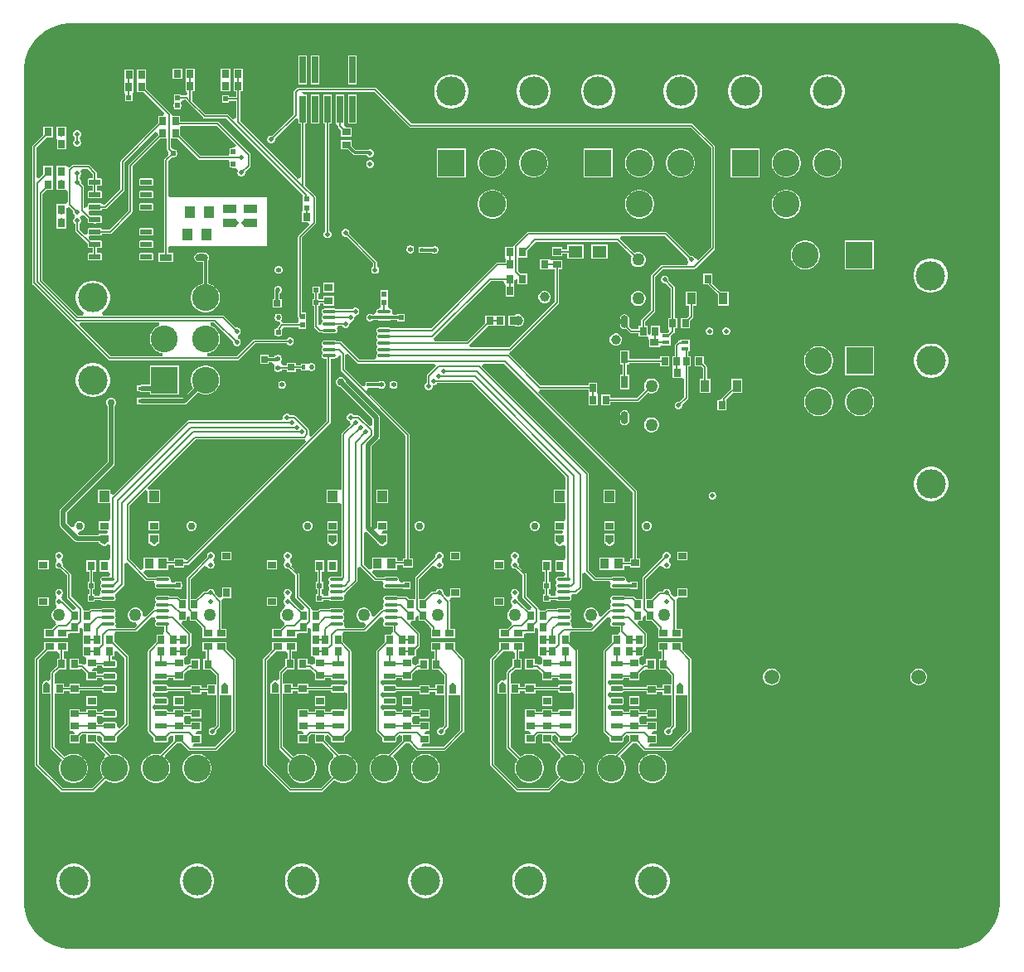
<source format=gbl>
G04*
G04 #@! TF.GenerationSoftware,Altium Limited,Altium Designer,24.2.2 (26)*
G04*
G04 Layer_Physical_Order=4*
G04 Layer_Color=16711680*
%FSLAX44Y44*%
%MOMM*%
G71*
G04*
G04 #@! TF.SameCoordinates,5A119275-FC27-4C3E-9DDE-49B88916FCE2*
G04*
G04*
G04 #@! TF.FilePolarity,Positive*
G04*
G01*
G75*
%ADD13C,0.5000*%
%ADD15C,0.2000*%
%ADD20C,0.3000*%
%ADD25R,0.5200X0.5200*%
%ADD27R,0.5200X0.5200*%
%ADD33R,0.9500X0.8000*%
%ADD35R,0.5500X0.5500*%
%ADD43R,0.7500X0.8500*%
%ADD44R,0.7000X0.8500*%
%ADD45R,0.8000X0.4000*%
%ADD50C,0.7500*%
%ADD60C,2.7500*%
%ADD61R,2.7500X2.7500*%
%ADD62C,3.0000*%
%ADD64R,2.7500X2.7500*%
%ADD66C,2.7534*%
%ADD67R,2.7534X2.7534*%
%ADD68C,2.9972*%
%ADD79R,0.6500X2.7700*%
%ADD80C,1.5080*%
%ADD81C,0.5000*%
%ADD82C,1.2700*%
%ADD83C,1.0000*%
%ADD84C,4.0000*%
%ADD85R,0.7000X0.4200*%
%ADD86R,0.8500X0.7500*%
%ADD87O,1.4000X0.3500*%
%ADD88R,1.0500X1.1500*%
%ADD89R,0.8000X0.9500*%
%ADD90R,0.7621X1.3082*%
G04:AMPARAMS|DCode=91|XSize=1.3082mm|YSize=0.7621mm|CornerRadius=0.3811mm|HoleSize=0mm|Usage=FLASHONLY|Rotation=270.000|XOffset=0mm|YOffset=0mm|HoleType=Round|Shape=RoundedRectangle|*
%AMROUNDEDRECTD91*
21,1,1.3082,0.0000,0,0,270.0*
21,1,0.5461,0.7621,0,0,270.0*
1,1,0.7621,0.0000,-0.2730*
1,1,0.7621,0.0000,0.2730*
1,1,0.7621,0.0000,0.2730*
1,1,0.7621,0.0000,-0.2730*
%
%ADD91ROUNDEDRECTD91*%
G04:AMPARAMS|DCode=92|XSize=0.55mm|YSize=1.25mm|CornerRadius=0.0495mm|HoleSize=0mm|Usage=FLASHONLY|Rotation=270.000|XOffset=0mm|YOffset=0mm|HoleType=Round|Shape=RoundedRectangle|*
%AMROUNDEDRECTD92*
21,1,0.5500,1.1510,0,0,270.0*
21,1,0.4510,1.2500,0,0,270.0*
1,1,0.0990,-0.5755,-0.2255*
1,1,0.0990,-0.5755,0.2255*
1,1,0.0990,0.5755,0.2255*
1,1,0.0990,0.5755,-0.2255*
%
%ADD92ROUNDEDRECTD92*%
%ADD93R,1.3082X0.7621*%
G04:AMPARAMS|DCode=94|XSize=1.3082mm|YSize=0.7621mm|CornerRadius=0.3811mm|HoleSize=0mm|Usage=FLASHONLY|Rotation=0.000|XOffset=0mm|YOffset=0mm|HoleType=Round|Shape=RoundedRectangle|*
%AMROUNDEDRECTD94*
21,1,1.3082,0.0000,0,0,0.0*
21,1,0.5461,0.7621,0,0,0.0*
1,1,0.7621,0.2730,0.0000*
1,1,0.7621,-0.2730,0.0000*
1,1,0.7621,-0.2730,0.0000*
1,1,0.7621,0.2730,0.0000*
%
%ADD94ROUNDEDRECTD94*%
%ADD95R,0.4000X0.5000*%
%ADD96R,1.3500X0.9500*%
%ADD97R,1.0000X1.2500*%
%ADD98R,0.5000X0.4000*%
%ADD99R,0.6725X0.7154*%
%ADD100R,0.7154X0.6725*%
%ADD101R,1.4562X1.2546*%
%ADD102R,0.9500X1.0500*%
%ADD103R,0.8500X0.7000*%
%ADD104R,0.8621X0.7565*%
%ADD105R,0.9100X1.2200*%
G36*
X959377Y947140D02*
X965450Y945513D01*
X971258Y943107D01*
X976703Y939964D01*
X981691Y936136D01*
X986136Y931691D01*
X989964Y926703D01*
X993107Y921258D01*
X995513Y915450D01*
X997140Y909377D01*
X997961Y903143D01*
Y900000D01*
Y50000D01*
Y46856D01*
X997140Y40623D01*
X995513Y34550D01*
X993107Y28742D01*
X989964Y23297D01*
X986136Y18309D01*
X981691Y13864D01*
X976703Y10036D01*
X971258Y6893D01*
X965450Y4487D01*
X959377Y2860D01*
X953143Y2039D01*
X46856D01*
X40623Y2860D01*
X34550Y4487D01*
X28742Y6893D01*
X23297Y10036D01*
X18309Y13864D01*
X13864Y18309D01*
X10036Y23297D01*
X6893Y28742D01*
X4487Y34550D01*
X2860Y40623D01*
X2039Y46856D01*
Y50000D01*
X2039Y900000D01*
Y903143D01*
X2860Y909377D01*
X4487Y915450D01*
X6893Y921258D01*
X10036Y926703D01*
X13864Y931691D01*
X18309Y936136D01*
X23297Y939964D01*
X28742Y943107D01*
X34550Y945513D01*
X40623Y947140D01*
X46856Y947961D01*
X50000Y947961D01*
X953143D01*
X959377Y947140D01*
D02*
G37*
%LPC*%
G36*
X163016Y901516D02*
X153484D01*
Y890984D01*
X163016D01*
Y901516D01*
D02*
G37*
G36*
X113516Y900766D02*
X104484D01*
Y890234D01*
X104484D01*
X103984Y888119D01*
X103984Y888119D01*
X103984Y887441D01*
Y877587D01*
X103984D01*
X105134Y875366D01*
Y868134D01*
X112366D01*
Y875366D01*
X113516Y877587D01*
X113516D01*
Y888119D01*
X113516D01*
X113516Y890234D01*
X113516D01*
Y900766D01*
D02*
G37*
G36*
X341316Y915166D02*
X332784D01*
Y885434D01*
X341316D01*
Y915166D01*
D02*
G37*
G36*
X303216D02*
X294684D01*
Y885434D01*
X303216D01*
Y915166D01*
D02*
G37*
G36*
X290516D02*
X281984D01*
Y885434D01*
X290516D01*
Y915166D01*
D02*
G37*
G36*
X212266Y901516D02*
X202734D01*
Y891966D01*
X202734Y890984D01*
X202734Y888221D01*
Y878434D01*
X212266D01*
Y887984D01*
X212266Y888966D01*
X212266Y891966D01*
Y901516D01*
D02*
G37*
G36*
X823724Y895500D02*
X820276D01*
X816896Y894828D01*
X813711Y893509D01*
X810844Y891593D01*
X808407Y889156D01*
X806492Y886290D01*
X805173Y883105D01*
X804500Y879724D01*
Y876277D01*
X805173Y872896D01*
X806492Y869711D01*
X808407Y866845D01*
X810844Y864407D01*
X813711Y862492D01*
X816896Y861173D01*
X820276Y860500D01*
X823724D01*
X827105Y861173D01*
X830290Y862492D01*
X833156Y864407D01*
X835593Y866845D01*
X837508Y869711D01*
X838828Y872896D01*
X839500Y876277D01*
Y879724D01*
X838828Y883105D01*
X837508Y886290D01*
X835593Y889156D01*
X833156Y891593D01*
X830290Y893509D01*
X827105Y894828D01*
X823724Y895500D01*
D02*
G37*
G36*
X739723D02*
X736276D01*
X732895Y894828D01*
X729710Y893509D01*
X726844Y891593D01*
X724407Y889156D01*
X722492Y886290D01*
X721172Y883105D01*
X720500Y879724D01*
Y876277D01*
X721172Y872896D01*
X722492Y869711D01*
X724407Y866845D01*
X726844Y864407D01*
X729710Y862492D01*
X732895Y861173D01*
X736276Y860500D01*
X739723D01*
X743104Y861173D01*
X746289Y862492D01*
X749155Y864407D01*
X751593Y866845D01*
X753508Y869711D01*
X754827Y872896D01*
X755500Y876277D01*
Y879724D01*
X754827Y883105D01*
X753508Y886290D01*
X751593Y889156D01*
X749155Y891593D01*
X746289Y893509D01*
X743104Y894828D01*
X739723Y895500D01*
D02*
G37*
G36*
X523724D02*
X520276D01*
X516895Y894828D01*
X513711Y893509D01*
X510844Y891593D01*
X508407Y889156D01*
X506492Y886290D01*
X505173Y883105D01*
X504500Y879724D01*
Y876277D01*
X505173Y872896D01*
X506492Y869711D01*
X508407Y866845D01*
X510844Y864407D01*
X513711Y862492D01*
X516895Y861173D01*
X520276Y860500D01*
X523724D01*
X527105Y861173D01*
X530289Y862492D01*
X533156Y864407D01*
X535593Y866845D01*
X537508Y869711D01*
X538828Y872896D01*
X539500Y876277D01*
Y879724D01*
X538828Y883105D01*
X537508Y886290D01*
X535593Y889156D01*
X533156Y891593D01*
X530289Y893509D01*
X527105Y894828D01*
X523724Y895500D01*
D02*
G37*
G36*
X439724D02*
X436277D01*
X432896Y894828D01*
X429711Y893509D01*
X426845Y891593D01*
X424407Y889156D01*
X422492Y886290D01*
X421173Y883105D01*
X420500Y879724D01*
Y876277D01*
X421173Y872896D01*
X422492Y869711D01*
X424407Y866845D01*
X426845Y864407D01*
X429711Y862492D01*
X432896Y861173D01*
X436277Y860500D01*
X439724D01*
X443105Y861173D01*
X446290Y862492D01*
X449156Y864407D01*
X451593Y866845D01*
X453508Y869711D01*
X454828Y872896D01*
X455500Y876277D01*
Y879724D01*
X454828Y883105D01*
X453508Y886290D01*
X451593Y889156D01*
X449156Y891593D01*
X446290Y893509D01*
X443105Y894828D01*
X439724Y895500D01*
D02*
G37*
G36*
X673723Y895500D02*
X670276D01*
X666895Y894828D01*
X663710Y893509D01*
X660844Y891593D01*
X658407Y889156D01*
X656491Y886290D01*
X655172Y883105D01*
X654500Y879724D01*
Y876277D01*
X655172Y872896D01*
X656491Y869711D01*
X658407Y866845D01*
X660844Y864407D01*
X663710Y862492D01*
X666895Y861173D01*
X670276Y860500D01*
X673723D01*
X677104Y861173D01*
X680289Y862492D01*
X683155Y864407D01*
X685593Y866845D01*
X687508Y869711D01*
X688827Y872896D01*
X689500Y876277D01*
Y879724D01*
X688827Y883105D01*
X687508Y886290D01*
X685593Y889156D01*
X683155Y891593D01*
X680289Y893509D01*
X677104Y894828D01*
X673723Y895500D01*
D02*
G37*
G36*
X589724D02*
X586276D01*
X582895Y894828D01*
X579711Y893509D01*
X576844Y891593D01*
X574407Y889156D01*
X572492Y886290D01*
X571172Y883105D01*
X570500Y879724D01*
Y876277D01*
X571172Y872896D01*
X572492Y869711D01*
X574407Y866845D01*
X576844Y864407D01*
X579711Y862492D01*
X582895Y861173D01*
X586276Y860500D01*
X589724D01*
X593105Y861173D01*
X596289Y862492D01*
X599156Y864407D01*
X601593Y866845D01*
X603508Y869711D01*
X604827Y872896D01*
X605500Y876277D01*
Y879724D01*
X604827Y883105D01*
X603508Y886290D01*
X601593Y889156D01*
X599156Y891593D01*
X596289Y893509D01*
X593105Y894828D01*
X589724Y895500D01*
D02*
G37*
G36*
X341316Y874866D02*
X332784D01*
Y845134D01*
X341316D01*
Y874866D01*
D02*
G37*
G36*
X303216D02*
X294684D01*
Y845134D01*
X303216D01*
Y874866D01*
D02*
G37*
G36*
X328616D02*
X320084D01*
Y845134D01*
X320454D01*
X322295Y842900D01*
X322451Y842113D01*
X322896Y841447D01*
X325484Y838859D01*
Y831734D01*
X336016D01*
Y841266D01*
X330775D01*
X328405Y844065D01*
X328616Y845134D01*
X328616D01*
Y874866D01*
D02*
G37*
G36*
X56796Y838500D02*
X55204D01*
X53734Y837891D01*
X52609Y836766D01*
X52000Y835295D01*
Y833704D01*
X52609Y832234D01*
X53093Y831750D01*
X53485Y830000D01*
X53093Y828250D01*
X52609Y827766D01*
X52000Y826296D01*
Y824704D01*
X52609Y823234D01*
X53734Y822109D01*
X55204Y821500D01*
X56796D01*
X58266Y822109D01*
X59391Y823234D01*
X60000Y824704D01*
Y826296D01*
X59391Y827766D01*
X58907Y828250D01*
X58514Y830000D01*
X58907Y831750D01*
X59391Y832234D01*
X60000Y833704D01*
Y835295D01*
X59391Y836766D01*
X58266Y837891D01*
X56796Y838500D01*
D02*
G37*
G36*
X45016Y842266D02*
X34984D01*
Y832162D01*
X34984Y830734D01*
X35234Y827838D01*
Y818734D01*
X44766D01*
Y827838D01*
X45016Y830734D01*
X45016Y832162D01*
Y842266D01*
D02*
G37*
G36*
X336016Y828266D02*
X325484D01*
Y818734D01*
X332388D01*
X337553Y813569D01*
X338386Y813013D01*
X339367Y812817D01*
X351575D01*
X351609Y812734D01*
X352734Y811609D01*
X354204Y811000D01*
X355796D01*
X357266Y811609D01*
X358391Y812734D01*
X359000Y814204D01*
Y815796D01*
X358391Y817266D01*
X357266Y818391D01*
X355796Y819000D01*
X354204D01*
X352734Y818391D01*
X352291Y817948D01*
X340430D01*
X336016Y822362D01*
Y828266D01*
D02*
G37*
G36*
X355796Y807750D02*
X354204D01*
X352734Y807141D01*
X351609Y806016D01*
X351000Y804546D01*
Y802954D01*
X351609Y801484D01*
X352734Y800359D01*
X354204Y799750D01*
X355796D01*
X357266Y800359D01*
X358391Y801484D01*
X359000Y802954D01*
Y804546D01*
X358391Y806016D01*
X357266Y807141D01*
X355796Y807750D01*
D02*
G37*
G36*
X126016Y900766D02*
X116984D01*
Y891119D01*
X116984Y888119D01*
X116984Y887234D01*
Y877587D01*
X123609D01*
X145180Y856016D01*
X143938Y853016D01*
X138484D01*
Y845891D01*
X100796Y808204D01*
X100351Y807537D01*
X100195Y806750D01*
X100195Y806750D01*
Y778621D01*
X84211Y762637D01*
X84028Y762609D01*
X81026Y763084D01*
X80911Y763361D01*
X79755Y763840D01*
X68245D01*
X67088Y763361D01*
X66610Y762205D01*
Y760980D01*
X63609Y759091D01*
X63462Y759161D01*
X63056Y759718D01*
Y780250D01*
X62899Y781037D01*
X62453Y781703D01*
X62453Y781703D01*
X59913Y784244D01*
X60000Y784454D01*
Y786046D01*
X59391Y787516D01*
X58907Y788000D01*
X58514Y789750D01*
X58907Y791500D01*
X59391Y791984D01*
X60000Y793454D01*
Y795045D01*
X59627Y795945D01*
X60471Y797962D01*
X61205Y798944D01*
X66649D01*
X71944Y793649D01*
Y789240D01*
X68245D01*
X67088Y788761D01*
X66610Y787605D01*
Y783095D01*
X67088Y781938D01*
X68245Y781460D01*
X71944D01*
Y776541D01*
X68245D01*
X67088Y776061D01*
X66610Y774905D01*
Y770395D01*
X67088Y769239D01*
X68245Y768760D01*
X79755D01*
X80911Y769239D01*
X81390Y770395D01*
Y774905D01*
X80911Y776061D01*
X79755Y776541D01*
X76055D01*
Y781460D01*
X79755D01*
X80911Y781938D01*
X81390Y783095D01*
Y787605D01*
X80911Y788761D01*
X79755Y789240D01*
X76055D01*
Y794500D01*
X75899Y795287D01*
X75453Y795954D01*
X75453Y795954D01*
X68953Y802454D01*
X68287Y802899D01*
X67500Y803055D01*
X67500Y803055D01*
X51500D01*
X51500Y803055D01*
X50713Y802899D01*
X50047Y802454D01*
X48016Y800423D01*
X45016Y801665D01*
Y802266D01*
X34984D01*
Y791766D01*
X34984Y790734D01*
X34984Y787867D01*
Y777234D01*
X45016Y777234D01*
X46195Y774722D01*
Y765528D01*
X45016Y763016D01*
X43749Y763016D01*
X34984D01*
Y752516D01*
X34984Y749516D01*
X34984Y748484D01*
Y737984D01*
X45016D01*
Y748484D01*
X45016Y751484D01*
X45016Y752516D01*
Y758834D01*
X48016Y760077D01*
X52087Y756006D01*
X52000Y755796D01*
Y754204D01*
X52609Y752734D01*
X53007Y752336D01*
X53460Y750500D01*
X53007Y748663D01*
X52609Y748265D01*
X52000Y746795D01*
Y745204D01*
X52609Y743734D01*
X53734Y742609D01*
X53945Y742522D01*
Y736500D01*
X53945Y736500D01*
X54101Y735713D01*
X54546Y735047D01*
X66610Y722984D01*
Y719595D01*
X67088Y718438D01*
X68245Y717960D01*
X71944D01*
Y713040D01*
X68245D01*
X67088Y712561D01*
X66610Y711405D01*
Y706895D01*
X67088Y705739D01*
X68245Y705259D01*
X79755D01*
X80911Y705739D01*
X81390Y706895D01*
Y711405D01*
X80911Y712561D01*
X79755Y713040D01*
X76055D01*
Y717960D01*
X79755D01*
X80911Y718438D01*
X81390Y719595D01*
Y724105D01*
X80911Y725261D01*
X79755Y725741D01*
X69667D01*
X67519Y727888D01*
X67671Y728469D01*
X68990Y730659D01*
X79755D01*
X80911Y731139D01*
X81390Y732295D01*
Y732495D01*
X89550D01*
X89550Y732495D01*
X90337Y732651D01*
X91004Y733096D01*
X111704Y753796D01*
X112149Y754463D01*
X112305Y755250D01*
X112305Y755250D01*
Y801399D01*
X140891Y829984D01*
X147695D01*
Y819200D01*
X147695Y819200D01*
X147851Y818413D01*
X148296Y817746D01*
X149337Y816706D01*
Y813297D01*
X145296Y809257D01*
X144851Y808590D01*
X144694Y807803D01*
X144694Y807803D01*
Y713327D01*
X139193D01*
Y703673D01*
X154307D01*
Y713327D01*
X148806D01*
Y717495D01*
X150000Y720000D01*
X151805Y720000D01*
X250000D01*
Y770000D01*
X151805D01*
X150000Y770000D01*
X148806Y772505D01*
Y806952D01*
X152942Y811088D01*
X153153Y811001D01*
X154744D01*
X155671Y811385D01*
X157564D01*
Y813279D01*
X157948Y814206D01*
Y815797D01*
X157564Y816724D01*
Y818617D01*
X155671D01*
X154744Y819001D01*
X153153D01*
X151805Y821691D01*
Y829984D01*
X158609D01*
X179797Y808796D01*
X180463Y808351D01*
X181250Y808195D01*
X181250Y808195D01*
X209175D01*
X210412Y807810D01*
X211625Y804974D01*
X211448Y804547D01*
Y802956D01*
X211832Y802029D01*
Y800135D01*
X213725D01*
X214653Y799751D01*
X216244D01*
X216333Y799788D01*
X216355Y799794D01*
X217776Y800004D01*
X218220Y799890D01*
X218568Y799764D01*
X220000Y797415D01*
X219746Y796394D01*
X219710Y796303D01*
X219500Y795796D01*
Y794204D01*
X220109Y792734D01*
X221234Y791609D01*
X222704Y791000D01*
X224296D01*
X225766Y791609D01*
X226891Y792734D01*
X227500Y794204D01*
Y795796D01*
X227413Y796006D01*
X232453Y801047D01*
X232899Y801713D01*
X233055Y802500D01*
X233055Y802500D01*
Y813500D01*
X233055Y813500D01*
X232899Y814287D01*
X232453Y814954D01*
X232453Y814954D01*
X200704Y846703D01*
X200037Y847149D01*
X199250Y847306D01*
X199250Y847306D01*
X161016D01*
Y853016D01*
X154245D01*
X151805Y854353D01*
X151649Y855140D01*
X151203Y855807D01*
X151203Y855807D01*
X126516Y880494D01*
Y887441D01*
X126516Y888119D01*
X126016Y890912D01*
Y891119D01*
Y900766D01*
D02*
G37*
G36*
X823454Y819766D02*
X820546D01*
X817693Y819199D01*
X815006Y818085D01*
X812587Y816470D01*
X810531Y814413D01*
X808915Y811994D01*
X807802Y809307D01*
X807234Y806454D01*
Y803546D01*
X807802Y800693D01*
X808915Y798006D01*
X810531Y795587D01*
X812587Y793531D01*
X815006Y791915D01*
X817693Y790801D01*
X820546Y790234D01*
X823454D01*
X826307Y790801D01*
X828994Y791915D01*
X831413Y793531D01*
X833470Y795587D01*
X835086Y798006D01*
X836199Y800693D01*
X836766Y803546D01*
Y806454D01*
X836199Y809307D01*
X835086Y811994D01*
X833470Y814413D01*
X831413Y816470D01*
X828994Y818085D01*
X826307Y819199D01*
X823454Y819766D01*
D02*
G37*
G36*
X781454D02*
X778546D01*
X775693Y819199D01*
X773006Y818085D01*
X770587Y816470D01*
X768531Y814413D01*
X766915Y811994D01*
X765802Y809307D01*
X765234Y806454D01*
Y803546D01*
X765802Y800693D01*
X766915Y798006D01*
X768531Y795587D01*
X770587Y793531D01*
X773006Y791915D01*
X775693Y790801D01*
X778546Y790234D01*
X781454D01*
X784307Y790801D01*
X786994Y791915D01*
X789413Y793531D01*
X791470Y795587D01*
X793086Y798006D01*
X794199Y800693D01*
X794766Y803546D01*
Y806454D01*
X794199Y809307D01*
X793086Y811994D01*
X791470Y814413D01*
X789413Y816470D01*
X786994Y818085D01*
X784307Y819199D01*
X781454Y819766D01*
D02*
G37*
G36*
X752766D02*
X723234D01*
Y790234D01*
X752766D01*
Y819766D01*
D02*
G37*
G36*
X523454D02*
X520546D01*
X517693Y819199D01*
X515006Y818085D01*
X512587Y816470D01*
X510531Y814413D01*
X508915Y811994D01*
X507802Y809307D01*
X507234Y806454D01*
Y803546D01*
X507802Y800693D01*
X508915Y798006D01*
X510531Y795587D01*
X512587Y793531D01*
X515006Y791915D01*
X517693Y790801D01*
X520546Y790234D01*
X523454D01*
X526307Y790801D01*
X528994Y791915D01*
X531413Y793531D01*
X533470Y795587D01*
X535085Y798006D01*
X536199Y800693D01*
X536766Y803546D01*
Y806454D01*
X536199Y809307D01*
X535085Y811994D01*
X533470Y814413D01*
X531413Y816470D01*
X528994Y818085D01*
X526307Y819199D01*
X523454Y819766D01*
D02*
G37*
G36*
X481454D02*
X478546D01*
X475693Y819199D01*
X473006Y818085D01*
X470587Y816470D01*
X468531Y814413D01*
X466915Y811994D01*
X465802Y809307D01*
X465234Y806454D01*
Y803546D01*
X465802Y800693D01*
X466915Y798006D01*
X468531Y795587D01*
X470587Y793531D01*
X473006Y791915D01*
X475693Y790801D01*
X478546Y790234D01*
X481454D01*
X484307Y790801D01*
X486994Y791915D01*
X489413Y793531D01*
X491470Y795587D01*
X493086Y798006D01*
X494199Y800693D01*
X494766Y803546D01*
Y806454D01*
X494199Y809307D01*
X493086Y811994D01*
X491470Y814413D01*
X489413Y816470D01*
X486994Y818085D01*
X484307Y819199D01*
X481454Y819766D01*
D02*
G37*
G36*
X452766D02*
X423234D01*
Y790234D01*
X452766D01*
Y819766D01*
D02*
G37*
G36*
X673454Y819766D02*
X670546D01*
X667693Y819199D01*
X665005Y818085D01*
X662587Y816470D01*
X660530Y814413D01*
X658914Y811994D01*
X657801Y809307D01*
X657234Y806454D01*
Y803546D01*
X657801Y800693D01*
X658914Y798006D01*
X660530Y795587D01*
X662587Y793531D01*
X665005Y791915D01*
X667693Y790801D01*
X670546Y790234D01*
X673454D01*
X676307Y790801D01*
X678994Y791915D01*
X681413Y793531D01*
X683469Y795587D01*
X685085Y798006D01*
X686198Y800693D01*
X686766Y803546D01*
Y806454D01*
X686198Y809307D01*
X685085Y811994D01*
X683469Y814413D01*
X681413Y816470D01*
X678994Y818085D01*
X676307Y819199D01*
X673454Y819766D01*
D02*
G37*
G36*
X631454D02*
X628546D01*
X625693Y819199D01*
X623006Y818085D01*
X620587Y816470D01*
X618530Y814413D01*
X616914Y811994D01*
X615801Y809307D01*
X615234Y806454D01*
Y803546D01*
X615801Y800693D01*
X616914Y798006D01*
X618530Y795587D01*
X620587Y793531D01*
X623006Y791915D01*
X625693Y790801D01*
X628546Y790234D01*
X631454D01*
X634307Y790801D01*
X636994Y791915D01*
X639413Y793531D01*
X641469Y795587D01*
X643085Y798006D01*
X644199Y800693D01*
X644766Y803546D01*
Y806454D01*
X644199Y809307D01*
X643085Y811994D01*
X641469Y814413D01*
X639413Y816470D01*
X636994Y818085D01*
X634307Y819199D01*
X631454Y819766D01*
D02*
G37*
G36*
X602766D02*
X573234D01*
Y790234D01*
X602766D01*
Y819766D01*
D02*
G37*
G36*
X132255Y789240D02*
X120745D01*
X119588Y788761D01*
X119109Y787605D01*
Y783095D01*
X119588Y781938D01*
X120745Y781460D01*
X132255D01*
X133411Y781938D01*
X133890Y783095D01*
Y787605D01*
X133411Y788761D01*
X132255Y789240D01*
D02*
G37*
G36*
Y776541D02*
X120745D01*
X119588Y776061D01*
X119109Y774905D01*
Y770395D01*
X119588Y769239D01*
X120745Y768760D01*
X132255D01*
X133411Y769239D01*
X133890Y770395D01*
Y774905D01*
X133411Y776061D01*
X132255Y776541D01*
D02*
G37*
G36*
Y763840D02*
X120745D01*
X119588Y763361D01*
X119109Y762205D01*
Y757695D01*
X119588Y756538D01*
X120745Y756059D01*
X132255D01*
X133411Y756538D01*
X133890Y757695D01*
Y762205D01*
X133411Y763361D01*
X132255Y763840D01*
D02*
G37*
G36*
X781454Y777766D02*
X778546D01*
X775693Y777199D01*
X773006Y776086D01*
X770587Y774470D01*
X768531Y772413D01*
X766915Y769995D01*
X765802Y767307D01*
X765234Y764454D01*
Y761546D01*
X765802Y758693D01*
X766915Y756006D01*
X768531Y753587D01*
X770587Y751531D01*
X773006Y749915D01*
X775693Y748802D01*
X778546Y748234D01*
X781454D01*
X784307Y748802D01*
X786994Y749915D01*
X789413Y751531D01*
X791470Y753587D01*
X793086Y756006D01*
X794199Y758693D01*
X794766Y761546D01*
Y764454D01*
X794199Y767307D01*
X793086Y769995D01*
X791470Y772413D01*
X789413Y774470D01*
X786994Y776086D01*
X784307Y777199D01*
X781454Y777766D01*
D02*
G37*
G36*
X481454D02*
X478546D01*
X475693Y777199D01*
X473006Y776086D01*
X470587Y774470D01*
X468531Y772413D01*
X466915Y769995D01*
X465802Y767307D01*
X465234Y764454D01*
Y761546D01*
X465802Y758693D01*
X466915Y756006D01*
X468531Y753587D01*
X470587Y751531D01*
X473006Y749915D01*
X475693Y748802D01*
X478546Y748234D01*
X481454D01*
X484307Y748802D01*
X486994Y749915D01*
X489413Y751531D01*
X491470Y753587D01*
X493086Y756006D01*
X494199Y758693D01*
X494766Y761546D01*
Y764454D01*
X494199Y767307D01*
X493086Y769995D01*
X491470Y772413D01*
X489413Y774470D01*
X486994Y776086D01*
X484307Y777199D01*
X481454Y777766D01*
D02*
G37*
G36*
X631454Y777766D02*
X628546D01*
X625693Y777199D01*
X623006Y776086D01*
X620587Y774470D01*
X618530Y772413D01*
X616914Y769995D01*
X615801Y767307D01*
X615234Y764454D01*
Y761546D01*
X615801Y758693D01*
X616914Y756006D01*
X618530Y753587D01*
X620587Y751531D01*
X623006Y749915D01*
X625693Y748802D01*
X628546Y748234D01*
X631454D01*
X634307Y748802D01*
X636994Y749915D01*
X639413Y751531D01*
X641469Y753587D01*
X643085Y756006D01*
X644199Y758693D01*
X644766Y761546D01*
Y764454D01*
X644199Y767307D01*
X643085Y769995D01*
X641469Y772413D01*
X639413Y774470D01*
X636994Y776086D01*
X634307Y777199D01*
X631454Y777766D01*
D02*
G37*
G36*
X132255Y738440D02*
X120745D01*
X119588Y737961D01*
X119109Y736805D01*
Y732295D01*
X119588Y731139D01*
X120745Y730659D01*
X132255D01*
X133411Y731139D01*
X133890Y732295D01*
Y736805D01*
X133411Y737961D01*
X132255Y738440D01*
D02*
G37*
G36*
X315916Y874866D02*
X307384D01*
Y845134D01*
X309445D01*
Y735728D01*
X309234Y735641D01*
X308109Y734516D01*
X307500Y733046D01*
Y731454D01*
X308109Y729984D01*
X309234Y728859D01*
X310704Y728250D01*
X312296D01*
X313766Y728859D01*
X314891Y729984D01*
X315500Y731454D01*
Y733046D01*
X314891Y734516D01*
X313766Y735641D01*
X313556Y735728D01*
Y845134D01*
X315916D01*
Y874866D01*
D02*
G37*
G36*
X421796Y720250D02*
X420204D01*
X418734Y719641D01*
X418359Y719266D01*
X417484D01*
Y718815D01*
X412016D01*
Y719266D01*
X404984D01*
Y713234D01*
X412016D01*
Y713685D01*
X417484D01*
Y713234D01*
X418359D01*
X418734Y712859D01*
X420204Y712250D01*
X421796D01*
X423266Y712859D01*
X423641Y713234D01*
X424516D01*
Y714286D01*
X425000Y715454D01*
Y717046D01*
X424516Y718214D01*
Y719266D01*
X423641D01*
X423266Y719641D01*
X421796Y720250D01*
D02*
G37*
G36*
X132255Y725741D02*
X120745D01*
X119588Y725261D01*
X119109Y724105D01*
Y719595D01*
X119588Y718438D01*
X120745Y717960D01*
X132255D01*
X133411Y718438D01*
X133890Y719595D01*
Y724105D01*
X133411Y725261D01*
X132255Y725741D01*
D02*
G37*
G36*
X572971Y721578D02*
X556377D01*
Y716344D01*
X551266D01*
Y719016D01*
X540734D01*
Y709484D01*
X551266D01*
Y712233D01*
X556377D01*
Y707000D01*
X572971D01*
Y721578D01*
D02*
G37*
G36*
X396796Y720750D02*
X395204D01*
X393734Y720141D01*
X393359Y719766D01*
X392484D01*
Y718714D01*
X392000Y717546D01*
Y715954D01*
X392484Y714786D01*
Y713734D01*
X393359D01*
X393734Y713359D01*
X395204Y712750D01*
X396796D01*
X398266Y713359D01*
X398641Y713734D01*
X399516D01*
Y714786D01*
X400000Y715954D01*
Y717546D01*
X399516Y718714D01*
Y719766D01*
X398641D01*
X398266Y720141D01*
X396796Y720750D01*
D02*
G37*
G36*
X597472Y721578D02*
X580877D01*
Y707000D01*
X597472D01*
Y721578D01*
D02*
G37*
G36*
X176016Y901516D02*
X166484D01*
Y890984D01*
X166484D01*
X166484Y889016D01*
X166484D01*
Y878484D01*
X167528D01*
X168016Y877724D01*
X168386Y876406D01*
X168278Y876160D01*
X166438Y873805D01*
X161866D01*
Y875366D01*
X154634D01*
X154634Y868134D01*
X154514Y865184D01*
X154250Y864546D01*
Y862954D01*
X154634Y862027D01*
Y860134D01*
X156527D01*
X157454Y859750D01*
X159046D01*
X159973Y860134D01*
X161866D01*
Y862027D01*
X162250Y862954D01*
Y864546D01*
X161986Y865184D01*
X161898Y867353D01*
X163507Y869433D01*
X166543Y869550D01*
X169796Y866297D01*
X169796Y866297D01*
X184797Y851296D01*
X185463Y850851D01*
X186250Y850695D01*
X186250Y850695D01*
X208649D01*
X284889Y774454D01*
X286234Y772016D01*
X286234D01*
X286234Y772016D01*
X286234Y763750D01*
X286234Y761484D01*
Y755484D01*
X285484Y755266D01*
Y744734D01*
X291334D01*
X292577Y741734D01*
X282047Y731204D01*
X281601Y730537D01*
X281444Y729750D01*
X281444Y729750D01*
Y648250D01*
X281601Y647463D01*
X282047Y646796D01*
X282084Y646771D01*
X282084Y644484D01*
Y643427D01*
X279963Y641305D01*
X266654D01*
X266350Y641305D01*
X264770Y643041D01*
X264366Y644159D01*
X264366Y644359D01*
X264741Y644734D01*
X265350Y646204D01*
Y647795D01*
X264741Y649266D01*
X264366Y649641D01*
Y650516D01*
X263314D01*
X262146Y651000D01*
X260554D01*
X259386Y650516D01*
X258334D01*
Y649641D01*
X257959Y649266D01*
X257350Y647795D01*
Y646204D01*
X257959Y644734D01*
X258334Y644359D01*
Y643484D01*
X259386D01*
X260554Y643000D01*
X262143Y643000D01*
X262163Y642978D01*
X263663Y641060D01*
X263706Y640648D01*
X263561Y640322D01*
X263561Y640322D01*
X263365Y640127D01*
X260997Y637758D01*
X260551Y637091D01*
X260394Y636304D01*
X257734Y635616D01*
Y633723D01*
X257350Y632796D01*
Y631204D01*
X257734Y630277D01*
Y628384D01*
X259627D01*
X260554Y628000D01*
X262146D01*
X263073Y628384D01*
X264966D01*
Y630277D01*
X265350Y631204D01*
Y632796D01*
X264966Y633723D01*
Y635616D01*
X267312Y637195D01*
X282084D01*
Y635484D01*
X289616D01*
X289616Y643750D01*
X289616Y646016D01*
Y652016D01*
X285555D01*
Y728899D01*
X299203Y742546D01*
X299203Y742546D01*
X299649Y743213D01*
X299806Y744000D01*
X299806Y744000D01*
Y769750D01*
X299806Y769750D01*
X299649Y770537D01*
X299203Y771204D01*
X299203Y771204D01*
X288305Y782101D01*
Y845134D01*
X290516D01*
Y874866D01*
X287289D01*
X285685Y877866D01*
X285738Y877944D01*
X358899D01*
X395047Y841796D01*
X395713Y841351D01*
X396500Y841195D01*
X396500Y841195D01*
X682399D01*
X703195Y820399D01*
Y718851D01*
X690100Y705757D01*
X687100Y707000D01*
Y707046D01*
X686491Y708516D01*
X685366Y709641D01*
X683896Y710250D01*
X682304D01*
X682094Y710163D01*
X658304Y733953D01*
X657637Y734399D01*
X656850Y734556D01*
X656850Y734556D01*
X516500D01*
X515713Y734399D01*
X515047Y733953D01*
X515047Y733953D01*
X502547Y721453D01*
X502101Y720787D01*
X501945Y720000D01*
X499268Y719016D01*
X492734D01*
Y709309D01*
X492734Y708484D01*
X492734Y708484D01*
X493234Y706516D01*
X493234Y706516D01*
Y703306D01*
X485250D01*
X485250Y703306D01*
X484463Y703149D01*
X483797Y702703D01*
X483797Y702703D01*
X417149Y636055D01*
X376652D01*
X375829Y636605D01*
X374750Y636820D01*
X364250D01*
X363171Y636605D01*
X362256Y635994D01*
X361645Y635079D01*
X361430Y634000D01*
X361645Y632921D01*
X361817Y632662D01*
X362256Y631834D01*
Y629666D01*
X361817Y628838D01*
X361645Y628579D01*
X361430Y627500D01*
X361645Y626421D01*
X361817Y626162D01*
X362256Y625334D01*
Y623166D01*
X361817Y622338D01*
X361645Y622079D01*
X361430Y621000D01*
X361645Y619921D01*
X361817Y619662D01*
X362256Y618834D01*
Y616666D01*
X361817Y615838D01*
X361645Y615579D01*
X361430Y614500D01*
X361645Y613421D01*
X361817Y613162D01*
X362256Y612334D01*
Y610166D01*
X361817Y609338D01*
X361645Y609079D01*
X361430Y608000D01*
X361568Y607305D01*
X361264Y606379D01*
X359812Y604305D01*
X344101D01*
X325953Y622453D01*
X325287Y622899D01*
X324500Y623056D01*
X324500Y623055D01*
X320652D01*
X319829Y623605D01*
X318750Y623820D01*
X308250D01*
X307171Y623605D01*
X306256Y622994D01*
X305644Y622079D01*
X305430Y621000D01*
X305644Y619921D01*
X305817Y619662D01*
X306256Y618834D01*
Y616666D01*
X305817Y615838D01*
X305644Y615579D01*
X305430Y614500D01*
X305644Y613421D01*
X305817Y613162D01*
X306256Y612334D01*
Y610166D01*
X305817Y609338D01*
X305644Y609079D01*
X305430Y608000D01*
X305644Y606921D01*
X306256Y606006D01*
X307171Y605395D01*
X308250Y605180D01*
X310637D01*
Y541044D01*
X294894Y525301D01*
X292554Y526860D01*
X292420Y527070D01*
X292556Y527750D01*
X292556Y527750D01*
Y532250D01*
X292556Y532250D01*
X292399Y533037D01*
X291954Y533703D01*
X279203Y546454D01*
X278537Y546899D01*
X277750Y547056D01*
X277750Y547056D01*
X273728D01*
X273641Y547266D01*
X272516Y548391D01*
X271046Y549000D01*
X269454D01*
X267984Y548391D01*
X266859Y547266D01*
X266250Y545796D01*
Y544204D01*
X263893Y542056D01*
X169750D01*
X168963Y541899D01*
X168297Y541454D01*
X168297Y541453D01*
X92766Y465923D01*
X89766Y467166D01*
Y470766D01*
X77234D01*
Y457234D01*
X89766Y457234D01*
X90039Y454347D01*
Y441489D01*
X88766Y439016D01*
X87039Y439016D01*
X78234D01*
Y429484D01*
X86124Y429484D01*
X87126Y427750D01*
X86124Y426016D01*
X78234D01*
Y424835D01*
X58331D01*
X57066Y426420D01*
X58594Y429230D01*
X59099D01*
X60944Y429995D01*
X62356Y431407D01*
X63120Y433252D01*
Y435249D01*
X62356Y437094D01*
X60944Y438506D01*
X59099Y439270D01*
X57101D01*
X55256Y438506D01*
X53844Y437094D01*
X53080Y435249D01*
Y433675D01*
X51951Y432825D01*
X50308Y432204D01*
X45335Y437177D01*
Y447515D01*
X93285Y495465D01*
X94062Y496628D01*
X94335Y498000D01*
Y556735D01*
X95006Y557406D01*
X95770Y559252D01*
Y561249D01*
X95006Y563094D01*
X93594Y564506D01*
X91749Y565270D01*
X89752D01*
X87906Y564506D01*
X86494Y563094D01*
X85730Y561249D01*
Y559252D01*
X86494Y557406D01*
X87165Y556735D01*
Y499485D01*
X39215Y451535D01*
X38438Y450372D01*
X38165Y449000D01*
Y435692D01*
X38438Y434320D01*
X39215Y433157D01*
X53657Y418715D01*
X54820Y417938D01*
X56192Y417665D01*
X78234D01*
Y416484D01*
X79446D01*
X79694Y416236D01*
X80109Y415234D01*
X81234Y414109D01*
X82704Y413500D01*
X84296D01*
X85766Y414109D01*
X86699Y415042D01*
X88245Y414873D01*
X89810Y414455D01*
X90039Y414011D01*
Y401739D01*
X88766Y399266D01*
X87039Y399266D01*
X78734D01*
Y387734D01*
X88078Y387734D01*
X89743Y385139D01*
X88927Y382570D01*
X82000D01*
X80921Y382355D01*
X80006Y381744D01*
X79395Y380829D01*
X79180Y379750D01*
X79395Y378671D01*
X79626Y378324D01*
X80006Y377600D01*
Y375400D01*
X79626Y374676D01*
X79395Y374329D01*
X79180Y373250D01*
X79395Y372171D01*
X79626Y371824D01*
X80006Y371100D01*
Y368900D01*
X79626Y368176D01*
X79395Y367829D01*
X79180Y366750D01*
X79395Y365671D01*
X79568Y365412D01*
X79572Y365392D01*
X78794Y363135D01*
X78246Y362401D01*
X73866D01*
Y364116D01*
X72305D01*
Y369634D01*
X73866D01*
Y376866D01*
X72305D01*
Y387734D01*
X75266D01*
Y399266D01*
X65234D01*
Y387734D01*
X68194D01*
Y376866D01*
X66634D01*
Y369634D01*
X68194D01*
Y364116D01*
X66634D01*
Y356884D01*
X73866D01*
Y358290D01*
X79983D01*
X80006Y358256D01*
X80921Y357644D01*
X82000Y357430D01*
X92500D01*
X93579Y357644D01*
X94494Y358256D01*
X95106Y359171D01*
X95320Y360250D01*
X95106Y361329D01*
X94933Y361588D01*
X94757Y361919D01*
X94784Y362436D01*
X95091Y363957D01*
X95514Y365170D01*
X95703Y365297D01*
X103453Y373047D01*
X103454Y373047D01*
X103899Y373713D01*
X104056Y374500D01*
X104056Y374500D01*
Y395795D01*
X107056Y397038D01*
X125796Y378297D01*
X125797Y378297D01*
X126463Y377851D01*
X127250Y377694D01*
X134310D01*
X135002Y376694D01*
X135633Y374712D01*
X135567Y374588D01*
X135394Y374329D01*
X135180Y373250D01*
X135394Y372171D01*
X136006Y371256D01*
X136921Y370645D01*
X138000Y370430D01*
X148500D01*
X149579Y370645D01*
X149782Y370780D01*
X155634D01*
Y369884D01*
X157527D01*
X158454Y369500D01*
X160046D01*
X160973Y369884D01*
X162866D01*
Y371777D01*
X163250Y372704D01*
Y374296D01*
X162866Y375223D01*
Y377116D01*
X160973D01*
X160046Y377500D01*
X158454D01*
X157527Y377116D01*
X155634D01*
Y375911D01*
X152722D01*
X151190Y378527D01*
X151153Y378911D01*
X151320Y379750D01*
X151105Y380829D01*
X150494Y381744D01*
X149579Y382355D01*
X148500Y382570D01*
X138000D01*
X136921Y382355D01*
X136098Y381805D01*
X128102D01*
X123630Y386277D01*
X124916Y389234D01*
X126245Y389234D01*
X134734D01*
X135266Y389234D01*
X137734D01*
X138266Y389234D01*
X149266D01*
Y394194D01*
X154984D01*
Y391734D01*
X165516D01*
Y394194D01*
X168750D01*
X168750Y394194D01*
X169537Y394351D01*
X170203Y394796D01*
X314146Y538739D01*
X314146Y538740D01*
X314592Y539406D01*
X314748Y540193D01*
Y605180D01*
X318750D01*
X319829Y605395D01*
X320744Y606006D01*
X321355Y606921D01*
X323909Y608363D01*
X324486Y608453D01*
X325195Y608033D01*
Y593531D01*
X325195Y593531D01*
X325351Y592745D01*
X325797Y592078D01*
X391445Y526430D01*
Y400766D01*
X388234D01*
Y398306D01*
X382516D01*
Y401766D01*
X371516D01*
X370984Y401766D01*
X368516D01*
X367984Y401766D01*
X356984D01*
Y391946D01*
X356984Y390415D01*
X354027Y389129D01*
X348555Y394601D01*
Y427236D01*
X351555Y428425D01*
X362284Y417696D01*
Y416484D01*
X363496D01*
X363744Y416236D01*
X364159Y415234D01*
X365284Y414109D01*
X366754Y413500D01*
X368346D01*
X369816Y414109D01*
X370941Y415234D01*
X371459Y416484D01*
X372816D01*
Y426016D01*
X366689D01*
X366376Y426484D01*
X367980Y429484D01*
X372816D01*
Y439016D01*
X362284D01*
Y432078D01*
X359284Y430836D01*
X356835Y433285D01*
Y515765D01*
X363785Y522715D01*
X364562Y523878D01*
X364835Y525250D01*
Y545000D01*
X364562Y546372D01*
X363785Y547535D01*
X330020Y581300D01*
Y582248D01*
X329256Y584094D01*
X327844Y585506D01*
X325999Y586270D01*
X324002D01*
X322156Y585506D01*
X320744Y584094D01*
X319980Y582248D01*
Y580251D01*
X320744Y578406D01*
X322156Y576994D01*
X324002Y576230D01*
X324950D01*
X357665Y543515D01*
Y537411D01*
X354893Y536263D01*
X344703Y546454D01*
X344037Y546899D01*
X343250Y547056D01*
X343250Y547056D01*
X338728D01*
X338641Y547266D01*
X337516Y548391D01*
X336046Y549000D01*
X334454D01*
X332984Y548391D01*
X331859Y547266D01*
X331250Y545796D01*
Y544204D01*
X331859Y542734D01*
X332984Y541609D01*
X334204Y541104D01*
X334786Y539879D01*
X335343Y538000D01*
X326297Y528954D01*
X325851Y528287D01*
X325695Y527500D01*
X325695Y527500D01*
Y471543D01*
X323016Y470766D01*
X322695Y470766D01*
X310484D01*
Y457234D01*
X322695D01*
X323016Y457234D01*
X325695Y456456D01*
Y382570D01*
X315250D01*
X314171Y382355D01*
X313256Y381744D01*
X312645Y380829D01*
X312430Y379750D01*
X312645Y378671D01*
X312876Y378324D01*
X313256Y377600D01*
Y375400D01*
X312876Y374676D01*
X312645Y374329D01*
X312430Y373250D01*
X312645Y372171D01*
X312876Y371824D01*
X313256Y371100D01*
Y368900D01*
X312876Y368176D01*
X312645Y367829D01*
X312430Y366750D01*
X312645Y365671D01*
X312818Y365412D01*
X312824Y365399D01*
X312045Y363135D01*
X311496Y362401D01*
X307116D01*
Y364116D01*
X305556D01*
Y369634D01*
X307116D01*
Y376866D01*
X305556D01*
Y387734D01*
X308516D01*
Y399266D01*
X298484D01*
Y387734D01*
X301445D01*
Y376866D01*
X299884D01*
Y369634D01*
X301445D01*
Y364116D01*
X299884D01*
Y356884D01*
X307116D01*
Y358290D01*
X313233D01*
X313256Y358256D01*
X314171Y357644D01*
X315250Y357430D01*
X325750D01*
X326829Y357644D01*
X327744Y358256D01*
X328356Y359170D01*
X328570Y360250D01*
X328356Y361329D01*
X328183Y361588D01*
X328134Y361871D01*
X328277Y362971D01*
X328544Y363705D01*
X329253Y364844D01*
X329287Y364851D01*
X329954Y365297D01*
X341454Y376796D01*
X341899Y377463D01*
X342056Y378250D01*
X342056Y378250D01*
Y391553D01*
X345010Y392287D01*
X345056Y392288D01*
X359047Y378296D01*
X359047Y378296D01*
X359714Y377851D01*
X360500Y377694D01*
X360500Y377694D01*
X367560D01*
X368253Y376693D01*
X368854Y374803D01*
X368817Y374588D01*
X368645Y374329D01*
X368430Y373250D01*
X368645Y372171D01*
X369256Y371256D01*
X370171Y370644D01*
X371250Y370430D01*
X381750D01*
X382829Y370644D01*
X383033Y370780D01*
X388884D01*
Y369884D01*
X390777D01*
X391704Y369500D01*
X393296D01*
X394223Y369884D01*
X396116D01*
Y371777D01*
X396500Y372704D01*
Y374296D01*
X396116Y375223D01*
Y377116D01*
X394223D01*
X393296Y377500D01*
X391704D01*
X390777Y377116D01*
X388884D01*
Y375911D01*
X385972D01*
X384440Y378527D01*
X384403Y378911D01*
X384570Y379750D01*
X384356Y380829D01*
X383744Y381744D01*
X382829Y382355D01*
X381750Y382570D01*
X371250D01*
X370171Y382355D01*
X369348Y381805D01*
X361352D01*
X356880Y386277D01*
X358166Y389234D01*
X359495Y389234D01*
X367984D01*
X368516Y389234D01*
X370984D01*
X371516Y389234D01*
X382516D01*
Y394194D01*
X388234D01*
Y391734D01*
X398766D01*
Y400766D01*
X395555D01*
Y527281D01*
X395555Y527281D01*
X395399Y528068D01*
X394953Y528735D01*
X351454Y572234D01*
X352697Y575234D01*
X357516D01*
Y575685D01*
X362984D01*
Y575234D01*
X363859D01*
X364234Y574859D01*
X365704Y574250D01*
X367296D01*
X368766Y574859D01*
X369141Y575234D01*
X370016D01*
Y576286D01*
X370500Y577454D01*
Y579046D01*
X370016Y580214D01*
Y581266D01*
X369141D01*
X368766Y581641D01*
X367296Y582250D01*
X365704D01*
X364234Y581641D01*
X363859Y581266D01*
X362984D01*
Y580815D01*
X357516D01*
Y581266D01*
X350484D01*
Y577447D01*
X347484Y576204D01*
X329305Y594383D01*
Y609045D01*
X332279Y610314D01*
X341796Y600797D01*
X341796Y600797D01*
X342463Y600351D01*
X343250Y600195D01*
X343250Y600195D01*
X421045D01*
X422288Y597195D01*
X413546Y588453D01*
X413101Y587787D01*
X412944Y587000D01*
X412944Y587000D01*
Y580478D01*
X412734Y580391D01*
X411609Y579266D01*
X411000Y577796D01*
Y576204D01*
X411609Y574734D01*
X412734Y573609D01*
X414204Y573000D01*
X415796D01*
X417266Y573609D01*
X418391Y574734D01*
X419000Y576204D01*
X419184Y577817D01*
X420796Y578000D01*
X422266Y578609D01*
X423391Y579734D01*
X423478Y579944D01*
X458649D01*
X554695Y483899D01*
Y470766D01*
X542484D01*
Y457234D01*
X554695D01*
Y441735D01*
X554016Y439016D01*
X551695Y439016D01*
X543484D01*
Y429484D01*
X551030Y429484D01*
X552042Y427750D01*
X551030Y426017D01*
X543484D01*
Y416484D01*
X544841D01*
X545359Y415234D01*
X546484Y414109D01*
X547954Y413500D01*
X549546D01*
X551016Y414109D01*
X551695Y414788D01*
X553806Y414343D01*
X554665Y413884D01*
X554695Y413765D01*
Y401985D01*
X554016Y399266D01*
X551695Y399266D01*
X543984D01*
Y387734D01*
X552821Y387734D01*
X554170Y384798D01*
X553056Y382570D01*
X547250D01*
X546171Y382355D01*
X545256Y381744D01*
X544645Y380829D01*
X544430Y379750D01*
X544645Y378671D01*
X544877Y378324D01*
X545256Y377600D01*
Y375400D01*
X544877Y374676D01*
X544645Y374329D01*
X544430Y373250D01*
X544645Y372170D01*
X544876Y371824D01*
X545256Y371100D01*
Y368899D01*
X544876Y368176D01*
X544645Y367829D01*
X544430Y366750D01*
X544645Y365671D01*
X544817Y365412D01*
X544824Y365399D01*
X544043Y363134D01*
X543496Y362401D01*
X539116D01*
Y364116D01*
X537555D01*
Y369634D01*
X539116D01*
Y376866D01*
X537556D01*
Y387734D01*
X540516D01*
Y399266D01*
X530484D01*
Y387734D01*
X533445D01*
Y376866D01*
X531884D01*
Y369634D01*
X533444D01*
Y364116D01*
X531884D01*
Y356884D01*
X539116D01*
Y358290D01*
X545233D01*
X545256Y358256D01*
X546171Y357644D01*
X547250Y357430D01*
X557750D01*
X558829Y357644D01*
X559744Y358256D01*
X560356Y359171D01*
X560570Y360250D01*
X560356Y361329D01*
X560183Y361587D01*
X560146Y361803D01*
X560748Y363693D01*
X561441Y364694D01*
X565000D01*
X565000Y364694D01*
X565786Y364851D01*
X566453Y365296D01*
X571203Y370047D01*
X571203Y370047D01*
X571649Y370713D01*
X571805Y371500D01*
Y386053D01*
X574760Y386787D01*
X574805Y386788D01*
X583297Y378297D01*
X583297Y378297D01*
X583963Y377851D01*
X584750Y377694D01*
X584750Y377694D01*
X599560D01*
X600253Y376692D01*
X600854Y374803D01*
X600817Y374588D01*
X600644Y374329D01*
X600430Y373250D01*
X600644Y372170D01*
X601256Y371255D01*
X602171Y370644D01*
X603250Y370429D01*
X613750D01*
X614829Y370644D01*
X615033Y370780D01*
X620884D01*
Y369884D01*
X622777D01*
X623704Y369500D01*
X625296D01*
X626223Y369884D01*
X628116D01*
Y371777D01*
X628500Y372704D01*
Y374296D01*
X628116Y375223D01*
Y377116D01*
X626223D01*
X625296Y377500D01*
X623704D01*
X622777Y377116D01*
X620884D01*
Y375910D01*
X617971D01*
X616439Y378528D01*
X616403Y378910D01*
X616570Y379750D01*
X616356Y380829D01*
X615744Y381744D01*
X614829Y382355D01*
X613750Y382570D01*
X603250D01*
X602171Y382355D01*
X601348Y381805D01*
X585602D01*
X578306Y389101D01*
Y487500D01*
X578306Y487500D01*
X578149Y488287D01*
X577704Y488954D01*
X577703Y488954D01*
X469462Y597195D01*
X470705Y600195D01*
X491649D01*
X623445Y468399D01*
Y400766D01*
X620234D01*
Y397556D01*
X614516D01*
Y401766D01*
X603516D01*
X602984Y401766D01*
X600516D01*
X599984Y401766D01*
X588984D01*
Y389234D01*
X599984D01*
X600516Y389234D01*
X602984D01*
X603516Y389234D01*
X614516D01*
Y393445D01*
X620234D01*
Y391734D01*
X630766D01*
Y400766D01*
X627556D01*
Y469250D01*
X627399Y470037D01*
X626954Y470704D01*
X626953Y470704D01*
X527028Y570629D01*
X528047Y572977D01*
X528455Y573445D01*
X577984D01*
Y570234D01*
X577984D01*
X577984Y568266D01*
X577984D01*
Y557734D01*
X587516D01*
Y567441D01*
X587516Y568266D01*
X587516Y568266D01*
X587016Y570234D01*
X587016Y570234D01*
Y580766D01*
X577984D01*
Y577556D01*
X529101D01*
X497212Y609445D01*
X497213Y609490D01*
X497947Y612445D01*
X498250D01*
X498250Y612444D01*
X499037Y612601D01*
X499703Y613047D01*
X547453Y660797D01*
X547899Y661463D01*
X548055Y662250D01*
X548055Y662250D01*
Y696484D01*
X551266D01*
Y706016D01*
X540734D01*
Y706016D01*
X538266Y706516D01*
X538266Y706516D01*
X537941Y706516D01*
X528734D01*
Y695984D01*
X537941D01*
X538266Y695984D01*
X538266Y695984D01*
X540734Y696484D01*
Y696484D01*
X543945D01*
Y663101D01*
X497399Y616556D01*
X457197D01*
X456463Y619510D01*
X456463Y619556D01*
X475641Y638734D01*
X482266D01*
Y638734D01*
X483234D01*
Y638734D01*
X492766D01*
Y649266D01*
X483234D01*
Y649266D01*
X482266D01*
Y649266D01*
X472734D01*
Y641641D01*
X454149Y623055D01*
X420697D01*
X419963Y626010D01*
X419963Y626055D01*
X478351Y684445D01*
X491342D01*
X492734Y681444D01*
Y681234D01*
X492734Y681234D01*
X493234Y679228D01*
X493234Y679228D01*
Y668696D01*
X502266D01*
Y679228D01*
X502266D01*
X502266Y681234D01*
X502266D01*
Y684982D01*
X505266Y686586D01*
X505734Y686273D01*
Y681234D01*
X515266D01*
Y691766D01*
X508641D01*
X506055Y694351D01*
Y708484D01*
X515266D01*
Y715609D01*
X524352Y724695D01*
X607299D01*
X622008Y709985D01*
X621549Y709191D01*
X621030Y707253D01*
Y705247D01*
X621549Y703309D01*
X622552Y701571D01*
X623971Y700153D01*
X625709Y699149D01*
X627647Y698630D01*
X629653D01*
X631591Y699149D01*
X633329Y700153D01*
X634748Y701571D01*
X635751Y703309D01*
X636270Y705247D01*
Y707253D01*
X635751Y709191D01*
X634748Y710929D01*
X633329Y712347D01*
X631591Y713351D01*
X629653Y713870D01*
X627647D01*
X625709Y713351D01*
X624915Y712892D01*
X610363Y727445D01*
X611433Y730436D01*
X611440Y730444D01*
X655999D01*
X679187Y707256D01*
X679100Y707046D01*
Y705454D01*
X679709Y703984D01*
X679888Y703805D01*
X678645Y700806D01*
X653500D01*
X653500Y700806D01*
X652713Y700649D01*
X652047Y700203D01*
X642546Y690703D01*
X642101Y690037D01*
X641945Y689250D01*
X641945Y689250D01*
Y654851D01*
X632297Y645203D01*
X631851Y644537D01*
X631694Y643750D01*
X631695Y643750D01*
Y638516D01*
X629234D01*
Y635305D01*
X622621D01*
X619587Y638340D01*
X619921Y640020D01*
Y645480D01*
X619547Y647364D01*
X618480Y648960D01*
X616883Y650027D01*
X615000Y650402D01*
X613117Y650027D01*
X611520Y648960D01*
X610453Y647364D01*
X610079Y645480D01*
Y640020D01*
X610453Y638136D01*
X611520Y636540D01*
X613117Y635473D01*
X615000Y635098D01*
X616680Y635433D01*
X620316Y631797D01*
X620316Y631796D01*
X620983Y631351D01*
X621770Y631194D01*
X621770Y631194D01*
X629234D01*
Y627984D01*
X635719Y627984D01*
X636458Y627984D01*
X637787Y627711D01*
X638824Y627074D01*
X639461Y626037D01*
X639545Y625629D01*
X639734Y624708D01*
Y616984D01*
X650266D01*
Y616984D01*
X652234Y618734D01*
X662266D01*
X662266Y624766D01*
X662266Y628359D01*
X665453Y631547D01*
X665453Y631547D01*
X665899Y632214D01*
X666056Y633000D01*
X666055Y633000D01*
Y635984D01*
X668766D01*
Y646516D01*
X666055D01*
Y677750D01*
X666056Y677750D01*
X665899Y678537D01*
X665453Y679203D01*
X659663Y684994D01*
X659750Y685204D01*
Y686796D01*
X659141Y688266D01*
X658016Y689391D01*
X656546Y690000D01*
X654954D01*
X653484Y689391D01*
X652359Y688266D01*
X651750Y686796D01*
Y685204D01*
X652359Y683734D01*
X653484Y682609D01*
X654954Y682000D01*
X656546D01*
X656756Y682087D01*
X661944Y676899D01*
Y646516D01*
X659234D01*
Y635984D01*
X659251D01*
X660444Y633230D01*
X658877Y631266D01*
X652234Y631266D01*
X650766Y633658D01*
Y638516D01*
X641734D01*
Y630559D01*
X639976Y629368D01*
X638582Y630407D01*
X638266Y630714D01*
Y638516D01*
X635806D01*
Y642899D01*
X645453Y652546D01*
X645899Y653213D01*
X646056Y654000D01*
Y688399D01*
X654352Y696694D01*
X686000D01*
X686000Y696694D01*
X686787Y696851D01*
X687454Y697297D01*
X706703Y716546D01*
X706703Y716546D01*
X707149Y717213D01*
X707306Y718000D01*
X707306Y718000D01*
Y821250D01*
X707306Y821250D01*
X707149Y822037D01*
X706703Y822703D01*
X706703Y822703D01*
X684704Y844704D01*
X684037Y845149D01*
X683250Y845305D01*
X683250Y845305D01*
X397351D01*
X361203Y881453D01*
X360537Y881899D01*
X359750Y882056D01*
X359750Y882056D01*
X281750D01*
X281750Y882056D01*
X280963Y881899D01*
X280296Y881453D01*
X280296Y881453D01*
X277547Y878704D01*
X277101Y878037D01*
X276945Y877250D01*
X276945Y877250D01*
Y854851D01*
X255006Y832913D01*
X254796Y833000D01*
X253204D01*
X251734Y832391D01*
X250609Y831266D01*
X250000Y829796D01*
Y828204D01*
X250609Y826734D01*
X251734Y825609D01*
X253204Y825000D01*
X254796D01*
X256266Y825609D01*
X257391Y826734D01*
X258000Y828204D01*
Y829796D01*
X257913Y830006D01*
X278984Y851077D01*
X281984Y849834D01*
Y845134D01*
X284195D01*
Y790132D01*
X281423Y788984D01*
X222556Y847851D01*
Y870500D01*
X222556Y870500D01*
X222556Y870500D01*
Y878434D01*
X225266D01*
Y888966D01*
X225266D01*
X225266Y890984D01*
X225266D01*
Y901516D01*
X215734D01*
Y890984D01*
X215734D01*
X215734Y888966D01*
X215734D01*
Y878434D01*
X218444D01*
Y872555D01*
X211064D01*
Y874116D01*
X203832D01*
Y866884D01*
X211064D01*
Y868445D01*
X218444D01*
Y850955D01*
X215445Y849712D01*
X210954Y854203D01*
X210287Y854649D01*
X209500Y854806D01*
X209500Y854806D01*
X187101D01*
X173305Y868602D01*
Y878484D01*
X176016D01*
Y889016D01*
X176016D01*
X176016Y890984D01*
X176016D01*
Y901516D01*
D02*
G37*
G36*
X132255Y713040D02*
X120745D01*
X119588Y712561D01*
X119109Y711405D01*
Y706895D01*
X119588Y705739D01*
X120745Y705259D01*
X132255D01*
X133411Y705739D01*
X133890Y706895D01*
Y711405D01*
X133411Y712561D01*
X132255Y713040D01*
D02*
G37*
G36*
X869345Y725738D02*
X839779D01*
Y696172D01*
X869345D01*
Y725738D01*
D02*
G37*
G36*
X800900D02*
X797988D01*
X795132Y725170D01*
X792441Y724056D01*
X790020Y722438D01*
X787961Y720379D01*
X786343Y717958D01*
X785229Y715267D01*
X784661Y712411D01*
Y709499D01*
X785229Y706643D01*
X786343Y703953D01*
X787961Y701532D01*
X790020Y699473D01*
X792441Y697855D01*
X795132Y696740D01*
X797988Y696172D01*
X800900D01*
X803756Y696740D01*
X806446Y697855D01*
X808867Y699473D01*
X810926Y701532D01*
X812544Y703953D01*
X813659Y706643D01*
X814227Y709499D01*
Y712411D01*
X813659Y715267D01*
X812544Y717958D01*
X810926Y720379D01*
X808867Y722438D01*
X806446Y724056D01*
X803756Y725170D01*
X800900Y725738D01*
D02*
G37*
G36*
X330796Y737750D02*
X329204D01*
X327734Y737141D01*
X326609Y736016D01*
X326000Y734546D01*
Y732954D01*
X326609Y731484D01*
X327734Y730359D01*
X329204Y729750D01*
X330796D01*
X331006Y729837D01*
X358195Y702649D01*
Y699228D01*
X357984Y699141D01*
X356859Y698016D01*
X356250Y696546D01*
Y694954D01*
X356859Y693484D01*
X357984Y692359D01*
X359454Y691750D01*
X361046D01*
X362516Y692359D01*
X363641Y693484D01*
X364250Y694954D01*
Y696546D01*
X363641Y698016D01*
X362516Y699141D01*
X362305Y699228D01*
Y703500D01*
X362149Y704287D01*
X361703Y704954D01*
X333913Y732744D01*
X334000Y732954D01*
Y734546D01*
X333391Y736016D01*
X332266Y737141D01*
X330796Y737750D01*
D02*
G37*
G36*
X262296Y699750D02*
X260704D01*
X259234Y699141D01*
X258859Y698766D01*
X257984D01*
Y697714D01*
X257500Y696546D01*
Y694954D01*
X257984Y693786D01*
Y692734D01*
X258859D01*
X259234Y692359D01*
X260704Y691750D01*
X262296D01*
X263766Y692359D01*
X264141Y692734D01*
X265016D01*
Y693786D01*
X265500Y694954D01*
Y696546D01*
X265016Y697714D01*
Y698766D01*
X264141D01*
X263766Y699141D01*
X262296Y699750D01*
D02*
G37*
G36*
X318516Y682916D02*
X306984D01*
Y672884D01*
X318516D01*
Y682916D01*
D02*
G37*
G36*
X929182Y707486D02*
X925738D01*
X922359Y706814D01*
X919177Y705496D01*
X916313Y703583D01*
X913877Y701147D01*
X911964Y698283D01*
X910646Y695101D01*
X909974Y691722D01*
Y688278D01*
X910646Y684900D01*
X911964Y681718D01*
X913877Y678854D01*
X916313Y676418D01*
X919177Y674504D01*
X922359Y673186D01*
X925738Y672514D01*
X929182D01*
X932560Y673186D01*
X935742Y674504D01*
X938606Y676418D01*
X941042Y678854D01*
X942956Y681718D01*
X944274Y684900D01*
X944946Y688278D01*
Y691722D01*
X944274Y695101D01*
X942956Y698283D01*
X941042Y701147D01*
X938606Y703583D01*
X935742Y705496D01*
X932560Y706814D01*
X929182Y707486D01*
D02*
G37*
G36*
X534497Y674270D02*
X532003D01*
X529698Y673315D01*
X527935Y671552D01*
X526980Y669247D01*
Y666753D01*
X527935Y664448D01*
X529698Y662685D01*
X532003Y661730D01*
X534497D01*
X536802Y662685D01*
X538565Y664448D01*
X539520Y666753D01*
Y669247D01*
X538565Y671552D01*
X536802Y673315D01*
X534497Y674270D01*
D02*
G37*
G36*
X303616Y678866D02*
X296384D01*
Y671634D01*
X297945D01*
Y666116D01*
X296384D01*
Y658884D01*
X297945D01*
Y637750D01*
X297945Y637750D01*
X298101Y636963D01*
X298547Y636297D01*
X302201Y632642D01*
X302201Y632642D01*
X302868Y632197D01*
X303654Y632040D01*
X303654Y632040D01*
X306233D01*
X306256Y632006D01*
X307171Y631395D01*
X308250Y631180D01*
X318750D01*
X319829Y631395D01*
X320744Y632006D01*
X321356Y632921D01*
X321570Y634000D01*
X321356Y635079D01*
X321183Y635338D01*
X321146Y635553D01*
X321747Y637443D01*
X322440Y638445D01*
X326522D01*
X326609Y638234D01*
X327734Y637109D01*
X329204Y636500D01*
X330796D01*
X332266Y637109D01*
X333391Y638234D01*
X334000Y639704D01*
Y640085D01*
X334061Y640948D01*
X335248Y642353D01*
X336221Y643176D01*
X337266Y643609D01*
X338391Y644734D01*
X339000Y646204D01*
Y646585D01*
X339061Y647448D01*
X340248Y648853D01*
X341221Y649676D01*
X342266Y650109D01*
X343391Y651234D01*
X344000Y652704D01*
Y654296D01*
X343391Y655766D01*
X342266Y656891D01*
X340796Y657500D01*
X339204D01*
X337734Y656891D01*
X336609Y655766D01*
X336522Y655556D01*
X320652D01*
X319829Y656105D01*
X318750Y656320D01*
X308250D01*
X307171Y656105D01*
X306256Y655494D01*
X305644Y654579D01*
X305430Y653500D01*
X305644Y652421D01*
X305817Y652162D01*
X306256Y651334D01*
Y649166D01*
X305817Y648338D01*
X305644Y648079D01*
X305430Y647000D01*
X305644Y645921D01*
X305817Y645662D01*
X306256Y644834D01*
Y642666D01*
X305817Y641838D01*
X305644Y641579D01*
X305528Y640992D01*
X303898Y639814D01*
X303093Y639453D01*
X302055Y640096D01*
Y658884D01*
X303616D01*
Y661395D01*
X306984D01*
Y659384D01*
X318516D01*
Y669416D01*
X306984D01*
Y665506D01*
X303616D01*
Y666116D01*
X302055D01*
Y671634D01*
X303616D01*
Y678866D01*
D02*
G37*
G36*
X704766Y691766D02*
X695234D01*
Y681234D01*
X700247D01*
X700351Y680713D01*
X700797Y680046D01*
X710134Y670709D01*
Y659384D01*
X721266D01*
Y673616D01*
X713041D01*
X704766Y681891D01*
Y691766D01*
D02*
G37*
G36*
X629653Y674120D02*
X627647D01*
X625709Y673601D01*
X623971Y672598D01*
X622552Y671179D01*
X621549Y669441D01*
X621030Y667503D01*
Y665497D01*
X621549Y663559D01*
X622552Y661821D01*
X623971Y660403D01*
X625709Y659399D01*
X627647Y658880D01*
X629653D01*
X631591Y659399D01*
X633329Y660403D01*
X634748Y661821D01*
X635751Y663559D01*
X636270Y665497D01*
Y667503D01*
X635751Y669441D01*
X634748Y671179D01*
X633329Y672598D01*
X631591Y673601D01*
X629653Y674120D01*
D02*
G37*
G36*
X261855Y679250D02*
X260263D01*
X259095Y678766D01*
X258043D01*
Y677891D01*
X257668Y677516D01*
X257059Y676046D01*
Y674454D01*
X257668Y672984D01*
X257708Y672944D01*
Y666128D01*
X255681D01*
Y657372D01*
X264866D01*
Y666128D01*
X262839D01*
Y671657D01*
X263023Y671734D01*
X264075D01*
Y672609D01*
X264450Y672984D01*
X265059Y674454D01*
Y676046D01*
X264450Y677516D01*
X264075Y677891D01*
Y678766D01*
X263023D01*
X261855Y679250D01*
D02*
G37*
G36*
X185980Y713421D02*
X180520D01*
X178636Y713047D01*
X177040Y711980D01*
X175973Y710383D01*
X175598Y708500D01*
X175973Y706617D01*
X177040Y705020D01*
X178636Y703953D01*
X180520Y703579D01*
X184435D01*
Y681795D01*
X182693Y681449D01*
X180006Y680335D01*
X177587Y678719D01*
X175530Y676663D01*
X173915Y674244D01*
X172801Y671557D01*
X172234Y668704D01*
Y665796D01*
X172801Y662943D01*
X173915Y660256D01*
X175530Y657837D01*
X177587Y655780D01*
X180006Y654165D01*
X182693Y653051D01*
X185546Y652484D01*
X188454D01*
X191307Y653051D01*
X193994Y654165D01*
X196413Y655780D01*
X198470Y657837D01*
X200085Y660256D01*
X201199Y662943D01*
X201766Y665796D01*
Y668704D01*
X201199Y671557D01*
X200085Y674244D01*
X198470Y676663D01*
X196413Y678719D01*
X193994Y680335D01*
X191307Y681449D01*
X189565Y681795D01*
Y705177D01*
X190527Y706617D01*
X190902Y708500D01*
X190527Y710383D01*
X189460Y711980D01*
X187864Y713047D01*
X185980Y713421D01*
D02*
G37*
G36*
X370296Y675250D02*
X368704D01*
X368139Y675016D01*
X365734D01*
Y672611D01*
X365500Y672046D01*
Y670454D01*
X365734Y669889D01*
X365734Y666750D01*
X365734Y664484D01*
Y658484D01*
X363889Y656248D01*
X363171Y656105D01*
X362256Y655494D01*
X361645Y654579D01*
X361430Y653500D01*
X361488Y653207D01*
X359695Y650451D01*
X357444Y650213D01*
X357266Y650391D01*
X355796Y651000D01*
X354204D01*
X352734Y650391D01*
X351609Y649266D01*
X351000Y647796D01*
Y646204D01*
X351609Y644734D01*
X352734Y643609D01*
X354204Y643000D01*
X355796D01*
X357266Y643609D01*
X358092Y644435D01*
X363111D01*
X363171Y644395D01*
X364250Y644180D01*
X374750D01*
X375829Y644395D01*
X375889Y644435D01*
X382884D01*
Y643384D01*
X390116D01*
Y650616D01*
X382884D01*
Y649565D01*
X378829D01*
X377374Y652386D01*
X377384Y652565D01*
X377570Y653500D01*
X377355Y654579D01*
X376744Y655494D01*
X375829Y656105D01*
X375111Y656248D01*
X373266Y658484D01*
Y664484D01*
X373266Y666016D01*
X373266Y669889D01*
X373500Y670454D01*
Y672046D01*
X373266Y672611D01*
Y675016D01*
X370861D01*
X370296Y675250D01*
D02*
G37*
G36*
X507247Y650270D02*
X504753D01*
X502448Y649315D01*
X502399Y649266D01*
X496234D01*
Y638734D01*
X502399D01*
X502448Y638685D01*
X504753Y637730D01*
X507247D01*
X509552Y638685D01*
X511315Y640448D01*
X512270Y642753D01*
Y645247D01*
X511315Y647552D01*
X509552Y649315D01*
X507247Y650270D01*
D02*
G37*
G36*
X688566Y673616D02*
X677434D01*
Y659384D01*
X680945D01*
Y648601D01*
X678859Y646516D01*
X672234D01*
Y635984D01*
X681766D01*
Y643609D01*
X684453Y646296D01*
X684453Y646296D01*
X684899Y646963D01*
X685055Y647750D01*
X685055Y647750D01*
Y659384D01*
X688566D01*
Y673616D01*
D02*
G37*
G36*
X719426Y637270D02*
X717834D01*
X716364Y636661D01*
X715239Y635536D01*
X714630Y634066D01*
Y632474D01*
X715239Y631004D01*
X716364Y629879D01*
X717834Y629270D01*
X719426D01*
X720896Y629879D01*
X722021Y631004D01*
X722630Y632474D01*
Y634066D01*
X722021Y635536D01*
X720896Y636661D01*
X719426Y637270D01*
D02*
G37*
G36*
X702426D02*
X700834D01*
X699364Y636661D01*
X698239Y635536D01*
X697630Y634066D01*
Y632474D01*
X698239Y631004D01*
X699364Y629879D01*
X700834Y629270D01*
X702426D01*
X703896Y629879D01*
X705021Y631004D01*
X705630Y632474D01*
Y634066D01*
X705021Y635536D01*
X703896Y636661D01*
X702426Y637270D01*
D02*
G37*
G36*
X607229Y630770D02*
X604734D01*
X602430Y629815D01*
X600666Y628052D01*
X599711Y625747D01*
Y623253D01*
X600666Y620948D01*
X602430Y619185D01*
X604734Y618230D01*
X607229D01*
X609533Y619185D01*
X611297Y620948D01*
X612251Y623253D01*
Y625747D01*
X611297Y628052D01*
X609533Y629815D01*
X607229Y630770D01*
D02*
G37*
G36*
X31516Y842266D02*
X21484D01*
Y833641D01*
X10546Y822703D01*
X10101Y822036D01*
X9944Y821250D01*
X9944Y821250D01*
Y682720D01*
X9944Y682719D01*
X10101Y681933D01*
X10546Y681266D01*
X87766Y604047D01*
X87766Y604047D01*
X88433Y603601D01*
X89220Y603445D01*
X219750D01*
X219750Y603445D01*
X220537Y603601D01*
X221203Y604047D01*
X237851Y620695D01*
X269772D01*
X269859Y620484D01*
X270984Y619359D01*
X272454Y618750D01*
X274046D01*
X275516Y619359D01*
X276641Y620484D01*
X277250Y621954D01*
Y623546D01*
X276641Y625016D01*
X275516Y626141D01*
X274046Y626750D01*
X272454D01*
X270984Y626141D01*
X269859Y625016D01*
X269772Y624805D01*
X237000D01*
X237000Y624805D01*
X236213Y624649D01*
X235546Y624203D01*
X235546Y624203D01*
X218899Y607556D01*
X189109D01*
X188814Y610555D01*
X191307Y611051D01*
X193994Y612165D01*
X196413Y613781D01*
X198470Y615837D01*
X200085Y618256D01*
X201199Y620943D01*
X201766Y623796D01*
Y626704D01*
X201199Y629557D01*
X200085Y632244D01*
X198470Y634663D01*
X196413Y636720D01*
X193994Y638335D01*
X191959Y639179D01*
X192556Y642178D01*
X195915D01*
X215087Y623006D01*
X215000Y622796D01*
Y621204D01*
X215609Y619734D01*
X216734Y618609D01*
X218204Y618000D01*
X219796D01*
X221266Y618609D01*
X222391Y619734D01*
X223000Y621204D01*
Y622796D01*
X222391Y624266D01*
X221266Y625391D01*
X220098Y625875D01*
X219940Y627375D01*
X220098Y628875D01*
X221266Y629359D01*
X222391Y630484D01*
X223000Y631954D01*
Y633546D01*
X222391Y635016D01*
X221266Y636141D01*
X219796Y636750D01*
X218204D01*
X217994Y636663D01*
X205954Y648704D01*
X205287Y649149D01*
X204500Y649305D01*
X204500Y649305D01*
X82043D01*
X81133Y652306D01*
X83156Y653657D01*
X85593Y656094D01*
X87508Y658961D01*
X88827Y662145D01*
X89500Y665526D01*
Y668974D01*
X88827Y672355D01*
X87508Y675539D01*
X85593Y678406D01*
X83156Y680843D01*
X80289Y682758D01*
X77105Y684078D01*
X73724Y684750D01*
X70276D01*
X66895Y684078D01*
X63711Y682758D01*
X60844Y680843D01*
X58407Y678406D01*
X56492Y675539D01*
X55173Y672355D01*
X54500Y668974D01*
Y665526D01*
X55173Y662145D01*
X56492Y658961D01*
X58407Y656094D01*
X60844Y653657D01*
X62867Y652306D01*
X61957Y649305D01*
X56851D01*
X20556Y685601D01*
Y773399D01*
X24391Y777234D01*
X31516D01*
Y788766D01*
X31516D01*
X31516Y790734D01*
X31516D01*
X31516Y791766D01*
Y802266D01*
X21484D01*
Y793641D01*
X16827Y788984D01*
X14056Y790132D01*
Y820398D01*
X24391Y830734D01*
X31516D01*
Y842266D01*
D02*
G37*
G36*
X261758Y608959D02*
X260167D01*
X258697Y608350D01*
X258322Y607975D01*
X257447D01*
Y606923D01*
X257387Y606780D01*
X251729D01*
Y608807D01*
X242972D01*
Y599622D01*
X251729D01*
Y601649D01*
X255243D01*
X257606Y598976D01*
X257584Y598516D01*
D01*
X257100Y596296D01*
Y594704D01*
X257584Y593536D01*
Y592484D01*
X258459D01*
X258834Y592109D01*
X260305Y591500D01*
X261896D01*
X263366Y592109D01*
X263741Y592484D01*
X264616D01*
Y593536D01*
X264741Y593837D01*
X270222D01*
Y591693D01*
X278979D01*
Y594337D01*
X284084D01*
Y592984D01*
X292084Y592984D01*
X293136Y592984D01*
X294305Y592500D01*
X295896D01*
X297064Y592984D01*
X298116D01*
Y593859D01*
X298491Y594234D01*
X299100Y595704D01*
Y597296D01*
X298491Y598766D01*
X298116Y599141D01*
Y600016D01*
X297064D01*
X295896Y600500D01*
X294305D01*
X293136Y600016D01*
X290116Y600016D01*
X289040Y600016D01*
X284084D01*
Y598448D01*
X278979D01*
Y600878D01*
X270222D01*
Y597948D01*
X265759D01*
X264048Y600365D01*
X264479Y601943D01*
D01*
X264963Y604163D01*
Y605755D01*
X264479Y606923D01*
Y607975D01*
X263603D01*
X263228Y608350D01*
X261758Y608959D01*
D02*
G37*
G36*
X619827Y613807D02*
X610173D01*
Y598693D01*
X612944D01*
Y588807D01*
X610173D01*
Y573693D01*
X619827D01*
Y588807D01*
X617056D01*
Y598693D01*
X619827D01*
Y600444D01*
X651234D01*
Y597234D01*
X660266D01*
Y607766D01*
X651234D01*
Y604556D01*
X619827D01*
Y613807D01*
D02*
G37*
G36*
X869766Y617766D02*
X840234D01*
Y588234D01*
X869766D01*
Y617766D01*
D02*
G37*
G36*
X814454D02*
X811546D01*
X808693Y617198D01*
X806006Y616085D01*
X803587Y614469D01*
X801531Y612413D01*
X799915Y609994D01*
X798802Y607307D01*
X798234Y604454D01*
Y601546D01*
X798802Y598693D01*
X799915Y596006D01*
X801531Y593587D01*
X803587Y591530D01*
X806006Y589915D01*
X808693Y588801D01*
X811546Y588234D01*
X814454D01*
X817307Y588801D01*
X819995Y589915D01*
X822413Y591530D01*
X824470Y593587D01*
X826086Y596006D01*
X827199Y598693D01*
X827766Y601546D01*
Y604454D01*
X827199Y607307D01*
X826086Y609994D01*
X824470Y612413D01*
X822413Y614469D01*
X819995Y616085D01*
X817307Y617198D01*
X814454Y617766D01*
D02*
G37*
G36*
X929724Y620500D02*
X926277D01*
X922896Y619827D01*
X919711Y618508D01*
X916845Y616593D01*
X914407Y614156D01*
X912492Y611289D01*
X911173Y608105D01*
X910500Y604724D01*
Y601276D01*
X911173Y597895D01*
X912492Y594711D01*
X914407Y591844D01*
X916845Y589407D01*
X919711Y587492D01*
X922896Y586172D01*
X926277Y585500D01*
X929724D01*
X933105Y586172D01*
X936290Y587492D01*
X939156Y589407D01*
X941593Y591844D01*
X943509Y594711D01*
X944828Y597895D01*
X945500Y601276D01*
Y604724D01*
X944828Y608105D01*
X943509Y611289D01*
X941593Y614156D01*
X939156Y616593D01*
X936290Y618508D01*
X933105Y619827D01*
X929724Y620500D01*
D02*
G37*
G36*
X379796Y582250D02*
X378204D01*
X376734Y581641D01*
X376359Y581266D01*
X375484D01*
Y580214D01*
X375000Y579046D01*
Y577454D01*
X375484Y576286D01*
Y575234D01*
X376359D01*
X376734Y574859D01*
X378204Y574250D01*
X379796D01*
X381266Y574859D01*
X381641Y575234D01*
X382516D01*
Y576286D01*
X383000Y577454D01*
Y579046D01*
X382516Y580214D01*
Y581266D01*
X381641D01*
X381266Y581641D01*
X379796Y582250D01*
D02*
G37*
G36*
X266046Y582250D02*
X264454D01*
X262984Y581641D01*
X262609Y581266D01*
X261734D01*
Y580214D01*
X261250Y579046D01*
Y577454D01*
X261734Y576286D01*
Y575234D01*
X262609D01*
X262984Y574859D01*
X264454Y574250D01*
X266046D01*
X267516Y574859D01*
X267891Y575234D01*
X268766D01*
Y576286D01*
X269250Y577454D01*
Y579046D01*
X268766Y580214D01*
Y581266D01*
X267891D01*
X267516Y581641D01*
X266046Y582250D01*
D02*
G37*
G36*
X695766Y607766D02*
X686234D01*
Y597234D01*
X693359D01*
X694882Y595711D01*
Y584366D01*
X691371D01*
Y570134D01*
X702503D01*
Y584366D01*
X698993D01*
Y596562D01*
X698993Y596563D01*
X698836Y597349D01*
X698391Y598016D01*
X698391Y598016D01*
X695766Y600641D01*
Y607766D01*
D02*
G37*
G36*
X643440Y584870D02*
X641434D01*
X639496Y584351D01*
X637758Y583348D01*
X636340Y581929D01*
X635336Y580191D01*
X634817Y578253D01*
Y576247D01*
X635336Y574309D01*
X635795Y573515D01*
X627336Y565056D01*
X600516D01*
Y568266D01*
X590984D01*
Y557734D01*
X600516D01*
Y560945D01*
X628187D01*
X628187Y560945D01*
X628974Y561101D01*
X629641Y561547D01*
X638702Y570608D01*
X639496Y570149D01*
X641434Y569630D01*
X643440D01*
X645378Y570149D01*
X647116Y571152D01*
X648535Y572571D01*
X649538Y574309D01*
X650057Y576247D01*
Y578253D01*
X649538Y580191D01*
X648535Y581929D01*
X647116Y583348D01*
X645378Y584351D01*
X643440Y584870D01*
D02*
G37*
G36*
X188454Y598016D02*
X185546D01*
X182693Y597449D01*
X180006Y596335D01*
X177587Y594720D01*
X175530Y592663D01*
X173915Y590244D01*
X172801Y587557D01*
X172234Y584704D01*
Y581796D01*
X172801Y578943D01*
X173915Y576256D01*
X174324Y575644D01*
X164015Y565335D01*
X121500D01*
X120128Y565062D01*
X119835Y564866D01*
X116984D01*
Y558634D01*
X119835D01*
X120128Y558438D01*
X121500Y558165D01*
X165500D01*
X166872Y558438D01*
X168035Y559215D01*
X179393Y570574D01*
X180006Y570165D01*
X182693Y569052D01*
X185546Y568484D01*
X188454D01*
X191307Y569052D01*
X193994Y570165D01*
X196413Y571781D01*
X198470Y573837D01*
X200085Y576256D01*
X201199Y578943D01*
X201766Y581796D01*
Y584704D01*
X201199Y587557D01*
X200085Y590244D01*
X198470Y592663D01*
X196413Y594720D01*
X193994Y596335D01*
X191307Y597449D01*
X188454Y598016D01*
D02*
G37*
G36*
X159766D02*
X130234D01*
Y578335D01*
X121500D01*
X120128Y578062D01*
X119835Y577866D01*
X116984D01*
Y571634D01*
X119835D01*
X120128Y571438D01*
X121500Y571165D01*
X130234D01*
Y568484D01*
X159766D01*
Y598016D01*
D02*
G37*
G36*
X73724Y600750D02*
X70276D01*
X66895Y600078D01*
X63711Y598758D01*
X60844Y596843D01*
X58407Y594406D01*
X56492Y591539D01*
X55173Y588355D01*
X54500Y584974D01*
Y581526D01*
X55173Y578145D01*
X56492Y574961D01*
X58407Y572094D01*
X60844Y569657D01*
X63711Y567742D01*
X66895Y566423D01*
X70276Y565750D01*
X73724D01*
X77105Y566423D01*
X80289Y567742D01*
X83156Y569657D01*
X85593Y572094D01*
X87508Y574961D01*
X88827Y578145D01*
X89500Y581526D01*
Y584974D01*
X88827Y588355D01*
X87508Y591539D01*
X85593Y594406D01*
X83156Y596843D01*
X80289Y598758D01*
X77105Y600078D01*
X73724Y600750D01*
D02*
G37*
G36*
X681266Y624766D02*
X671234D01*
X670750Y623306D01*
X669964Y623149D01*
X669297Y622704D01*
X669297Y622704D01*
X666796Y620204D01*
X666351Y619537D01*
X666195Y618750D01*
X666195Y618750D01*
Y607766D01*
X663734D01*
Y597234D01*
X663734D01*
X663734Y595766D01*
X663734D01*
Y585234D01*
X672945D01*
X673266Y585234D01*
X675945Y584459D01*
Y566101D01*
X671006Y561163D01*
X670796Y561250D01*
X669204D01*
X667734Y560641D01*
X666609Y559516D01*
X666000Y558046D01*
Y556454D01*
X666609Y554984D01*
X667734Y553859D01*
X669204Y553250D01*
X670796D01*
X672266Y553859D01*
X673391Y554984D01*
X674000Y556454D01*
Y558046D01*
X673913Y558256D01*
X679454Y563797D01*
X679454Y563797D01*
X679899Y564464D01*
X680056Y565250D01*
Y597234D01*
X682766D01*
Y607766D01*
X680056D01*
Y612234D01*
X681266D01*
X681266Y618266D01*
X681266Y621266D01*
Y624766D01*
D02*
G37*
G36*
X735203Y584366D02*
X724071D01*
Y574429D01*
X723584Y574103D01*
X714797Y565317D01*
X714352Y564650D01*
X714195Y563863D01*
X711595Y562766D01*
X709484D01*
Y552234D01*
X719016D01*
Y562766D01*
X720461Y565167D01*
X725428Y570134D01*
X735203D01*
Y584366D01*
D02*
G37*
G36*
X856454Y575766D02*
X853546D01*
X850693Y575199D01*
X848006Y574085D01*
X845587Y572469D01*
X843531Y570413D01*
X841915Y567994D01*
X840802Y565307D01*
X840234Y562454D01*
Y559546D01*
X840802Y556693D01*
X841915Y554006D01*
X843531Y551587D01*
X845587Y549530D01*
X848006Y547915D01*
X850693Y546801D01*
X853546Y546234D01*
X856454D01*
X859307Y546801D01*
X861994Y547915D01*
X864413Y549530D01*
X866470Y551587D01*
X868086Y554006D01*
X869199Y556693D01*
X869766Y559546D01*
Y562454D01*
X869199Y565307D01*
X868086Y567994D01*
X866470Y570413D01*
X864413Y572469D01*
X861994Y574085D01*
X859307Y575199D01*
X856454Y575766D01*
D02*
G37*
G36*
X814454D02*
X811546D01*
X808693Y575199D01*
X806006Y574085D01*
X803587Y572469D01*
X801531Y570413D01*
X799915Y567994D01*
X798802Y565307D01*
X798234Y562454D01*
Y559546D01*
X798802Y556693D01*
X799915Y554006D01*
X801531Y551587D01*
X803587Y549530D01*
X806006Y547915D01*
X808693Y546801D01*
X811546Y546234D01*
X814454D01*
X817307Y546801D01*
X819995Y547915D01*
X822413Y549530D01*
X824470Y551587D01*
X826086Y554006D01*
X827199Y556693D01*
X827766Y559546D01*
Y562454D01*
X827199Y565307D01*
X826086Y567994D01*
X824470Y570413D01*
X822413Y572469D01*
X819995Y574085D01*
X817307Y575199D01*
X814454Y575766D01*
D02*
G37*
G36*
X615000Y552402D02*
X613117Y552027D01*
X611520Y550960D01*
X610453Y549364D01*
X610079Y547480D01*
Y542020D01*
X610453Y540136D01*
X611520Y538540D01*
X613117Y537473D01*
X615000Y537098D01*
X616883Y537473D01*
X618480Y538540D01*
X619547Y540136D01*
X619921Y542020D01*
Y547480D01*
X619547Y549364D01*
X618480Y550960D01*
X616883Y552027D01*
X615000Y552402D01*
D02*
G37*
G36*
X643440Y545120D02*
X641434D01*
X639496Y544601D01*
X637758Y543597D01*
X636340Y542179D01*
X635336Y540441D01*
X634817Y538503D01*
Y536497D01*
X635336Y534559D01*
X636340Y532821D01*
X637758Y531403D01*
X639496Y530399D01*
X641434Y529880D01*
X643440D01*
X645378Y530399D01*
X647116Y531403D01*
X648535Y532821D01*
X649538Y534559D01*
X650057Y536497D01*
Y538503D01*
X649538Y540441D01*
X648535Y542179D01*
X647116Y543597D01*
X645378Y544601D01*
X643440Y545120D01*
D02*
G37*
G36*
X705546Y469000D02*
X703954D01*
X702484Y468391D01*
X701359Y467266D01*
X700750Y465796D01*
Y464204D01*
X701359Y462734D01*
X702484Y461609D01*
X703954Y461000D01*
X705546D01*
X707016Y461609D01*
X708141Y462734D01*
X708750Y464204D01*
Y465796D01*
X708141Y467266D01*
X707016Y468391D01*
X705546Y469000D01*
D02*
G37*
G36*
X929724Y494500D02*
X926277D01*
X922896Y493828D01*
X919711Y492509D01*
X916845Y490593D01*
X914407Y488156D01*
X912492Y485289D01*
X911173Y482105D01*
X910500Y478724D01*
Y475277D01*
X911173Y471896D01*
X912492Y468711D01*
X914407Y465845D01*
X916845Y463407D01*
X919711Y461492D01*
X922896Y460173D01*
X926277Y459500D01*
X929724D01*
X933105Y460173D01*
X936290Y461492D01*
X939156Y463407D01*
X941593Y465845D01*
X943509Y468711D01*
X944828Y471896D01*
X945500Y475277D01*
Y478724D01*
X944828Y482105D01*
X943509Y485289D01*
X941593Y488156D01*
X939156Y490593D01*
X936290Y492509D01*
X933105Y493828D01*
X929724Y494500D01*
D02*
G37*
G36*
X605766Y470766D02*
X593234D01*
Y457234D01*
X605766D01*
Y470766D01*
D02*
G37*
G36*
X373766Y470766D02*
X361234D01*
Y457234D01*
X373766D01*
Y470766D01*
D02*
G37*
G36*
X604816Y439016D02*
X594284D01*
Y429484D01*
X604816D01*
Y439016D01*
D02*
G37*
G36*
X322016Y439016D02*
X311484D01*
Y429484D01*
X322016D01*
Y439016D01*
D02*
G37*
G36*
X638649Y439270D02*
X636651D01*
X634806Y438506D01*
X633394Y437094D01*
X632630Y435249D01*
Y433252D01*
X633394Y431407D01*
X634806Y429995D01*
X636651Y429230D01*
X638649D01*
X640494Y429995D01*
X641906Y431407D01*
X642670Y433252D01*
Y435249D01*
X641906Y437094D01*
X640494Y438506D01*
X638649Y439270D01*
D02*
G37*
G36*
X524349D02*
X522351D01*
X520506Y438506D01*
X519094Y437094D01*
X518330Y435249D01*
Y433252D01*
X519094Y431407D01*
X520506Y429995D01*
X522351Y429230D01*
X524349D01*
X526194Y429995D01*
X527606Y431407D01*
X528370Y433252D01*
Y435249D01*
X527606Y437094D01*
X526194Y438506D01*
X524349Y439270D01*
D02*
G37*
G36*
X406649Y439270D02*
X404652D01*
X402807Y438506D01*
X401394Y437094D01*
X400630Y435249D01*
Y433251D01*
X401394Y431407D01*
X402807Y429994D01*
X404652Y429230D01*
X406649D01*
X408494Y429994D01*
X409906Y431407D01*
X410670Y433251D01*
Y435249D01*
X409906Y437094D01*
X408494Y438506D01*
X406649Y439270D01*
D02*
G37*
G36*
X292349D02*
X290352D01*
X288507Y438506D01*
X287094Y437094D01*
X286330Y435249D01*
Y433251D01*
X287094Y431407D01*
X288507Y429994D01*
X290352Y429230D01*
X292349D01*
X294194Y429994D01*
X295606Y431407D01*
X296370Y433251D01*
Y435249D01*
X295606Y437094D01*
X294194Y438506D01*
X292349Y439270D01*
D02*
G37*
G36*
X604816Y426017D02*
X594284D01*
Y416484D01*
X595641D01*
X596159Y415234D01*
X597284Y414109D01*
X598754Y413500D01*
X600346D01*
X601816Y414109D01*
X602941Y415234D01*
X603459Y416484D01*
X604816D01*
Y426017D01*
D02*
G37*
G36*
X322016Y426016D02*
X311484D01*
Y416484D01*
X312841D01*
X313359Y415234D01*
X314484Y414109D01*
X315954Y413500D01*
X317546D01*
X319016Y414109D01*
X320141Y415234D01*
X320659Y416484D01*
X322016D01*
Y426016D01*
D02*
G37*
G36*
X679016Y408016D02*
X668484D01*
Y398984D01*
X679016D01*
Y408016D01*
D02*
G37*
G36*
X213766D02*
X203234D01*
Y398984D01*
X213766D01*
Y408016D01*
D02*
G37*
G36*
X447016Y408016D02*
X436484D01*
Y398984D01*
X447016D01*
Y408016D01*
D02*
G37*
G36*
X492016Y399016D02*
X481484D01*
Y389985D01*
X492016D01*
Y399016D01*
D02*
G37*
G36*
X26766Y399016D02*
X16234D01*
Y389984D01*
X26766D01*
Y399016D01*
D02*
G37*
G36*
X260016Y399016D02*
X249484D01*
Y389984D01*
X260016D01*
Y399016D01*
D02*
G37*
G36*
X322016Y399266D02*
X311984D01*
Y387734D01*
X322016D01*
Y399266D01*
D02*
G37*
G36*
X658546Y407500D02*
X656954D01*
X655484Y406891D01*
X654359Y405766D01*
X653750Y404296D01*
Y402705D01*
X653837Y402494D01*
X633558Y382215D01*
X633112Y381548D01*
X632956Y380761D01*
X632956Y380761D01*
Y362579D01*
X632916Y359596D01*
X626791Y359596D01*
X624683Y361703D01*
X624016Y362149D01*
X623230Y362305D01*
X623229Y362305D01*
X615652D01*
X614829Y362855D01*
X613750Y363070D01*
X603250D01*
X602171Y362855D01*
X601256Y362244D01*
X600644Y361329D01*
X600430Y360250D01*
X600644Y359171D01*
X600876Y358824D01*
X601256Y358100D01*
Y355899D01*
X600876Y355176D01*
X600644Y354829D01*
X600430Y353750D01*
X600644Y352670D01*
X600817Y352412D01*
X600855Y352193D01*
X600274Y350230D01*
X599632Y349232D01*
X599213Y349149D01*
X598547Y348704D01*
X598547Y348703D01*
X591244Y341401D01*
X590387Y341578D01*
X588370Y342770D01*
Y344003D01*
X587851Y345941D01*
X586847Y347679D01*
X585429Y349098D01*
X583691Y350101D01*
X581753Y350620D01*
X579747D01*
X577809Y350101D01*
X576071Y349098D01*
X574652Y347679D01*
X573649Y345941D01*
X573130Y344003D01*
Y341997D01*
X573649Y340059D01*
X574652Y338321D01*
X576071Y336903D01*
X577809Y335899D01*
X579747Y335380D01*
X580980D01*
X582172Y333362D01*
X582349Y332506D01*
X579899Y330056D01*
X561608D01*
X561299Y330420D01*
X560279Y333055D01*
X560356Y333171D01*
X560570Y334250D01*
X560356Y335329D01*
X560183Y335588D01*
X559744Y336416D01*
Y338584D01*
X560183Y339412D01*
X560356Y339670D01*
X560570Y340750D01*
X560356Y341829D01*
X560124Y342176D01*
X559744Y342900D01*
Y345100D01*
X560124Y345824D01*
X560356Y346170D01*
X560570Y347250D01*
X560356Y348329D01*
X559744Y349244D01*
X558829Y349855D01*
X557750Y350070D01*
X547250D01*
X546171Y349855D01*
X545349Y349306D01*
X535801D01*
X535800Y349306D01*
X535014Y349149D01*
X534347Y348704D01*
X534347Y348703D01*
X533109Y347466D01*
X529097D01*
X527018Y349297D01*
X526788Y350148D01*
X526343Y350815D01*
X526342Y350815D01*
X514805Y362351D01*
Y384500D01*
X514805Y384500D01*
X514649Y385286D01*
X514203Y385953D01*
X514203Y385953D01*
X506663Y393494D01*
X506750Y393704D01*
Y395296D01*
X506141Y396766D01*
X505743Y397163D01*
X505290Y399000D01*
X505743Y400837D01*
X506141Y401234D01*
X506750Y402705D01*
Y404296D01*
X506141Y405766D01*
X505016Y406891D01*
X503545Y407500D01*
X501954D01*
X500484Y406891D01*
X499359Y405766D01*
X498750Y404296D01*
Y402705D01*
X499359Y401234D01*
X499756Y400837D01*
X500210Y399000D01*
X499756Y397163D01*
X499359Y396766D01*
X498750Y395296D01*
Y393704D01*
X499359Y392234D01*
X500484Y391109D01*
X501954Y390500D01*
X503545D01*
X503756Y390587D01*
X510695Y383648D01*
Y361500D01*
X510695Y361500D01*
X510851Y360713D01*
X511297Y360047D01*
X520117Y351226D01*
X518979Y348252D01*
X516863Y347993D01*
X507036Y357821D01*
X506484Y358190D01*
X506141Y359016D01*
X505744Y359413D01*
X505290Y361250D01*
X505744Y363087D01*
X506141Y363484D01*
X506750Y364954D01*
Y366546D01*
X506141Y368016D01*
X505016Y369141D01*
X503546Y369750D01*
X501955D01*
X500485Y369141D01*
X499359Y368016D01*
X498750Y366546D01*
Y364954D01*
X499359Y363484D01*
X499757Y363087D01*
X500211Y361250D01*
X499757Y359413D01*
X499359Y359016D01*
X498750Y357546D01*
Y355954D01*
X499359Y354484D01*
X500265Y353579D01*
X500250Y352220D01*
X499869Y350367D01*
X499809Y350351D01*
X498072Y349348D01*
X496653Y347929D01*
X495650Y346191D01*
X495130Y344253D01*
Y342247D01*
X495650Y340309D01*
X496653Y338571D01*
X498072Y337153D01*
X498967Y336636D01*
X499450Y335236D01*
X499560Y334214D01*
X499422Y333147D01*
X495541Y329266D01*
X487234D01*
Y319234D01*
X497484D01*
X498766Y319234D01*
Y319234D01*
X500484D01*
Y319234D01*
X512016D01*
Y323650D01*
X514485Y324934D01*
X523517D01*
Y329974D01*
X523984Y330286D01*
X526984Y328683D01*
X526984Y324150D01*
X526984Y321934D01*
Y312834D01*
X526984D01*
Y311366D01*
X526984D01*
Y300834D01*
X528471D01*
X530673Y298907D01*
Y293245D01*
X527901Y292097D01*
X527559Y292440D01*
X526892Y292885D01*
X526105Y293042D01*
X526105Y293042D01*
X523016D01*
Y298366D01*
X513484D01*
Y287834D01*
X523016D01*
Y287834D01*
X526016Y288168D01*
X530673Y283512D01*
Y276293D01*
X541326D01*
Y278815D01*
X546860D01*
Y278395D01*
X547339Y277239D01*
X548495Y276760D01*
X560005D01*
X561996Y274720D01*
Y274016D01*
X559333Y271841D01*
X548495D01*
X547339Y271362D01*
X546860Y270205D01*
Y269951D01*
X523826D01*
Y272640D01*
X513173D01*
Y269901D01*
X507766D01*
Y273116D01*
X498556D01*
Y283499D01*
X502891Y287834D01*
X510017D01*
Y298366D01*
X507305D01*
Y305734D01*
X512016D01*
Y315766D01*
X501766D01*
X499625Y315766D01*
X497484Y315766D01*
X487234D01*
Y307891D01*
X478297Y298953D01*
X477851Y298286D01*
X477695Y297500D01*
X477695Y297500D01*
Y190250D01*
X477695Y190250D01*
X477851Y189463D01*
X478297Y188797D01*
X504297Y162796D01*
X504963Y162351D01*
X505750Y162194D01*
X537249D01*
X537250Y162194D01*
X538036Y162351D01*
X538703Y162796D01*
X550597Y174690D01*
X552505Y173415D01*
X555193Y172302D01*
X558046Y171734D01*
X560954D01*
X563807Y172302D01*
X566494Y173415D01*
X568913Y175031D01*
X570969Y177087D01*
X572585Y179506D01*
X573698Y182193D01*
X574266Y185046D01*
Y187955D01*
X573698Y190807D01*
X572585Y193494D01*
X570969Y195913D01*
X568913Y197970D01*
X566494Y199586D01*
X563807Y200699D01*
X560954Y201266D01*
X558046D01*
X555498Y200759D01*
X541266Y214991D01*
Y220065D01*
X544266Y220727D01*
X546860Y218133D01*
Y214895D01*
X547339Y213739D01*
X548495Y213260D01*
X560005D01*
X561162Y213739D01*
X561641Y214895D01*
Y216945D01*
X561922Y217001D01*
X562589Y217447D01*
X566703Y221561D01*
X567149Y222228D01*
X567305Y223015D01*
Y306600D01*
X567149Y307387D01*
X566703Y308054D01*
X566703Y308054D01*
X559016Y315741D01*
Y323366D01*
X559016D01*
X560034Y325945D01*
X580750D01*
X580750Y325945D01*
X581537Y326101D01*
X582203Y326547D01*
X597611Y341954D01*
X599728Y341049D01*
X600466Y340567D01*
X600644Y339670D01*
X600876Y339324D01*
X601256Y338600D01*
Y336400D01*
X600876Y335676D01*
X600644Y335329D01*
X600430Y334250D01*
X600644Y333171D01*
X601256Y332256D01*
X602171Y331644D01*
X603250Y331430D01*
X610195D01*
Y326266D01*
X610195Y326000D01*
X610194Y326000D01*
X608808Y323911D01*
X608044Y323266D01*
X601984D01*
Y315641D01*
X594047Y307704D01*
X593601Y307037D01*
X593445Y306250D01*
X593445Y306250D01*
Y224900D01*
X593445Y224900D01*
X593601Y224113D01*
X594047Y223446D01*
X599359Y218133D01*
Y214895D01*
X599838Y213739D01*
X600995Y213260D01*
X612505D01*
X613661Y213739D01*
X614140Y214895D01*
Y218133D01*
X616734Y220727D01*
X619734Y220065D01*
Y214491D01*
X605902Y200659D01*
X605807Y200699D01*
X602954Y201266D01*
X600045D01*
X597193Y200699D01*
X594505Y199586D01*
X592087Y197970D01*
X590030Y195913D01*
X588414Y193494D01*
X587301Y190807D01*
X586734Y187955D01*
Y185046D01*
X587301Y182193D01*
X588414Y179506D01*
X590030Y177087D01*
X592087Y175031D01*
X594505Y173415D01*
X597193Y172302D01*
X600045Y171734D01*
X602954D01*
X605807Y172302D01*
X608494Y173415D01*
X610913Y175031D01*
X612969Y177087D01*
X614585Y179506D01*
X615698Y182193D01*
X616266Y185046D01*
Y187955D01*
X615698Y190807D01*
X614585Y193494D01*
X612969Y195913D01*
X610913Y197970D01*
X610743Y199687D01*
X623141Y212084D01*
X627359D01*
X634396Y205047D01*
X634396Y205047D01*
X635063Y204601D01*
X635850Y204445D01*
X662750D01*
X662750Y204445D01*
X663537Y204601D01*
X664203Y205047D01*
X682454Y223297D01*
X682899Y223963D01*
X683055Y224750D01*
Y297837D01*
X683055Y297837D01*
X682899Y298624D01*
X682454Y299291D01*
X682453Y299291D01*
X673853Y307891D01*
Y315766D01*
X663603D01*
X661462Y315766D01*
X659321Y315766D01*
X649071D01*
Y305734D01*
X652694D01*
Y298116D01*
X649984D01*
Y287584D01*
X657109D01*
X662944Y281748D01*
Y272116D01*
X653734D01*
Y268901D01*
X647827D01*
Y271640D01*
X637173D01*
Y269451D01*
X614140D01*
Y270205D01*
X613661Y271362D01*
X612505Y271841D01*
X600995D01*
X600555Y271659D01*
X597912Y272839D01*
Y275762D01*
X600555Y276942D01*
X600995Y276760D01*
X612505D01*
X613661Y277239D01*
X614140Y278395D01*
Y278815D01*
X619673D01*
Y276293D01*
X630326D01*
Y282983D01*
X634260Y286917D01*
X636984Y287584D01*
Y287584D01*
X646516D01*
Y298116D01*
X636984D01*
Y292955D01*
X635336D01*
X634550Y292799D01*
X633883Y292353D01*
X633883Y292353D01*
X633326Y291797D01*
X630326Y293039D01*
X630326Y298907D01*
X632570Y300734D01*
X634016D01*
Y307609D01*
X637203Y310796D01*
X637203Y310796D01*
X637649Y311463D01*
X637805Y312250D01*
X637805Y312250D01*
Y323500D01*
X637649Y324287D01*
X637203Y324953D01*
X637203Y324954D01*
X627865Y334292D01*
X629013Y337064D01*
X632916D01*
Y340812D01*
X635916Y342416D01*
X636384Y342103D01*
Y337064D01*
X642509D01*
X647824Y331749D01*
X649071Y329266D01*
Y319234D01*
X660603D01*
Y319234D01*
X662321D01*
Y319234D01*
X673853D01*
Y329266D01*
X667805D01*
Y358000D01*
X667805Y358000D01*
X667694Y358561D01*
X667832Y358861D01*
X667888Y358985D01*
X668364Y359718D01*
X669527Y361234D01*
X670954Y361234D01*
X679016D01*
Y370266D01*
X668484D01*
Y363832D01*
X668483Y362514D01*
X668477Y362413D01*
X665527Y361130D01*
X661736Y364921D01*
X661750Y364955D01*
Y366546D01*
X661141Y368016D01*
X660016Y369141D01*
X658546Y369750D01*
X656954D01*
X655484Y369141D01*
X654359Y368016D01*
X654113Y367423D01*
X651188D01*
X651188Y367423D01*
X650402Y367267D01*
X649735Y366821D01*
X649735Y366821D01*
X642509Y359596D01*
X637067D01*
Y379910D01*
X650783Y393626D01*
X651500Y393645D01*
X654147Y392747D01*
X654359Y392234D01*
X655484Y391109D01*
X656954Y390500D01*
X658546D01*
X660016Y391109D01*
X661141Y392234D01*
X661750Y393704D01*
Y395296D01*
X661141Y396766D01*
X660743Y397163D01*
X660290Y399000D01*
X660743Y400837D01*
X661141Y401234D01*
X661750Y402705D01*
Y404296D01*
X661141Y405766D01*
X660016Y406891D01*
X658546Y407500D01*
D02*
G37*
G36*
X193296D02*
X191704D01*
X190234Y406891D01*
X189109Y405766D01*
X188500Y404296D01*
Y402705D01*
X188587Y402494D01*
X168308Y382215D01*
X167862Y381548D01*
X167706Y380761D01*
X167706Y380761D01*
Y362579D01*
X167666Y359596D01*
X161541Y359596D01*
X159433Y361703D01*
X158766Y362149D01*
X157980Y362305D01*
X157979Y362305D01*
X150402D01*
X149579Y362855D01*
X148500Y363070D01*
X138000D01*
X136921Y362855D01*
X136006Y362244D01*
X135394Y361329D01*
X135180Y360250D01*
X135394Y359171D01*
X135626Y358824D01*
X136006Y358100D01*
Y355900D01*
X135626Y355176D01*
X135394Y354829D01*
X135180Y353750D01*
X135394Y352671D01*
X135567Y352412D01*
X135633Y352288D01*
X135024Y350229D01*
X134382Y349232D01*
X133963Y349149D01*
X133297Y348704D01*
X133297Y348703D01*
X125994Y341401D01*
X125138Y341578D01*
X123120Y342770D01*
Y344003D01*
X122601Y345941D01*
X121597Y347679D01*
X120179Y349098D01*
X118441Y350101D01*
X116503Y350620D01*
X114497D01*
X112559Y350101D01*
X110821Y349098D01*
X109403Y347679D01*
X108399Y345941D01*
X107880Y344003D01*
Y341997D01*
X108399Y340059D01*
X109403Y338321D01*
X110821Y336903D01*
X112559Y335899D01*
X114497Y335380D01*
X115730D01*
X116922Y333362D01*
X117099Y332506D01*
X114649Y330056D01*
X96357D01*
X96049Y330420D01*
X95029Y333055D01*
X95106Y333171D01*
X95320Y334250D01*
X95106Y335329D01*
X94933Y335588D01*
X94494Y336416D01*
Y338584D01*
X94933Y339412D01*
X95106Y339671D01*
X95320Y340750D01*
X95106Y341829D01*
X94874Y342176D01*
X94494Y342900D01*
Y345100D01*
X94874Y345824D01*
X95106Y346171D01*
X95320Y347250D01*
X95106Y348329D01*
X94494Y349244D01*
X93579Y349856D01*
X92500Y350070D01*
X82000D01*
X80921Y349856D01*
X80098Y349306D01*
X70550D01*
X70550Y349306D01*
X69764Y349149D01*
X69097Y348704D01*
X69097Y348703D01*
X67859Y347466D01*
X63847D01*
X61768Y349297D01*
X61538Y350148D01*
X61093Y350815D01*
X61092Y350815D01*
X49556Y362351D01*
Y384500D01*
X49556Y384500D01*
X49399Y385286D01*
X48953Y385953D01*
X48953Y385953D01*
X41413Y393494D01*
X41500Y393704D01*
Y395296D01*
X40891Y396766D01*
X40493Y397163D01*
X40040Y399000D01*
X40493Y400837D01*
X40891Y401234D01*
X41500Y402705D01*
Y404296D01*
X40891Y405766D01*
X39766Y406891D01*
X38296Y407500D01*
X36704D01*
X35234Y406891D01*
X34109Y405766D01*
X33500Y404296D01*
Y402705D01*
X34109Y401234D01*
X34506Y400837D01*
X34960Y399000D01*
X34506Y397163D01*
X34109Y396766D01*
X33500Y395296D01*
Y393704D01*
X34109Y392234D01*
X35234Y391109D01*
X36704Y390500D01*
X38296D01*
X38506Y390587D01*
X45444Y383648D01*
Y361500D01*
X45444Y361500D01*
X45601Y360713D01*
X46047Y360047D01*
X54867Y351226D01*
X53729Y348252D01*
X51613Y347993D01*
X41786Y357821D01*
X41234Y358190D01*
X40891Y359016D01*
X40494Y359413D01*
X40040Y361250D01*
X40494Y363087D01*
X40891Y363484D01*
X41500Y364954D01*
Y366546D01*
X40891Y368016D01*
X39766Y369141D01*
X38296Y369750D01*
X36705D01*
X35234Y369141D01*
X34109Y368016D01*
X33500Y366546D01*
Y364954D01*
X34109Y363484D01*
X34507Y363087D01*
X34961Y361250D01*
X34507Y359413D01*
X34109Y359016D01*
X33500Y357546D01*
Y355954D01*
X34109Y354484D01*
X35015Y353579D01*
X35000Y352220D01*
X34619Y350367D01*
X34559Y350351D01*
X32822Y349348D01*
X31403Y347929D01*
X30400Y346191D01*
X29880Y344253D01*
Y342247D01*
X30400Y340309D01*
X31403Y338571D01*
X32822Y337153D01*
X33717Y336636D01*
X34200Y335236D01*
X34310Y334214D01*
X34172Y333147D01*
X30291Y329266D01*
X21984D01*
Y319234D01*
X32234D01*
X33516Y319234D01*
Y319234D01*
X35234D01*
Y319234D01*
X46766D01*
Y323649D01*
X49234Y324934D01*
X58266D01*
Y329973D01*
X58734Y330286D01*
X61734Y328682D01*
X61734Y324150D01*
X61734Y321934D01*
Y312834D01*
X61734D01*
Y311366D01*
X61734D01*
Y300834D01*
X63222D01*
X65424Y298907D01*
Y293244D01*
X62652Y292097D01*
X62309Y292440D01*
X61642Y292885D01*
X60855Y293042D01*
X60855Y293042D01*
X57766D01*
Y298366D01*
X48234D01*
Y287834D01*
X57766D01*
Y287834D01*
X60766Y288168D01*
X65424Y283511D01*
Y276293D01*
X76077D01*
Y278815D01*
X81610D01*
Y278395D01*
X82089Y277238D01*
X83245Y276759D01*
X94755D01*
X95912Y277238D01*
X96391Y278395D01*
Y282905D01*
X95912Y284061D01*
X94755Y284540D01*
X83245D01*
X82089Y284061D01*
X81618Y282926D01*
X76077D01*
Y285890D01*
X71188D01*
X70907Y286310D01*
X72511Y289310D01*
X76077D01*
Y291674D01*
X81610D01*
Y291095D01*
X82089Y289938D01*
X83245Y289459D01*
X94755D01*
X95912Y289938D01*
X96391Y291095D01*
Y295605D01*
X95912Y296761D01*
X94755Y297240D01*
X91056D01*
Y300834D01*
X93766D01*
Y306007D01*
X96538Y307155D01*
X104445Y299249D01*
Y232496D01*
X99283Y227334D01*
X96391Y228685D01*
Y232105D01*
X95912Y233261D01*
X94755Y233740D01*
X83245D01*
X82089Y233261D01*
X81610Y232105D01*
Y231905D01*
X76791D01*
X76016Y234616D01*
Y237584D01*
X76549Y240394D01*
X81610D01*
Y240295D01*
X82089Y239138D01*
X83245Y238659D01*
X94755D01*
X95912Y239138D01*
X96391Y240295D01*
Y244805D01*
X95912Y245961D01*
X94755Y246440D01*
X83245D01*
X82089Y245961D01*
X81610Y244805D01*
Y244506D01*
X76016D01*
Y247116D01*
X65484D01*
Y244401D01*
X58827D01*
Y247140D01*
X48173D01*
Y237657D01*
X48173Y237543D01*
Y234657D01*
X48173Y234543D01*
Y225060D01*
X51944D01*
X53547Y222060D01*
X53267Y221640D01*
X48173D01*
Y212043D01*
X58827D01*
Y218733D01*
X61288Y221194D01*
X65484D01*
Y212084D01*
X73109D01*
X84403Y200790D01*
X83909Y197042D01*
X82780Y195913D01*
X81164Y193494D01*
X80051Y190807D01*
X79484Y187955D01*
Y185046D01*
X80051Y182193D01*
X81164Y179506D01*
X82440Y177597D01*
X71148Y166306D01*
X41351D01*
X16556Y191101D01*
Y296648D01*
X25641Y305734D01*
X34375Y305734D01*
X35823D01*
X37945Y303612D01*
Y298366D01*
X35234D01*
Y291241D01*
X29435Y285442D01*
X28990Y284775D01*
X28833Y283989D01*
X28833Y283989D01*
Y277738D01*
X28626Y277482D01*
X25833Y275981D01*
X25545Y276100D01*
X23954D01*
X22484Y275491D01*
X21359Y274366D01*
X20841Y273116D01*
X19984D01*
Y262584D01*
X28833D01*
Y207861D01*
X28833Y207861D01*
X28990Y207075D01*
X29435Y206408D01*
X40440Y195403D01*
X39164Y193494D01*
X38051Y190807D01*
X37484Y187955D01*
Y185046D01*
X38051Y182193D01*
X39164Y179506D01*
X40780Y177087D01*
X42837Y175031D01*
X45256Y173415D01*
X47943Y172302D01*
X50796Y171734D01*
X53704D01*
X56557Y172302D01*
X59244Y173415D01*
X61663Y175031D01*
X63719Y177087D01*
X65335Y179506D01*
X66448Y182193D01*
X67016Y185046D01*
Y187955D01*
X66448Y190807D01*
X65335Y193494D01*
X63719Y195913D01*
X61663Y197970D01*
X59244Y199586D01*
X56557Y200699D01*
X53704Y201266D01*
X50796D01*
X47943Y200699D01*
X45256Y199586D01*
X43347Y198310D01*
X32944Y208713D01*
Y259601D01*
X32984Y262584D01*
X35944Y262584D01*
X42516D01*
Y265790D01*
X47923D01*
Y263043D01*
X58577D01*
Y265840D01*
X81610D01*
Y265695D01*
X82089Y264538D01*
X83245Y264059D01*
X94755D01*
X95912Y264538D01*
X96391Y265695D01*
Y270205D01*
X95912Y271361D01*
X94755Y271840D01*
X83245D01*
X82089Y271361D01*
X81610Y270205D01*
Y269951D01*
X58577D01*
Y272640D01*
X47923D01*
Y269901D01*
X42516D01*
Y273116D01*
X32984Y273116D01*
X32944Y276100D01*
Y283137D01*
X37641Y287834D01*
X44766D01*
Y298366D01*
X42056D01*
Y305734D01*
X46766D01*
Y315766D01*
X36516D01*
X34375Y315766D01*
X32234Y315766D01*
X21984D01*
Y307891D01*
X13046Y298953D01*
X12601Y298286D01*
X12444Y297500D01*
X12444Y297500D01*
Y190250D01*
X12444Y190250D01*
X12601Y189463D01*
X13046Y188797D01*
X39046Y162796D01*
X39713Y162351D01*
X40500Y162194D01*
X72000D01*
X72000Y162194D01*
X72786Y162351D01*
X73453Y162796D01*
X85347Y174690D01*
X87255Y173415D01*
X89943Y172302D01*
X92795Y171734D01*
X95704D01*
X98557Y172302D01*
X101244Y173415D01*
X103663Y175031D01*
X105719Y177087D01*
X107335Y179506D01*
X108448Y182193D01*
X109016Y185046D01*
Y187955D01*
X108448Y190807D01*
X107335Y193494D01*
X105719Y195913D01*
X103663Y197970D01*
X101244Y199586D01*
X98557Y200699D01*
X95704Y201266D01*
X92795D01*
X90248Y200759D01*
X76016Y214991D01*
Y220065D01*
X79016Y220727D01*
X81610Y218133D01*
Y214895D01*
X82089Y213738D01*
X83245Y213259D01*
X94755D01*
X95912Y213738D01*
X96391Y214895D01*
Y218628D01*
X107954Y230191D01*
X107954Y230191D01*
X108399Y230858D01*
X108556Y231645D01*
X108556Y231645D01*
Y300100D01*
X108556Y300100D01*
X108399Y300887D01*
X107954Y301553D01*
X93766Y315741D01*
Y323366D01*
X93766D01*
X94784Y325945D01*
X115500D01*
X115500Y325945D01*
X116287Y326101D01*
X116953Y326547D01*
X132360Y341953D01*
X134477Y341050D01*
X135216Y340567D01*
X135394Y339671D01*
X135626Y339324D01*
X136006Y338600D01*
Y336400D01*
X135626Y335676D01*
X135394Y335329D01*
X135180Y334250D01*
X135394Y333171D01*
X136006Y332256D01*
X136921Y331644D01*
X138000Y331430D01*
X144944D01*
Y326266D01*
X144944Y326000D01*
X144944Y326000D01*
X143558Y323911D01*
X142794Y323266D01*
X136734D01*
Y315641D01*
X128797Y307704D01*
X128351Y307037D01*
X128195Y306250D01*
X128195Y306250D01*
Y224900D01*
X128195Y224900D01*
X128351Y224113D01*
X128797Y223446D01*
X134109Y218133D01*
Y214895D01*
X134588Y213738D01*
X135745Y213259D01*
X147255D01*
X148411Y213738D01*
X148890Y214895D01*
Y218133D01*
X151484Y220727D01*
X154484Y220065D01*
Y214491D01*
X140652Y200659D01*
X140557Y200699D01*
X137705Y201266D01*
X134796D01*
X131943Y200699D01*
X129256Y199586D01*
X126838Y197970D01*
X124781Y195913D01*
X123165Y193494D01*
X122052Y190807D01*
X121484Y187955D01*
Y185046D01*
X122052Y182193D01*
X123165Y179506D01*
X124781Y177087D01*
X126838Y175031D01*
X129256Y173415D01*
X131943Y172302D01*
X134796Y171734D01*
X137705D01*
X140557Y172302D01*
X143244Y173415D01*
X145663Y175031D01*
X147720Y177087D01*
X149336Y179506D01*
X150449Y182193D01*
X151016Y185046D01*
Y187955D01*
X150449Y190807D01*
X149336Y193494D01*
X147720Y195913D01*
X145663Y197970D01*
X145494Y199687D01*
X157891Y212084D01*
X162109D01*
X169146Y205047D01*
X169146Y205047D01*
X169813Y204601D01*
X170600Y204445D01*
X197500D01*
X197500Y204445D01*
X198287Y204601D01*
X198953Y205047D01*
X217204Y223297D01*
X217649Y223963D01*
X217806Y224750D01*
Y297837D01*
X217806Y297837D01*
X217649Y298624D01*
X217204Y299291D01*
X217203Y299291D01*
X208603Y307891D01*
Y315766D01*
X198353D01*
X196212Y315766D01*
X194071Y315766D01*
X183821D01*
Y305734D01*
X187444D01*
Y298116D01*
X184734D01*
Y287584D01*
X191859D01*
X197694Y281748D01*
Y272116D01*
X188484D01*
Y268901D01*
X182577D01*
Y271640D01*
X171923D01*
Y269451D01*
X148890D01*
Y270205D01*
X148411Y271361D01*
X147255Y271840D01*
X135745D01*
X135306Y271658D01*
X132662Y272839D01*
Y275761D01*
X135306Y276941D01*
X135745Y276759D01*
X147255D01*
X148411Y277238D01*
X148890Y278395D01*
Y278815D01*
X154423D01*
Y276293D01*
X165077D01*
Y282983D01*
X169010Y286917D01*
X171734Y287584D01*
Y287584D01*
X181266D01*
Y298116D01*
X171734D01*
Y292955D01*
X170086D01*
X169300Y292799D01*
X168633Y292353D01*
X168633Y292353D01*
X168076Y291797D01*
X165077Y293039D01*
X165077Y298907D01*
X167320Y300734D01*
X168766D01*
Y307609D01*
X171953Y310796D01*
X171954Y310796D01*
X172399Y311463D01*
X172556Y312250D01*
X172556Y312250D01*
Y323500D01*
X172399Y324287D01*
X171954Y324953D01*
X171953Y324954D01*
X162615Y334292D01*
X163763Y337064D01*
X167666D01*
Y340813D01*
X170666Y342417D01*
X171134Y342104D01*
Y337064D01*
X177259D01*
X182574Y331749D01*
X183821Y329266D01*
Y319234D01*
X195353D01*
Y319234D01*
X197071D01*
Y319234D01*
X208603D01*
Y329266D01*
X203305D01*
Y357250D01*
X203194Y357812D01*
X204098Y359273D01*
X205027Y360484D01*
X206495Y360484D01*
X213016D01*
Y371016D01*
X203984D01*
Y363082D01*
X203984Y361666D01*
X201027Y360380D01*
X196486Y364921D01*
X196500Y364955D01*
Y366546D01*
X195891Y368016D01*
X194766Y369141D01*
X193296Y369750D01*
X191704D01*
X190234Y369141D01*
X189109Y368016D01*
X188863Y367423D01*
X185938D01*
X185938Y367423D01*
X185152Y367267D01*
X184485Y366821D01*
X184485Y366821D01*
X177259Y359596D01*
X171817D01*
Y379910D01*
X185533Y393626D01*
X186250Y393645D01*
X188897Y392747D01*
X189109Y392234D01*
X190234Y391109D01*
X191704Y390500D01*
X193296D01*
X194766Y391109D01*
X195891Y392234D01*
X196500Y393704D01*
Y395296D01*
X195891Y396766D01*
X195494Y397163D01*
X195040Y399000D01*
X195494Y400837D01*
X195891Y401234D01*
X196500Y402705D01*
Y404296D01*
X195891Y405766D01*
X194766Y406891D01*
X193296Y407500D01*
D02*
G37*
G36*
X426546Y407500D02*
X424955D01*
X423484Y406891D01*
X422359Y405766D01*
X421750Y404296D01*
Y402704D01*
X421837Y402494D01*
X401558Y382215D01*
X401112Y381548D01*
X400956Y380761D01*
X400956Y380761D01*
Y362579D01*
X400916Y359595D01*
X394791Y359595D01*
X392683Y361703D01*
X392016Y362149D01*
X391230Y362305D01*
X391230Y362305D01*
X383652D01*
X382829Y362855D01*
X381750Y363070D01*
X371250D01*
X370171Y362855D01*
X369256Y362244D01*
X368645Y361329D01*
X368430Y360250D01*
X368645Y359170D01*
X368876Y358824D01*
X369256Y358100D01*
Y355900D01*
X368876Y355176D01*
X368645Y354829D01*
X368430Y353750D01*
X368645Y352671D01*
X368817Y352412D01*
X368855Y352192D01*
X368274Y350229D01*
X367633Y349232D01*
X367214Y349149D01*
X366547Y348703D01*
X366547Y348703D01*
X359244Y341401D01*
X358388Y341578D01*
X356370Y342769D01*
Y344003D01*
X355851Y345941D01*
X354848Y347679D01*
X353429Y349097D01*
X351691Y350101D01*
X349753Y350620D01*
X347747D01*
X345809Y350101D01*
X344071Y349097D01*
X342653Y347679D01*
X341650Y345941D01*
X341130Y344003D01*
Y341997D01*
X341650Y340059D01*
X342653Y338321D01*
X344071Y336902D01*
X345809Y335899D01*
X347747Y335380D01*
X348981D01*
X350172Y333362D01*
X350349Y332506D01*
X347899Y330055D01*
X329608D01*
X329299Y330420D01*
X328279Y333055D01*
X328356Y333171D01*
X328570Y334250D01*
X328356Y335329D01*
X328183Y335588D01*
X327744Y336416D01*
Y338584D01*
X328183Y339412D01*
X328356Y339671D01*
X328570Y340750D01*
X328356Y341829D01*
X328124Y342176D01*
X327744Y342900D01*
Y345100D01*
X328124Y345824D01*
X328356Y346171D01*
X328570Y347250D01*
X328356Y348329D01*
X327744Y349244D01*
X326829Y349855D01*
X325750Y350070D01*
X315250D01*
X314171Y349855D01*
X313348Y349305D01*
X303801D01*
X303801Y349305D01*
X303014Y349149D01*
X302347Y348703D01*
X302347Y348703D01*
X301109Y347466D01*
X297097D01*
X295018Y349296D01*
X294788Y350148D01*
X294343Y350814D01*
X294343Y350814D01*
X282806Y362351D01*
Y384500D01*
X282806Y384500D01*
X282649Y385286D01*
X282204Y385953D01*
X282204Y385953D01*
X274663Y393494D01*
X274750Y393704D01*
Y395295D01*
X274141Y396766D01*
X273743Y397163D01*
X273290Y399000D01*
X273743Y400837D01*
X274141Y401234D01*
X274750Y402704D01*
Y404296D01*
X274141Y405766D01*
X273016Y406891D01*
X271546Y407500D01*
X269954D01*
X268484Y406891D01*
X267359Y405766D01*
X266750Y404296D01*
Y402704D01*
X267359Y401234D01*
X267757Y400837D01*
X268210Y399000D01*
X267757Y397163D01*
X267359Y396766D01*
X266750Y395295D01*
Y393704D01*
X267359Y392234D01*
X268484Y391109D01*
X269954Y390500D01*
X271546D01*
X271756Y390587D01*
X278695Y383648D01*
Y361500D01*
X278695Y361500D01*
X278851Y360713D01*
X279297Y360046D01*
X288117Y351226D01*
X286979Y348252D01*
X284863Y347993D01*
X275036Y357821D01*
X274484Y358190D01*
X274142Y359016D01*
X273744Y359413D01*
X273290Y361250D01*
X273744Y363087D01*
X274142Y363484D01*
X274750Y364954D01*
Y366546D01*
X274142Y368016D01*
X273016Y369141D01*
X271546Y369750D01*
X269955D01*
X268485Y369141D01*
X267360Y368016D01*
X266751Y366546D01*
Y364954D01*
X267360Y363484D01*
X267757Y363087D01*
X268211Y361250D01*
X267757Y359413D01*
X267360Y359016D01*
X266751Y357546D01*
Y355954D01*
X267360Y354484D01*
X268265Y353579D01*
X268250Y352219D01*
X267869Y350367D01*
X267809Y350351D01*
X266072Y349347D01*
X264653Y347929D01*
X263650Y346191D01*
X263130Y344253D01*
Y342247D01*
X263650Y340309D01*
X264653Y338571D01*
X266072Y337152D01*
X266967Y336636D01*
X267450Y335236D01*
X267560Y334213D01*
X267423Y333147D01*
X263541Y329266D01*
X255234D01*
Y319234D01*
X265484D01*
X266766Y319234D01*
Y319234D01*
X268484D01*
Y319234D01*
X280016D01*
Y323650D01*
X282485Y324934D01*
X291517D01*
Y329973D01*
X291985Y330286D01*
X294985Y328683D01*
X294984Y324150D01*
X294985Y321934D01*
Y312834D01*
X294984D01*
Y311366D01*
X294985D01*
Y300834D01*
X296471D01*
X298673Y298907D01*
Y293245D01*
X295902Y292097D01*
X295559Y292439D01*
X294892Y292885D01*
X294105Y293042D01*
X294105Y293041D01*
X291016D01*
Y298366D01*
X281484D01*
Y287834D01*
X291016D01*
Y287834D01*
X294016Y288168D01*
X298673Y283511D01*
Y276293D01*
X309327D01*
Y278815D01*
X314860D01*
Y278395D01*
X315339Y277238D01*
X316495Y276759D01*
X328005D01*
X328694Y277045D01*
X331694Y275851D01*
Y272748D01*
X328694Y271555D01*
X328005Y271840D01*
X316495D01*
X315339Y271361D01*
X314860Y270205D01*
Y269951D01*
X291826D01*
Y272640D01*
X281173D01*
Y269901D01*
X275766D01*
Y273116D01*
X266234Y273116D01*
X266194Y276100D01*
Y283137D01*
X270891Y287834D01*
X278016D01*
Y298366D01*
X275306D01*
Y305734D01*
X280016D01*
Y315766D01*
X269766D01*
X267625Y315766D01*
X265484Y315766D01*
X255234D01*
Y307891D01*
X246297Y298953D01*
X245851Y298286D01*
X245695Y297500D01*
X245695Y297500D01*
Y190250D01*
X245695Y190250D01*
X245851Y189463D01*
X246297Y188796D01*
X272297Y162796D01*
X272964Y162351D01*
X273750Y162194D01*
X305250D01*
X305250Y162194D01*
X306036Y162351D01*
X306703Y162796D01*
X318597Y174690D01*
X320506Y173415D01*
X323193Y172302D01*
X326046Y171734D01*
X328954D01*
X331807Y172302D01*
X334494Y173415D01*
X336913Y175030D01*
X338969Y177087D01*
X340585Y179506D01*
X341698Y182193D01*
X342266Y185046D01*
Y187954D01*
X341698Y190807D01*
X340585Y193494D01*
X338969Y195913D01*
X336913Y197969D01*
X334494Y199585D01*
X331807Y200699D01*
X328954Y201266D01*
X326046D01*
X323498Y200759D01*
X309266Y214991D01*
Y220065D01*
X312266Y220727D01*
X314860Y218133D01*
Y214895D01*
X315339Y213738D01*
X316495Y213259D01*
X328005D01*
X329162Y213738D01*
X329641Y214895D01*
Y218628D01*
X335203Y224191D01*
X335204Y224191D01*
X335649Y224858D01*
X335806Y225644D01*
X335806Y225644D01*
Y306100D01*
X335806Y306100D01*
X335649Y306887D01*
X335204Y307554D01*
X335203Y307554D01*
X327016Y315741D01*
Y323366D01*
X327016D01*
X328034Y325944D01*
X348750D01*
X348750Y325944D01*
X349537Y326101D01*
X350204Y326546D01*
X365611Y341953D01*
X367727Y341050D01*
X368466Y340567D01*
X368645Y339671D01*
X368877Y339324D01*
X369256Y338600D01*
Y336400D01*
X368877Y335676D01*
X368645Y335329D01*
X368430Y334250D01*
X368645Y333171D01*
X369256Y332256D01*
X370171Y331644D01*
X371250Y331430D01*
X378195D01*
Y326266D01*
X378195Y326000D01*
X378195Y326000D01*
X376808Y323911D01*
X376044Y323266D01*
X369984D01*
Y315641D01*
X362047Y307703D01*
X361601Y307037D01*
X361445Y306250D01*
X361445Y306250D01*
Y224900D01*
X361445Y224900D01*
X361601Y224113D01*
X362047Y223446D01*
X367360Y218133D01*
Y214895D01*
X367839Y213738D01*
X368995Y213259D01*
X380505D01*
X381661Y213738D01*
X382141Y214895D01*
Y218133D01*
X384734Y220727D01*
X387734Y220067D01*
Y214491D01*
X373902Y200659D01*
X373807Y200699D01*
X370954Y201266D01*
X368046D01*
X365193Y200699D01*
X362506Y199585D01*
X360087Y197969D01*
X358030Y195913D01*
X356414Y193494D01*
X355301Y190807D01*
X354734Y187954D01*
Y185046D01*
X355301Y182193D01*
X356414Y179506D01*
X358030Y177087D01*
X360087Y175030D01*
X362506Y173415D01*
X365193Y172302D01*
X368046Y171734D01*
X370954D01*
X373807Y172302D01*
X376494Y173415D01*
X378913Y175030D01*
X380969Y177087D01*
X382585Y179506D01*
X383698Y182193D01*
X384266Y185046D01*
Y187954D01*
X383698Y190807D01*
X382585Y193494D01*
X380969Y195913D01*
X378913Y197969D01*
X378744Y199687D01*
X391140Y212083D01*
X395360D01*
X402397Y205047D01*
X402397Y205046D01*
X403064Y204601D01*
X403850Y204444D01*
X430750D01*
X430750Y204444D01*
X431537Y204601D01*
X432204Y205046D01*
X450454Y223296D01*
X450899Y223963D01*
X451056Y224750D01*
Y297837D01*
X451056Y297837D01*
X450899Y298624D01*
X450454Y299291D01*
X450454Y299291D01*
X441853Y307891D01*
Y315766D01*
X431603D01*
X429462Y315766D01*
X427322Y315766D01*
X417071D01*
Y305734D01*
X420695D01*
Y298116D01*
X417984D01*
Y287584D01*
X425109D01*
X430945Y281748D01*
Y272116D01*
X421734D01*
Y268901D01*
X415827D01*
Y271640D01*
X405174D01*
Y269451D01*
X382141D01*
Y270205D01*
X381661Y271361D01*
X380505Y271840D01*
X368995D01*
X368556Y271658D01*
X365913Y272838D01*
Y275761D01*
X368556Y276941D01*
X368995Y276759D01*
X380505D01*
X381661Y277238D01*
X382141Y278395D01*
Y278815D01*
X387674D01*
Y276293D01*
X398327D01*
Y282983D01*
X402260Y286916D01*
X404984Y287584D01*
Y287584D01*
X414516D01*
Y298116D01*
X404984D01*
Y292955D01*
X403337D01*
X402550Y292799D01*
X401883Y292353D01*
X401883Y292353D01*
X401327Y291797D01*
X398327Y293040D01*
X398327Y298907D01*
X400570Y300734D01*
X402016D01*
Y307609D01*
X405204Y310796D01*
X405204Y310796D01*
X405649Y311463D01*
X405806Y312250D01*
X405806Y312250D01*
Y323500D01*
X405649Y324286D01*
X405204Y324953D01*
X405204Y324953D01*
X395865Y334292D01*
X397013Y337063D01*
X400916D01*
Y340813D01*
X403916Y342416D01*
X404384Y342104D01*
Y337063D01*
X410509D01*
X415824Y331749D01*
X417071Y329266D01*
Y319234D01*
X428603D01*
Y319234D01*
X430322D01*
Y319234D01*
X441853D01*
Y329266D01*
X436555D01*
Y357250D01*
X436399Y358037D01*
X436185Y358357D01*
X436648Y359730D01*
X437666Y361233D01*
X438994Y361234D01*
X447016D01*
Y370266D01*
X436484D01*
Y363774D01*
X436484Y362416D01*
X433526Y361131D01*
X429736Y364921D01*
X429750Y364954D01*
Y366546D01*
X429141Y368016D01*
X428016Y369141D01*
X426546Y369750D01*
X424954D01*
X423484Y369141D01*
X422359Y368016D01*
X422114Y367423D01*
X419188D01*
X419188Y367423D01*
X418402Y367266D01*
X417735Y366821D01*
X417735Y366821D01*
X410509Y359595D01*
X405067D01*
Y379910D01*
X418783Y393626D01*
X419500Y393645D01*
X422147Y392747D01*
X422359Y392234D01*
X423484Y391109D01*
X424955Y390500D01*
X426546D01*
X428016Y391109D01*
X429141Y392234D01*
X429750Y393704D01*
Y395295D01*
X429141Y396766D01*
X428744Y397163D01*
X428290Y399000D01*
X428744Y400837D01*
X429141Y401234D01*
X429750Y402704D01*
Y404296D01*
X429141Y405766D01*
X428016Y406891D01*
X426546Y407500D01*
D02*
G37*
G36*
X492016Y361267D02*
X481484D01*
Y352234D01*
X492016D01*
Y361267D01*
D02*
G37*
G36*
X26766Y361266D02*
X16234D01*
Y352234D01*
X26766D01*
Y361266D01*
D02*
G37*
G36*
X260016Y361266D02*
X249484D01*
Y352234D01*
X260016D01*
Y361266D01*
D02*
G37*
G36*
X916126Y288556D02*
X913873D01*
X911697Y287973D01*
X909746Y286846D01*
X908153Y285253D01*
X907027Y283302D01*
X906444Y281126D01*
Y278873D01*
X907027Y276697D01*
X908153Y274746D01*
X909746Y273153D01*
X911697Y272027D01*
X913873Y271444D01*
X916126D01*
X918302Y272027D01*
X920253Y273153D01*
X921846Y274746D01*
X922973Y276697D01*
X923556Y278873D01*
Y281126D01*
X922973Y283302D01*
X921846Y285253D01*
X920253Y286846D01*
X918302Y287973D01*
X916126Y288556D01*
D02*
G37*
G36*
X766126D02*
X763874D01*
X761698Y287973D01*
X759747Y286846D01*
X758154Y285253D01*
X757027Y283302D01*
X756444Y281126D01*
Y278873D01*
X757027Y276697D01*
X758154Y274746D01*
X759747Y273153D01*
X761698Y272027D01*
X763874Y271444D01*
X766126D01*
X768303Y272027D01*
X770254Y273153D01*
X771847Y274746D01*
X772973Y276697D01*
X773556Y278873D01*
Y281126D01*
X772973Y283302D01*
X771847Y285253D01*
X770254Y286846D01*
X768303Y287973D01*
X766126Y288556D01*
D02*
G37*
G36*
X76016Y260116D02*
X65484D01*
Y250584D01*
X76016D01*
Y260116D01*
D02*
G37*
G36*
X644954Y201266D02*
X642045D01*
X639193Y200699D01*
X636505Y199586D01*
X634087Y197970D01*
X632030Y195913D01*
X630414Y193494D01*
X629301Y190807D01*
X628734Y187955D01*
Y185046D01*
X629301Y182193D01*
X630414Y179506D01*
X632030Y177087D01*
X634087Y175031D01*
X636505Y173415D01*
X639193Y172302D01*
X642045Y171734D01*
X644954D01*
X647807Y172302D01*
X650494Y173415D01*
X652912Y175031D01*
X654969Y177087D01*
X656585Y179506D01*
X657698Y182193D01*
X658266Y185046D01*
Y187955D01*
X657698Y190807D01*
X656585Y193494D01*
X654969Y195913D01*
X652912Y197970D01*
X650494Y199586D01*
X647807Y200699D01*
X644954Y201266D01*
D02*
G37*
G36*
X179704D02*
X176796D01*
X173943Y200699D01*
X171256Y199586D01*
X168837Y197970D01*
X166781Y195913D01*
X165165Y193494D01*
X164052Y190807D01*
X163484Y187955D01*
Y185046D01*
X164052Y182193D01*
X165165Y179506D01*
X166781Y177087D01*
X168837Y175031D01*
X171256Y173415D01*
X173943Y172302D01*
X176796Y171734D01*
X179704D01*
X182557Y172302D01*
X185245Y173415D01*
X187663Y175031D01*
X189720Y177087D01*
X191336Y179506D01*
X192449Y182193D01*
X193016Y185046D01*
Y187955D01*
X192449Y190807D01*
X191336Y193494D01*
X189720Y195913D01*
X187663Y197970D01*
X185245Y199586D01*
X182557Y200699D01*
X179704Y201266D01*
D02*
G37*
G36*
X412955Y201266D02*
X410046D01*
X407193Y200699D01*
X404506Y199585D01*
X402088Y197969D01*
X400031Y195913D01*
X398415Y193494D01*
X397302Y190807D01*
X396734Y187954D01*
Y185046D01*
X397302Y182193D01*
X398415Y179506D01*
X400031Y177087D01*
X402088Y175030D01*
X404506Y173415D01*
X407193Y172302D01*
X410046Y171734D01*
X412955D01*
X415807Y172302D01*
X418495Y173415D01*
X420913Y175030D01*
X422970Y177087D01*
X424586Y179506D01*
X425699Y182193D01*
X426266Y185046D01*
Y187954D01*
X425699Y190807D01*
X424586Y193494D01*
X422970Y195913D01*
X420913Y197969D01*
X418495Y199585D01*
X415807Y200699D01*
X412955Y201266D01*
D02*
G37*
G36*
X645223Y89000D02*
X641776D01*
X638395Y88328D01*
X635210Y87008D01*
X632344Y85093D01*
X629907Y82656D01*
X627991Y79790D01*
X626672Y76605D01*
X626000Y73224D01*
Y69777D01*
X626672Y66396D01*
X627991Y63211D01*
X629907Y60345D01*
X632344Y57907D01*
X635210Y55992D01*
X638395Y54673D01*
X641776Y54000D01*
X645223D01*
X648604Y54673D01*
X651789Y55992D01*
X654655Y57907D01*
X657093Y60345D01*
X659008Y63211D01*
X660327Y66396D01*
X661000Y69777D01*
Y73224D01*
X660327Y76605D01*
X659008Y79790D01*
X657093Y82656D01*
X654655Y85093D01*
X651789Y87008D01*
X648604Y88328D01*
X645223Y89000D01*
D02*
G37*
G36*
X519224D02*
X515776D01*
X512395Y88328D01*
X509211Y87008D01*
X506344Y85093D01*
X503907Y82656D01*
X501992Y79790D01*
X500672Y76605D01*
X500000Y73224D01*
Y69777D01*
X500672Y66396D01*
X501992Y63211D01*
X503907Y60345D01*
X506344Y57907D01*
X509211Y55992D01*
X512395Y54673D01*
X515776Y54000D01*
X519224D01*
X522604Y54673D01*
X525789Y55992D01*
X528656Y57907D01*
X531093Y60345D01*
X533008Y63211D01*
X534327Y66396D01*
X535000Y69777D01*
Y73224D01*
X534327Y76605D01*
X533008Y79790D01*
X531093Y82656D01*
X528656Y85093D01*
X525789Y87008D01*
X522604Y88328D01*
X519224Y89000D01*
D02*
G37*
G36*
X179974D02*
X176527D01*
X173146Y88328D01*
X169961Y87008D01*
X167094Y85093D01*
X164657Y82656D01*
X162742Y79790D01*
X161423Y76605D01*
X160750Y73224D01*
Y69777D01*
X161423Y66396D01*
X162742Y63211D01*
X164657Y60345D01*
X167094Y57907D01*
X169961Y55992D01*
X173146Y54673D01*
X176527Y54000D01*
X179974D01*
X183355Y54673D01*
X186539Y55992D01*
X189406Y57907D01*
X191843Y60345D01*
X193758Y63211D01*
X195078Y66396D01*
X195750Y69777D01*
Y73224D01*
X195078Y76605D01*
X193758Y79790D01*
X191843Y82656D01*
X189406Y85093D01*
X186539Y87008D01*
X183355Y88328D01*
X179974Y89000D01*
D02*
G37*
G36*
X53973D02*
X50526D01*
X47145Y88328D01*
X43960Y87008D01*
X41094Y85093D01*
X38657Y82656D01*
X36742Y79790D01*
X35422Y76605D01*
X34750Y73224D01*
Y69777D01*
X35422Y66396D01*
X36742Y63211D01*
X38657Y60345D01*
X41094Y57907D01*
X43960Y55992D01*
X47145Y54673D01*
X50526Y54000D01*
X53973D01*
X57354Y54673D01*
X60539Y55992D01*
X63405Y57907D01*
X65843Y60345D01*
X67758Y63211D01*
X69077Y66396D01*
X69750Y69777D01*
Y73224D01*
X69077Y76605D01*
X67758Y79790D01*
X65843Y82656D01*
X63405Y85093D01*
X60539Y87008D01*
X57354Y88328D01*
X53973Y89000D01*
D02*
G37*
G36*
X413224Y89000D02*
X409777D01*
X406396Y88328D01*
X403211Y87008D01*
X400345Y85093D01*
X397907Y82656D01*
X395992Y79789D01*
X394673Y76604D01*
X394000Y73224D01*
Y69776D01*
X394673Y66395D01*
X395992Y63211D01*
X397907Y60344D01*
X400345Y57907D01*
X403211Y55992D01*
X406396Y54672D01*
X409777Y54000D01*
X413224D01*
X416605Y54672D01*
X419790Y55992D01*
X422656Y57907D01*
X425093Y60344D01*
X427009Y63211D01*
X428328Y66395D01*
X429000Y69776D01*
Y73224D01*
X428328Y76604D01*
X427009Y79789D01*
X425093Y82656D01*
X422656Y85093D01*
X419790Y87008D01*
X416605Y88328D01*
X413224Y89000D01*
D02*
G37*
G36*
X287224D02*
X283776D01*
X280396Y88328D01*
X277211Y87008D01*
X274345Y85093D01*
X271907Y82656D01*
X269992Y79789D01*
X268673Y76604D01*
X268000Y73224D01*
Y69776D01*
X268673Y66395D01*
X269992Y63211D01*
X271907Y60344D01*
X274345Y57907D01*
X277211Y55992D01*
X280396Y54672D01*
X283776Y54000D01*
X287224D01*
X290605Y54672D01*
X293789Y55992D01*
X296656Y57907D01*
X299093Y60344D01*
X301008Y63211D01*
X302327Y66395D01*
X303000Y69776D01*
Y73224D01*
X302327Y76604D01*
X301008Y79789D01*
X299093Y82656D01*
X296656Y85093D01*
X293789Y87008D01*
X290605Y88328D01*
X287224Y89000D01*
D02*
G37*
%LPD*%
G36*
X218476Y823117D02*
X218363Y822845D01*
X216244Y820501D01*
X214653D01*
X213725Y820117D01*
X211832D01*
Y818224D01*
X211448Y817297D01*
Y815706D01*
X211614Y815305D01*
X210509Y812607D01*
X209072Y812306D01*
X182101D01*
X161016Y833391D01*
Y840516D01*
X161016Y840516D01*
X161792Y843195D01*
X198399D01*
X218476Y823117D01*
D02*
G37*
G36*
X138218Y836111D02*
X138479Y833386D01*
X108797Y803704D01*
X108351Y803037D01*
X108195Y802250D01*
X108195Y802250D01*
Y756101D01*
X88699Y736606D01*
X81390D01*
Y736805D01*
X80911Y737961D01*
X79755Y738440D01*
X68245D01*
X67088Y737961D01*
X66610Y736805D01*
Y733040D01*
X64419Y731721D01*
X63838Y731569D01*
X58056Y737352D01*
Y742522D01*
X58266Y742609D01*
X59391Y743734D01*
X60000Y745204D01*
Y746795D01*
X59391Y748265D01*
X58993Y748663D01*
X58674Y749957D01*
X59784Y751634D01*
X63087Y751756D01*
X66610Y748234D01*
Y744995D01*
X67088Y743839D01*
X68245Y743360D01*
X72940D01*
X73204Y743250D01*
X74796D01*
X75060Y743360D01*
X79755D01*
X80911Y743839D01*
X81390Y744995D01*
Y749505D01*
X80911Y750661D01*
X79755Y751141D01*
X75060D01*
X74796Y751250D01*
X73204D01*
X72940Y751141D01*
X69516D01*
X67369Y753288D01*
X67712Y754373D01*
X68840Y756059D01*
X79755D01*
X80911Y756538D01*
X81390Y757695D01*
Y757895D01*
X84431D01*
X84431Y757895D01*
X85217Y758051D01*
X85884Y758496D01*
X103703Y776316D01*
X103703Y776316D01*
X104149Y776983D01*
X104305Y777769D01*
Y805899D01*
X135578Y837171D01*
X138218Y836111D01*
D02*
G37*
G36*
X288390Y522696D02*
X289949Y520356D01*
X168516Y398923D01*
X165516Y399796D01*
Y400766D01*
X154984D01*
Y398306D01*
X149266D01*
Y401766D01*
X138266D01*
X137734Y401766D01*
X135266D01*
X134734Y401766D01*
X123734D01*
Y391946D01*
X123734Y390416D01*
X120777Y389130D01*
X109305Y400601D01*
Y455399D01*
X125204Y471297D01*
X125262Y471267D01*
X125262Y471267D01*
X127984Y469834D01*
X127984Y468152D01*
Y457234D01*
X140516D01*
Y470766D01*
X130814D01*
X128915Y470766D01*
X127453Y473546D01*
X176601Y522695D01*
X287500D01*
X287500Y522695D01*
X288180Y522830D01*
X288390Y522696D01*
D02*
G37*
%LPC*%
G36*
X139566Y439016D02*
X129034D01*
Y429484D01*
X139566D01*
Y439016D01*
D02*
G37*
G36*
X173399Y439270D02*
X171402D01*
X169556Y438506D01*
X168144Y437094D01*
X167380Y435249D01*
Y433252D01*
X168144Y431407D01*
X169556Y429995D01*
X171402Y429230D01*
X173399D01*
X175244Y429995D01*
X176656Y431407D01*
X177420Y433252D01*
Y435249D01*
X176656Y437094D01*
X175244Y438506D01*
X173399Y439270D01*
D02*
G37*
G36*
X139566Y426016D02*
X129034D01*
Y416484D01*
X130391D01*
X130909Y415234D01*
X132034Y414109D01*
X133504Y413500D01*
X135096D01*
X136566Y414109D01*
X137691Y415234D01*
X138209Y416484D01*
X139566D01*
Y426016D01*
D02*
G37*
%LPD*%
G36*
X140041Y639179D02*
X138006Y638335D01*
X135587Y636720D01*
X133531Y634663D01*
X131915Y632244D01*
X130801Y629557D01*
X130234Y626704D01*
Y623796D01*
X130801Y620943D01*
X131915Y618256D01*
X133531Y615837D01*
X135587Y613781D01*
X138006Y612165D01*
X140693Y611051D01*
X143186Y610555D01*
X142891Y607556D01*
X90071D01*
X58220Y639407D01*
X59368Y642178D01*
X139444D01*
X140041Y639179D01*
D02*
G37*
G36*
X499625Y305734D02*
X501073D01*
X503195Y303613D01*
Y298366D01*
X500485D01*
Y291241D01*
X495047Y285804D01*
X494601Y285137D01*
X494445Y284350D01*
X494445Y284350D01*
Y277555D01*
X493772Y276918D01*
X491445Y275831D01*
X490796Y276100D01*
X489204D01*
X487734Y275491D01*
X486609Y274366D01*
X486091Y273116D01*
X485234D01*
Y262584D01*
X494445D01*
Y207500D01*
X494445Y207500D01*
X494601Y206713D01*
X495047Y206046D01*
X505690Y195403D01*
X504414Y193494D01*
X503301Y190807D01*
X502734Y187955D01*
Y185046D01*
X503301Y182193D01*
X504414Y179506D01*
X506030Y177087D01*
X508087Y175031D01*
X510506Y173415D01*
X513193Y172302D01*
X516046Y171734D01*
X518954D01*
X521807Y172302D01*
X524494Y173415D01*
X526913Y175031D01*
X528969Y177087D01*
X530585Y179506D01*
X531698Y182193D01*
X532266Y185046D01*
Y187955D01*
X531698Y190807D01*
X530585Y193494D01*
X528969Y195913D01*
X526913Y197970D01*
X524494Y199586D01*
X521807Y200699D01*
X518954Y201266D01*
X516046D01*
X513193Y200699D01*
X510506Y199586D01*
X508597Y198310D01*
X498556Y208351D01*
Y262584D01*
X507766D01*
Y265790D01*
X513173D01*
Y263043D01*
X523826D01*
Y265840D01*
X546860D01*
Y265695D01*
X547339Y264539D01*
X548495Y264060D01*
X560005D01*
X560195Y264138D01*
X563195Y262652D01*
Y247849D01*
X560195Y246362D01*
X560005Y246441D01*
X548495D01*
X547339Y245962D01*
X546860Y244805D01*
Y244506D01*
X541266D01*
Y247116D01*
X530734D01*
Y244401D01*
X524077D01*
Y247140D01*
X513423D01*
Y237658D01*
X513423Y237543D01*
Y234657D01*
X513423Y234543D01*
Y225060D01*
X517194D01*
X518798Y222060D01*
X518517Y221640D01*
X513423D01*
Y212043D01*
X524077D01*
Y218733D01*
X526538Y221194D01*
X530734D01*
Y212084D01*
X538359D01*
X549653Y200790D01*
X549159Y197042D01*
X548030Y195913D01*
X546414Y193494D01*
X545301Y190807D01*
X544734Y187955D01*
Y185046D01*
X545301Y182193D01*
X546414Y179506D01*
X547690Y177597D01*
X536398Y166306D01*
X506601D01*
X481805Y191101D01*
Y296648D01*
X490891Y305734D01*
X499625Y305734D01*
D02*
G37*
G36*
X637173Y262043D02*
X647827D01*
Y264790D01*
X653734D01*
Y261584D01*
X662944D01*
Y230601D01*
X660506Y228163D01*
X660296Y228250D01*
X658705D01*
X657234Y227641D01*
X656109Y226516D01*
X655500Y225046D01*
Y223454D01*
X656109Y221984D01*
X657234Y220859D01*
X658705Y220250D01*
X660296D01*
X661766Y220859D01*
X662891Y221984D01*
X663500Y223454D01*
Y225046D01*
X663413Y225256D01*
X666453Y228297D01*
X666899Y228963D01*
X667056Y229750D01*
Y261584D01*
X675945D01*
X676266Y261584D01*
X678944Y260808D01*
Y225601D01*
X661899Y208556D01*
X639105D01*
X638981Y208793D01*
X640800Y211793D01*
X647827D01*
Y221390D01*
X642734D01*
X642453Y221810D01*
X644056Y224810D01*
X647827D01*
Y234407D01*
X637173D01*
Y231785D01*
X630991D01*
X630266Y234616D01*
Y237484D01*
X631304Y240186D01*
X637173D01*
Y237435D01*
X647827D01*
Y247032D01*
X637173D01*
Y244297D01*
X630266D01*
Y247016D01*
X619734D01*
Y244455D01*
X614140D01*
Y244805D01*
X613661Y245962D01*
X612505Y246441D01*
X600995D01*
X600555Y246259D01*
X597912Y247439D01*
Y250361D01*
X600555Y251542D01*
X600995Y251360D01*
X605689D01*
X605954Y251250D01*
X607546D01*
X607811Y251360D01*
X612505D01*
X613661Y251839D01*
X614140Y252995D01*
Y257505D01*
X613661Y258662D01*
X612505Y259141D01*
X607809D01*
X607546Y259250D01*
X605954D01*
X605691Y259141D01*
X600995D01*
X600555Y258959D01*
X597912Y260139D01*
Y263062D01*
X600555Y264242D01*
X600995Y264060D01*
X612505D01*
X613661Y264539D01*
X613993Y265340D01*
X637173D01*
Y262043D01*
D02*
G37*
%LPC*%
G36*
X541266Y260116D02*
X530734D01*
Y250584D01*
X541266D01*
Y260116D01*
D02*
G37*
G36*
X630266Y260016D02*
X619734D01*
Y250484D01*
X630266D01*
Y260016D01*
D02*
G37*
%LPD*%
G36*
X171923Y262043D02*
X182577D01*
Y264790D01*
X188484D01*
Y261584D01*
X197694D01*
Y230601D01*
X195256Y228163D01*
X195046Y228250D01*
X193454D01*
X191984Y227641D01*
X190859Y226516D01*
X190250Y225046D01*
Y223454D01*
X190859Y221984D01*
X191984Y220859D01*
X193454Y220250D01*
X195046D01*
X196516Y220859D01*
X197641Y221984D01*
X198250Y223454D01*
Y225046D01*
X198163Y225256D01*
X201203Y228297D01*
X201649Y228963D01*
X201805Y229750D01*
Y261584D01*
X210695D01*
X211016Y261584D01*
X213694Y260808D01*
Y225601D01*
X196649Y208556D01*
X173855D01*
X173731Y208793D01*
X175550Y211793D01*
X182577D01*
Y221390D01*
X177483D01*
X177203Y221810D01*
X178806Y224810D01*
X182577D01*
Y234407D01*
X171923D01*
Y231785D01*
X165741D01*
X165016Y234616D01*
Y237484D01*
X166054Y240186D01*
X171923D01*
Y237434D01*
X182577D01*
Y247031D01*
X171923D01*
Y244297D01*
X165016D01*
Y247016D01*
X154484D01*
Y244455D01*
X148890D01*
Y244805D01*
X148411Y245961D01*
X147255Y246440D01*
X135745D01*
X135306Y246258D01*
X132662Y247439D01*
Y250361D01*
X135306Y251541D01*
X135745Y251359D01*
X140440D01*
X140704Y251250D01*
X142296D01*
X142560Y251359D01*
X147255D01*
X148411Y251838D01*
X148890Y252995D01*
Y257505D01*
X148411Y258661D01*
X147255Y259140D01*
X142560D01*
X142296Y259250D01*
X140704D01*
X140440Y259140D01*
X135745D01*
X135306Y258958D01*
X132662Y260139D01*
Y263061D01*
X135306Y264241D01*
X135745Y264059D01*
X147255D01*
X148411Y264538D01*
X148743Y265340D01*
X171923D01*
Y262043D01*
D02*
G37*
%LPC*%
G36*
X165016Y260016D02*
X154484D01*
Y250484D01*
X165016D01*
Y260016D01*
D02*
G37*
%LPD*%
G36*
X267625Y305734D02*
X269073D01*
X271195Y303612D01*
Y298366D01*
X268484D01*
Y291241D01*
X262686Y285442D01*
X262240Y284775D01*
X262083Y283989D01*
X262083Y283988D01*
Y277738D01*
X261876Y277482D01*
X259083Y275981D01*
X258796Y276100D01*
X257204D01*
X255734Y275491D01*
X254609Y274366D01*
X254091Y273116D01*
X253234D01*
Y262584D01*
X262083D01*
Y207861D01*
X262083Y207861D01*
X262240Y207075D01*
X262686Y206408D01*
X273690Y195403D01*
X272415Y193494D01*
X271301Y190807D01*
X270734Y187954D01*
Y185046D01*
X271301Y182193D01*
X272415Y179506D01*
X274031Y177087D01*
X276087Y175030D01*
X278506Y173415D01*
X281193Y172302D01*
X284046Y171734D01*
X286954D01*
X289807Y172302D01*
X292494Y173415D01*
X294913Y175030D01*
X296970Y177087D01*
X298585Y179506D01*
X299699Y182193D01*
X300266Y185046D01*
Y187954D01*
X299699Y190807D01*
X298585Y193494D01*
X296970Y195913D01*
X294913Y197969D01*
X292494Y199585D01*
X289807Y200699D01*
X286954Y201266D01*
X284046D01*
X281193Y200699D01*
X278506Y199585D01*
X276597Y198310D01*
X266194Y208713D01*
Y259601D01*
X266234Y262584D01*
X269195Y262584D01*
X275766D01*
Y265790D01*
X281173D01*
Y263043D01*
X291826D01*
Y265840D01*
X314860D01*
Y265695D01*
X315339Y264538D01*
X316495Y264059D01*
X328005D01*
X328694Y264345D01*
X331694Y263151D01*
Y247348D01*
X328694Y246155D01*
X328005Y246440D01*
X316495D01*
X315339Y245961D01*
X314860Y244805D01*
Y244505D01*
X309266D01*
Y247115D01*
X298734D01*
Y244401D01*
X292077D01*
Y247140D01*
X281424D01*
Y237657D01*
X281424Y237543D01*
Y234657D01*
X281424Y234543D01*
Y225060D01*
X285194D01*
X286797Y222060D01*
X286517Y221640D01*
X281424D01*
Y212043D01*
X292077D01*
Y218733D01*
X294538Y221194D01*
X298734D01*
Y212083D01*
X306360D01*
X317654Y200790D01*
X317159Y197041D01*
X316031Y195913D01*
X314415Y193494D01*
X313301Y190807D01*
X312734Y187954D01*
Y185046D01*
X313301Y182193D01*
X314415Y179506D01*
X315690Y177597D01*
X304398Y166305D01*
X274602D01*
X249806Y191101D01*
Y296648D01*
X258891Y305734D01*
X267625Y305734D01*
D02*
G37*
G36*
X405174Y262043D02*
X415827D01*
Y264790D01*
X421734D01*
Y261584D01*
X430945D01*
Y230601D01*
X428506Y228163D01*
X428296Y228250D01*
X426705D01*
X425234Y227641D01*
X424109Y226516D01*
X423500Y225046D01*
Y223454D01*
X424109Y221984D01*
X425234Y220859D01*
X426705Y220250D01*
X428296D01*
X429766Y220859D01*
X430891Y221984D01*
X431500Y223454D01*
Y225046D01*
X431413Y225256D01*
X434454Y228296D01*
X434899Y228963D01*
X435056Y229750D01*
Y261584D01*
X443945D01*
X444266Y261584D01*
X446945Y260807D01*
Y225601D01*
X429899Y208555D01*
X407106D01*
X406983Y208792D01*
X408802Y211792D01*
X415827D01*
Y221389D01*
X410734D01*
X410453Y221809D01*
X412057Y224809D01*
X415827D01*
Y234406D01*
X405173D01*
Y231784D01*
X398993D01*
X398266Y234616D01*
X398266Y237186D01*
X399304Y240186D01*
X405174D01*
Y237435D01*
X415827D01*
Y247032D01*
X405174D01*
Y244297D01*
X398266D01*
Y247015D01*
X387734D01*
Y244455D01*
X382141D01*
Y244805D01*
X381661Y245961D01*
X380505Y246440D01*
X368995D01*
X368556Y246258D01*
X365913Y247439D01*
Y250361D01*
X368556Y251541D01*
X368995Y251359D01*
X373690D01*
X373954Y251250D01*
X375546D01*
X375810Y251359D01*
X380505D01*
X381661Y251838D01*
X382141Y252995D01*
Y257505D01*
X381661Y258661D01*
X380505Y259140D01*
X375810D01*
X375546Y259250D01*
X373954D01*
X373690Y259140D01*
X368995D01*
X368556Y258958D01*
X365913Y260138D01*
Y263061D01*
X368556Y264241D01*
X368995Y264059D01*
X380505D01*
X381661Y264538D01*
X381994Y265340D01*
X405174D01*
Y262043D01*
D02*
G37*
%LPC*%
G36*
X309266Y260116D02*
X298734D01*
Y250584D01*
X309266D01*
Y260116D01*
D02*
G37*
G36*
X398266Y260016D02*
X387734D01*
Y250484D01*
X398266D01*
Y260016D01*
D02*
G37*
%LPD*%
D13*
X136500Y574750D02*
X145000Y583250D01*
X121500Y574750D02*
X136500D01*
X165500Y561750D02*
X187000Y583250D01*
X121500Y561750D02*
X165500D01*
X361250Y525250D02*
Y545000D01*
X325000Y581250D02*
X361250Y545000D01*
X353250Y431800D02*
X367550Y417500D01*
X81375Y419625D02*
X83500Y417500D01*
X56192Y421250D02*
X83500D01*
X353250Y517250D02*
X361250Y525250D01*
X353250Y431800D02*
Y517250D01*
X41750Y435692D02*
Y449000D01*
X90750Y498000D02*
Y560250D01*
X41750Y449000D02*
X90750Y498000D01*
X41750Y435692D02*
X56192Y421250D01*
D15*
X61000Y756750D02*
X70500Y747250D01*
X61000Y756750D02*
Y780250D01*
X56000Y785250D02*
X61000Y780250D01*
X74000Y759950D02*
X84431D01*
X102250Y777769D02*
Y806750D01*
X84431Y759950D02*
X102250Y777769D01*
X156500Y213600D02*
Y214100D01*
X141038Y191288D02*
Y198139D01*
X159250Y216850D02*
X159750D01*
X141038Y198139D02*
X156500Y213600D01*
Y214100D02*
X159250Y216850D01*
X136250Y186500D02*
X141038Y191288D01*
X389751Y213601D02*
Y214099D01*
X392501Y216850D01*
X393000D01*
X374351Y191351D02*
Y198201D01*
X389751Y213601D01*
X369500Y186500D02*
X374351Y191351D01*
X606379Y198229D02*
X621750Y213600D01*
Y214100D01*
X624500Y216850D01*
X606379Y191379D02*
Y198229D01*
X624500Y216850D02*
X625000D01*
X601500Y186500D02*
X606379Y191379D01*
X623230Y360250D02*
X628400Y355080D01*
X608500Y360250D02*
X623230D01*
X628400Y354330D02*
Y355080D01*
X356500Y527000D02*
Y531750D01*
X346500Y393750D02*
Y517000D01*
X356500Y527000D01*
X340000Y378250D02*
Y519750D01*
X333500Y523250D02*
X345250Y535000D01*
X343250Y545000D02*
X356500Y531750D01*
X340000Y519750D02*
X350250Y530000D01*
X327250Y593531D02*
Y610250D01*
Y593531D02*
X393500Y527281D01*
Y396250D02*
Y527281D01*
X312693Y607307D02*
X313386Y608000D01*
X312693Y540193D02*
Y607307D01*
X168750Y396250D02*
X312693Y540193D01*
X313386Y608000D02*
X313500D01*
X89220Y605500D02*
X219750D01*
X237000Y622750D01*
X12000Y682719D02*
X89220Y605500D01*
X237000Y622750D02*
X273250D01*
X289422Y768829D02*
Y772829D01*
X186250Y852750D02*
X209500D01*
X289422Y768829D02*
X290000Y768250D01*
X209500Y852750D02*
X289422Y772829D01*
X220500Y847000D02*
X286250Y781250D01*
X220500Y847000D02*
Y870500D01*
X286250Y781250D02*
X297750Y769750D01*
X286250Y781250D02*
Y860000D01*
X297750Y744000D02*
Y769750D01*
X279000Y877250D02*
X281750Y880000D01*
X279000Y854000D02*
Y877250D01*
X254000Y829000D02*
X279000Y854000D01*
X324350Y842900D02*
X327500Y839750D01*
Y839250D02*
X330250Y836500D01*
X324350Y842900D02*
Y860000D01*
X330250Y836500D02*
X330750D01*
X327500Y839250D02*
Y839750D01*
X281750Y880000D02*
X359750D01*
X396500Y843250D01*
X683250D01*
X333750Y225644D02*
Y306100D01*
X327500Y219395D02*
X333750Y225644D01*
X327500Y218900D02*
Y219395D01*
X318750Y217150D02*
X325750D01*
X327500Y218900D01*
X322250Y317600D02*
X333750Y306100D01*
X322250Y317600D02*
Y318100D01*
X94250Y218900D02*
Y219395D01*
X106500Y231645D01*
X92500Y217150D02*
X94250Y218900D01*
X106500Y231645D02*
Y300100D01*
X85500Y217150D02*
X92500D01*
X89000Y317600D02*
Y318100D01*
Y317600D02*
X106500Y300100D01*
X108750Y895250D02*
X109000Y895500D01*
X108750Y882853D02*
Y895250D01*
X108750Y882853D02*
X108750Y882853D01*
X108750Y871750D02*
Y882853D01*
X556001Y218900D02*
X561136D01*
X554250Y217150D02*
X556001Y218900D01*
X561136D02*
X565250Y223015D01*
Y306600D01*
X554250Y317600D02*
Y318100D01*
Y317600D02*
X565250Y306600D01*
X201250Y325837D02*
Y357250D01*
X192750Y365750D02*
X201250Y357250D01*
Y325837D02*
X202837Y324250D01*
X434500Y325837D02*
X436087Y324250D01*
X434500Y325837D02*
Y357250D01*
X426000Y365750D02*
X434500Y357250D01*
X665750Y326587D02*
Y358000D01*
Y326587D02*
X668087Y324250D01*
X658000Y365750D02*
X665750Y358000D01*
X519000Y341500D02*
Y342200D01*
Y342950D01*
X509750Y332250D02*
X519000Y341500D01*
X501432Y332250D02*
X509750D01*
X171250Y867750D02*
X186250Y852750D01*
X167250Y871750D02*
X171250Y867750D01*
X158250Y871750D02*
X167250D01*
X196766Y644234D02*
X219000Y622000D01*
X12000Y682719D02*
Y821250D01*
X204500Y647250D02*
X219000Y632750D01*
X56000Y647250D02*
X204500D01*
X54751Y644234D02*
X196766D01*
X15484Y784734D02*
X26500Y795750D01*
X15484Y683501D02*
Y784734D01*
Y683501D02*
X54751Y644234D01*
X262450Y633100D02*
Y636304D01*
X265396Y639250D02*
X285850D01*
X262450Y636304D02*
X265396Y639250D01*
X261350Y632000D02*
X262450Y633100D01*
X496500Y207500D02*
X517500Y186500D01*
X496500Y284350D02*
X502500Y290350D01*
X496500Y207500D02*
Y284350D01*
X18500Y684750D02*
X56000Y647250D01*
X18500Y684750D02*
Y774250D01*
X12000Y821250D02*
X26500Y835750D01*
X18500Y774250D02*
X26500Y782250D01*
X26500Y835750D02*
Y836500D01*
X107250Y456250D02*
X175750Y524750D01*
X287500D01*
X290500Y527750D01*
X531500Y342200D02*
Y342950D01*
X535800Y347250D02*
X552500D01*
X531500Y342950D02*
X535800Y347250D01*
X531500Y330200D02*
Y330950D01*
X541301Y340750D02*
X552500D01*
X531500Y330950D02*
X541301Y340750D01*
X531500Y318100D02*
X541250D01*
Y328500D02*
X546750Y334000D01*
X546865D02*
X547115Y334250D01*
X546750Y334000D02*
X546865D01*
X541250Y318100D02*
Y328500D01*
X547115Y334250D02*
X552500D01*
X531500Y306100D02*
X541250D01*
Y306600D01*
X547500Y312850D02*
Y322729D01*
X541250Y306600D02*
X547500Y312850D01*
Y322729D02*
X552771Y328000D01*
X553871Y293729D02*
X554250Y293350D01*
X536000Y294109D02*
X536380Y293729D01*
X553871D01*
X554250Y293350D02*
Y306100D01*
X536221Y280870D02*
X554029D01*
X554250Y280650D01*
X536000Y281091D02*
X536221Y280870D01*
X533190Y283374D02*
Y283902D01*
X535472Y281091D02*
X536000D01*
X533190Y283374D02*
X535472Y281091D01*
X505250Y309750D02*
X506250Y310750D01*
X518496Y267846D02*
X518500Y267842D01*
X503000Y267850D02*
X503004Y267846D01*
X518496D01*
X554196Y267896D02*
X554250Y267950D01*
X518500Y267842D02*
X518554Y267896D01*
X554196D01*
X554150Y242450D02*
X554250Y242550D01*
X536000Y242350D02*
X536100Y242450D01*
X554150D01*
X535996Y242346D02*
X536000Y242350D01*
X518750Y242341D02*
X518754Y242346D01*
X535996D01*
X518750Y229858D02*
X518754Y229854D01*
X535996D02*
X536000Y229850D01*
X518754Y229854D02*
X535996D01*
X536000Y229850D02*
X554250D01*
X554812Y191188D02*
Y198538D01*
X536000Y216850D02*
X536500D01*
X554812Y191188D02*
X559500Y186500D01*
X536500Y216850D02*
X554812Y198538D01*
X518750Y216842D02*
X519278D01*
X525687Y223250D01*
X544650D01*
X550750Y217150D02*
X554250D01*
X544650Y223250D02*
X550750Y217150D01*
X503000Y290350D02*
X505250Y292600D01*
Y309750D01*
X502500Y290350D02*
X503000D01*
X506250Y324250D02*
X507000D01*
X510250Y327500D01*
X519000Y329500D02*
Y330200D01*
X517000Y327500D02*
X519000Y329500D01*
X510250Y327500D02*
X517000D01*
X493000Y324250D02*
X493750D01*
X496250Y326750D02*
Y327068D01*
X493750Y324250D02*
X496250Y326750D01*
X505750Y164250D02*
X537250D01*
X559500Y186500D01*
X479750Y190250D02*
X505750Y164250D01*
X479750Y190250D02*
Y297500D01*
X489750Y307500D02*
Y308250D01*
X492250Y310750D02*
X493000D01*
X479750Y297500D02*
X489750Y307500D01*
Y308250D02*
X492250Y310750D01*
X502750Y356750D02*
X503133Y356367D01*
X505582D02*
X519000Y342950D01*
X503133Y356367D02*
X505582D01*
X519000Y330950D02*
X524889Y336839D01*
X519000Y330200D02*
Y330950D01*
X524889Y336839D02*
Y349361D01*
X512750Y361500D02*
X524889Y349361D01*
X512750Y361500D02*
Y384500D01*
X502750Y394500D02*
X512750Y384500D01*
X535500Y373250D02*
Y393500D01*
X535500Y360500D02*
X535500Y360500D01*
Y373250D01*
X535500Y360500D02*
X535654Y360345D01*
X552404D02*
X552500Y360250D01*
X535654Y360345D02*
X552404D01*
X628400Y342330D02*
Y343080D01*
X608500Y353750D02*
X617729D01*
X628400Y343080D01*
X657367Y365368D02*
X657750Y365750D01*
X651188Y365368D02*
X657367D01*
X640900Y355080D02*
X651188Y365368D01*
X654087Y324250D02*
X654837D01*
X651587Y326750D02*
Y330893D01*
X640900Y341580D02*
Y342330D01*
X651587Y326750D02*
X654087Y324250D01*
X640900Y341580D02*
X651587Y330893D01*
X640900Y342330D02*
Y343080D01*
X635011Y348969D02*
X640900Y343080D01*
X635011Y348969D02*
Y380761D01*
X657750Y403500D01*
X580750Y328000D02*
X600000Y347250D01*
X552771Y328000D02*
X580750D01*
X600000Y347250D02*
X608500D01*
X612019Y334250D02*
X612250Y334019D01*
X608500Y334250D02*
X612019D01*
X619750Y318000D02*
Y318500D01*
X612250Y326000D02*
X619750Y318500D01*
X612250Y326000D02*
Y334019D01*
X619750Y318000D02*
X629500D01*
X631500Y308750D02*
X632250D01*
X629500Y306000D02*
Y306750D01*
X632250Y308750D02*
X635750Y312250D01*
X629500Y306750D02*
X631500Y308750D01*
X635750Y312250D02*
Y323500D01*
X608500Y340750D02*
X618500D01*
X635750Y323500D01*
X496250Y327068D02*
X501432Y332250D01*
X640900Y354330D02*
Y355080D01*
X657750Y365750D02*
X658000D01*
X606750Y217150D02*
X610250D01*
X616350Y223250D01*
X641972Y216591D02*
X642500D01*
X616350Y223250D02*
X635313D01*
X641972Y216591D01*
X606750Y229850D02*
X625000D01*
X625121Y229729D02*
X642379D01*
X625000Y229850D02*
X625121Y229729D01*
X642379D02*
X642500Y229608D01*
X624850Y242400D02*
X625000Y242250D01*
X606750Y242550D02*
X606900Y242400D01*
X624850D01*
X642491Y242241D02*
X642500Y242233D01*
X625000Y242250D02*
X625009Y242241D01*
X642491D01*
X607304Y267396D02*
X641946D01*
X606750Y267950D02*
X607304Y267396D01*
X641946D02*
X642500Y266841D01*
X658496Y266846D02*
X658500Y266850D01*
X642500Y266841D02*
X642504Y266846D01*
X658496D01*
X624779Y280870D02*
X625000Y281091D01*
X606750Y280650D02*
X606971Y280870D01*
X624779D01*
X625000Y281091D02*
X625528D01*
X639800Y290900D02*
X641750Y292850D01*
X625528Y281091D02*
X635336Y290900D01*
X639800D01*
X520364Y290986D02*
X526105D01*
X518250Y293100D02*
X520364Y290986D01*
X526105D02*
X533190Y283902D01*
X606750Y293350D02*
X607129Y293729D01*
X624620D02*
X625000Y294109D01*
X607129Y293729D02*
X624620D01*
X606750Y293350D02*
Y306000D01*
X595500Y224900D02*
Y306250D01*
X606750Y317500D01*
Y318000D01*
X595500Y224900D02*
X603250Y217150D01*
X606750D01*
X654750Y310662D02*
X654837Y310750D01*
X659500Y224250D02*
X665000Y229750D01*
X654750Y292350D02*
Y310662D01*
X657000Y290100D02*
X657500D01*
X665000Y282600D01*
Y229750D02*
Y282600D01*
X654750Y292350D02*
X657000Y290100D01*
X635850Y206500D02*
X662750D01*
X625500Y216850D02*
X635850Y206500D01*
X668837Y310750D02*
X671337Y308250D01*
X668087Y310750D02*
X668837D01*
X671337Y307500D02*
Y308250D01*
Y307500D02*
X681000Y297837D01*
Y224750D02*
Y297837D01*
X662750Y206500D02*
X681000Y224750D01*
X619750Y306000D02*
X629500D01*
X299500Y342200D02*
Y342949D01*
X303801Y347250D02*
X320500D01*
X299500Y342949D02*
X303801Y347250D01*
X299500Y330200D02*
Y330950D01*
X309301Y340750D02*
X320500D01*
X299500Y330950D02*
X309301Y340750D01*
X299500Y318100D02*
X309250D01*
Y328500D02*
X314750Y334000D01*
X314865D02*
X315115Y334250D01*
X314750Y334000D02*
X314865D01*
X309250Y318100D02*
Y328500D01*
X315115Y334250D02*
X320500D01*
X299500Y306100D02*
X309250D01*
Y306600D01*
X315500Y312850D02*
Y322728D01*
X309250Y306600D02*
X315500Y312850D01*
Y322728D02*
X320772Y328000D01*
X321871Y293729D02*
X322250Y293350D01*
X304000Y294109D02*
X304380Y293729D01*
X321871D01*
X322250Y293350D02*
Y306100D01*
X304221Y280870D02*
X322030D01*
X322250Y280650D01*
X304000Y281091D02*
X304221Y280870D01*
X301190Y283374D02*
Y283902D01*
X303472Y281091D02*
X304000D01*
X301190Y283374D02*
X303472Y281091D01*
X273250Y309749D02*
X274250Y310750D01*
X286496Y267846D02*
X286500Y267841D01*
X271000Y267850D02*
X271005Y267846D01*
X286496D01*
X322196Y267896D02*
X322250Y267950D01*
X286500Y267841D02*
X286554Y267896D01*
X322196D01*
X322150Y242450D02*
X322250Y242550D01*
X304000Y242350D02*
X304100Y242450D01*
X322150D01*
X303996Y242346D02*
X304000Y242350D01*
X286750Y242341D02*
X286755Y242346D01*
X303996D01*
X286750Y229858D02*
X286755Y229854D01*
X303996D02*
X304000Y229850D01*
X286755Y229854D02*
X303996D01*
X304000Y229850D02*
X322250D01*
X322812Y191188D02*
Y198538D01*
X304000Y216850D02*
X304500D01*
X322812Y191188D02*
X327500Y186500D01*
X304500Y216850D02*
X322812Y198538D01*
X286750Y216841D02*
X287278D01*
X293687Y223250D01*
X312650D01*
X318750Y217150D01*
X264139Y207861D02*
X285500Y186500D01*
X264139Y283989D02*
X270500Y290350D01*
X264139Y207861D02*
Y283989D01*
X271000Y290350D02*
X273250Y292600D01*
Y309749D01*
X270500Y290350D02*
X271000D01*
X274250Y324250D02*
X275000D01*
X278250Y327500D01*
X287000Y329500D02*
Y330200D01*
X285000Y327500D02*
X287000Y329500D01*
X278250Y327500D02*
X285000D01*
X261000Y324250D02*
X261750D01*
X264250Y326750D02*
Y327068D01*
X261750Y324250D02*
X264250Y326750D01*
X273750Y164250D02*
X305250D01*
X327500Y186500D01*
X247750Y190250D02*
X273750Y164250D01*
X247750Y190250D02*
Y297500D01*
X257750Y307500D02*
Y308250D01*
X260250Y310750D02*
X261000D01*
X247750Y297500D02*
X257750Y307500D01*
Y308250D02*
X260250Y310750D01*
X270751Y356750D02*
X271133Y356367D01*
X273582D02*
X287000Y342949D01*
X271133Y356367D02*
X273582D01*
X287000Y330950D02*
X292889Y336838D01*
X287000Y330200D02*
Y330950D01*
X292889Y336838D02*
Y349361D01*
X280750Y361500D02*
X292889Y349361D01*
X280750Y361500D02*
Y384500D01*
X270750Y394500D02*
X280750Y384500D01*
X303500Y373250D02*
Y393500D01*
X303500Y360500D02*
X303500Y360500D01*
Y373250D01*
X303500Y360500D02*
X303654Y360345D01*
X320405D02*
X320500Y360250D01*
X303654Y360345D02*
X320405D01*
X396400Y342329D02*
Y343079D01*
X376500Y360250D02*
X391230D01*
X396400Y354329D02*
Y355079D01*
X391230Y360250D02*
X396400Y355079D01*
X376500Y353750D02*
X385730D01*
X396400Y343079D01*
X425368Y365367D02*
X425750Y365750D01*
X419188Y365367D02*
X425368D01*
X408900Y355079D02*
X419188Y365367D01*
X422087Y324250D02*
X422837D01*
X419587Y326750D02*
Y330893D01*
X408900Y341580D02*
Y342329D01*
X419587Y326750D02*
X422087Y324250D01*
X408900Y341580D02*
X419587Y330893D01*
X408900Y342329D02*
Y343079D01*
X403011Y348969D02*
X408900Y343079D01*
X403011Y348969D02*
Y380761D01*
X425750Y403500D01*
X348750Y328000D02*
X368000Y347250D01*
X320772Y328000D02*
X348750D01*
X368000Y347250D02*
X376500D01*
X380019Y334250D02*
X380250Y334019D01*
X376500Y334250D02*
X380019D01*
X387750Y318000D02*
Y318500D01*
X380250Y326000D02*
X387750Y318500D01*
X380250Y326000D02*
Y334019D01*
X387750Y318000D02*
X397500D01*
X399500Y308750D02*
X400250D01*
X397500Y306000D02*
Y306750D01*
X400250Y308750D02*
X403750Y312250D01*
X397500Y306750D02*
X399500Y308750D01*
X403750Y312250D02*
Y323500D01*
X376500Y340750D02*
X386500D01*
X403750Y323500D01*
X287000Y342200D02*
Y342949D01*
Y341500D02*
Y342200D01*
X264250Y327068D02*
X269432Y332250D01*
X277750D01*
X287000Y341500D01*
X408900Y354329D02*
Y355079D01*
X425750Y365750D02*
X426000D01*
X374750Y217150D02*
X378250D01*
X384350Y223250D01*
X409972Y216591D02*
X410500D01*
X384350Y223250D02*
X403313D01*
X409972Y216591D01*
X374750Y229850D02*
X393000D01*
X393121Y229729D02*
X410379D01*
X393000Y229850D02*
X393121Y229729D01*
X410379D02*
X410500Y229608D01*
X392850Y242400D02*
X393000Y242250D01*
X374750Y242550D02*
X374900Y242400D01*
X392850D01*
X410491Y242241D02*
X410500Y242233D01*
X393000Y242250D02*
X393009Y242241D01*
X410491D01*
X375304Y267395D02*
X409946D01*
X374750Y267950D02*
X375304Y267395D01*
X409946D02*
X410500Y266841D01*
X426496Y266845D02*
X426500Y266850D01*
X410500Y266841D02*
X410504Y266845D01*
X426496D01*
X392779Y280870D02*
X393000Y281091D01*
X374750Y280650D02*
X374971Y280870D01*
X392779D01*
X393000Y281091D02*
X393528D01*
X407800Y290900D02*
X409750Y292850D01*
X393528Y281091D02*
X403337Y290900D01*
X407800D01*
X288364Y290986D02*
X294105D01*
X286250Y293100D02*
X288364Y290986D01*
X294105D02*
X301190Y283902D01*
X374750Y293350D02*
X375130Y293729D01*
X392621D02*
X393000Y294109D01*
X375130Y293729D02*
X392621D01*
X374750Y293350D02*
Y306000D01*
X363500Y224900D02*
Y306250D01*
X374750Y317500D01*
Y318000D01*
X363500Y224900D02*
X371250Y217150D01*
X374750D01*
X422750Y310662D02*
X422837Y310750D01*
X427500Y224250D02*
X433000Y229750D01*
X422750Y292350D02*
Y310662D01*
X425000Y290100D02*
X425500D01*
X433000Y282600D01*
Y229750D02*
Y282600D01*
X422750Y292350D02*
X425000Y290100D01*
X403850Y206500D02*
X430750D01*
X393500Y216850D02*
X403850Y206500D01*
X436838Y310750D02*
X439338Y308250D01*
X436087Y310750D02*
X436838D01*
X439338Y307500D02*
Y308250D01*
Y307500D02*
X449000Y297837D01*
Y224750D02*
Y297837D01*
X430750Y206500D02*
X449000Y224750D01*
X387750Y306000D02*
X397500D01*
X231000Y802500D02*
Y813500D01*
X223500Y795000D02*
X231000Y802500D01*
X199250Y845250D02*
X231000Y813500D01*
X181250Y810250D02*
X223500D01*
X171250Y883250D02*
Y896250D01*
X158500Y845250D02*
X199250D01*
X156250Y847500D02*
X158500Y845250D01*
X156250Y847500D02*
Y847750D01*
X683250Y843250D02*
X705250Y821250D01*
Y718000D02*
Y821250D01*
X686000Y698750D02*
X705250Y718000D01*
X653500Y698750D02*
X686000D01*
X644000Y689250D02*
X653500Y698750D01*
X644000Y654000D02*
Y689250D01*
X633750Y643750D02*
X644000Y654000D01*
X633750Y633250D02*
Y643750D01*
X516500Y732500D02*
X656850D01*
X683100Y706250D01*
X645000Y621750D02*
X645625Y622375D01*
X645000Y621750D02*
X645000Y621750D01*
X644875Y621625D02*
X645000Y621750D01*
X645625Y622375D02*
Y632625D01*
X646250Y633250D01*
X615000Y640020D02*
X621770Y633250D01*
X633750D01*
X615000Y640020D02*
Y642750D01*
X360250Y695750D02*
Y703500D01*
X330000Y733750D02*
X360250Y703500D01*
X313500Y653500D02*
X340000D01*
X313500Y647000D02*
X335000D01*
X313500Y640500D02*
X330000D01*
X418500Y627500D02*
X477500Y686500D01*
X497500D01*
X369500Y634000D02*
X418000D01*
X485250Y701250D02*
X497750D01*
X418000Y634000D02*
X485250Y701250D01*
X369500Y627500D02*
X418500D01*
X510500Y713750D02*
Y714250D01*
X513250Y717000D02*
X513750D01*
X523500Y726750D02*
X608150D01*
X510500Y714250D02*
X513250Y717000D01*
X513750D02*
X523500Y726750D01*
X497500Y713750D02*
X497750Y713500D01*
Y701250D02*
Y713500D01*
X497500Y674212D02*
X497750Y673962D01*
X497500Y674212D02*
Y686500D01*
X504000Y720000D02*
X516500Y732500D01*
X504000Y693500D02*
Y720000D01*
X683000Y666500D02*
Y668050D01*
X504000Y693500D02*
X510500Y687000D01*
Y686500D02*
Y687000D01*
X608150Y726750D02*
X628650Y706250D01*
X495750Y608000D02*
X528250Y575500D01*
X582500D01*
Y563250D02*
Y575500D01*
X369500Y608000D02*
X495750D01*
X625500Y396250D02*
Y469250D01*
X343250Y602250D02*
X492500D01*
X625500Y469250D01*
X324500Y621000D02*
X343250Y602250D01*
X595750Y563000D02*
X628187D01*
X642437Y577250D01*
X582500Y563250D02*
X582750Y563000D01*
X369500Y614500D02*
X498250D01*
X546000Y662250D01*
X546000Y701250D02*
X546000Y701250D01*
X533500Y701250D02*
X546000D01*
X546000Y662250D02*
Y701250D01*
Y714250D02*
X546039Y714289D01*
X564674D01*
X455000Y621000D02*
X477500Y643500D01*
X369500Y621000D02*
X455000D01*
X477500Y643500D02*
Y644000D01*
X488000D01*
X369500Y653500D02*
Y662250D01*
X313500Y621000D02*
X324500D01*
X323000Y614500D02*
X327250Y610250D01*
X313500Y614500D02*
X323000D01*
X466750Y597000D02*
X576250Y487500D01*
X425000Y597000D02*
X466750D01*
X430000Y592000D02*
X464250D01*
X569750Y486500D01*
X415000Y587000D02*
X425000Y597000D01*
X462000Y587000D02*
X563250Y485750D01*
X425000Y587000D02*
X462000D01*
X624750Y395500D02*
X625500Y396250D01*
X608750Y395500D02*
X624750D01*
X376750Y395500D02*
X377500Y396250D01*
X393500D01*
X160250D02*
X168750D01*
X144250D02*
X160250D01*
X143500Y395500D02*
X144250Y396250D01*
X303654Y634096D02*
X313404D01*
X313500Y634000D01*
X300000Y637750D02*
X303654Y634096D01*
X300000Y637750D02*
Y662500D01*
X311500Y859850D02*
X311650Y860000D01*
X311500Y732250D02*
Y859850D01*
X300950Y663450D02*
X311800D01*
X300000Y662500D02*
X300950Y663450D01*
X311800D02*
X312750Y664400D01*
X300000Y662500D02*
Y675250D01*
X615000Y604811D02*
Y606250D01*
Y581250D02*
Y604811D01*
X617311Y602500D01*
X655750D01*
X346500Y393750D02*
X360500Y379750D01*
X329000Y373250D02*
X333500Y377750D01*
Y523250D01*
X320500Y379750D02*
X325828D01*
X327750Y381671D02*
Y527500D01*
X340250Y540000D01*
X325828Y379750D02*
X327750Y381671D01*
X584750Y379750D02*
X608500D01*
X576250Y388250D02*
X584750Y379750D01*
X576250Y388250D02*
Y487500D01*
X415000Y577000D02*
Y587000D01*
X552500Y366750D02*
X565000D01*
X569750Y371500D01*
Y486500D01*
X552500Y373250D02*
X560750D01*
X563250Y375750D02*
Y485750D01*
X560750Y373250D02*
X563250Y375750D01*
X556750Y380443D02*
Y484750D01*
X459500Y582000D02*
X556750Y484750D01*
X420000Y582000D02*
X459500D01*
X552500Y379750D02*
X556057D01*
X556750Y380443D01*
X335250Y545000D02*
X343250D01*
X360500Y379750D02*
X376500D01*
X320500Y373250D02*
X329000D01*
X328500Y366750D02*
X340000Y378250D01*
X320500Y366750D02*
X328500D01*
X154500Y306000D02*
X164250D01*
X197500Y206500D02*
X215750Y224750D01*
Y297837D01*
X206087Y307500D02*
X215750Y297837D01*
X206087Y307500D02*
Y308250D01*
X202837Y310750D02*
X203587D01*
X206087Y308250D01*
X160250Y216850D02*
X170600Y206500D01*
X197500D01*
X189500Y292350D02*
X191750Y290100D01*
X199750Y229750D02*
Y282600D01*
X192250Y290100D02*
X199750Y282600D01*
X191750Y290100D02*
X192250D01*
X189500Y292350D02*
Y310662D01*
X194250Y224250D02*
X199750Y229750D01*
X189500Y310662D02*
X189587Y310750D01*
X138000Y217150D02*
X141500D01*
X130250Y224900D02*
X138000Y217150D01*
X141500Y317500D02*
Y318000D01*
X130250Y306250D02*
X141500Y317500D01*
X130250Y224900D02*
Y306250D01*
X141500Y293350D02*
Y306000D01*
X141879Y293729D02*
X159370D01*
X159750Y294109D01*
X141500Y293350D02*
X141879Y293729D01*
X60855Y290986D02*
X67940Y283902D01*
X53000Y293100D02*
X55114Y290986D01*
X60855D01*
X170086Y290900D02*
X174550D01*
X160278Y281091D02*
X170086Y290900D01*
X174550D02*
X176500Y292850D01*
X159750Y281091D02*
X160278D01*
X141721Y280870D02*
X159529D01*
X141500Y280650D02*
X141721Y280870D01*
X159529D02*
X159750Y281091D01*
X177254Y266846D02*
X193246D01*
X177250Y266841D02*
X177254Y266846D01*
X193246D02*
X193250Y266850D01*
X176696Y267396D02*
X177250Y266841D01*
X141500Y267950D02*
X142054Y267396D01*
X176696D01*
X159758Y242241D02*
X177241D01*
X159750Y242250D02*
X159758Y242241D01*
X177241D02*
X177250Y242233D01*
X141650Y242400D02*
X159600D01*
X141500Y242550D02*
X141650Y242400D01*
X159600D02*
X159750Y242250D01*
X177129Y229729D02*
X177250Y229608D01*
X159750Y229850D02*
X159870Y229729D01*
X177129D01*
X141500Y229850D02*
X159750D01*
X170063Y223250D02*
X176722Y216591D01*
X151100Y223250D02*
X170063D01*
X176722Y216591D02*
X177250D01*
X145000Y217150D02*
X151100Y223250D01*
X141500Y217150D02*
X145000D01*
X174250Y530000D02*
X285250D01*
X277750Y545000D02*
X290500Y532250D01*
Y527750D02*
Y532250D01*
X270250Y545000D02*
X277750D01*
X171750Y535000D02*
X280250D01*
X107250Y399750D02*
Y456250D01*
X102000Y457750D02*
X174250Y530000D01*
X97000Y460250D02*
X171750Y535000D01*
X92094Y462344D02*
X169750Y540000D01*
X275250D01*
X127250Y379750D02*
X143250D01*
X107250Y399750D02*
X127250Y379750D01*
X102000Y374500D02*
Y457750D01*
X97000Y377750D02*
Y460250D01*
X94250Y366750D02*
X102000Y374500D01*
X92500Y373250D02*
X97000Y377750D01*
X91401Y379750D02*
X92094Y380443D01*
Y462344D01*
X87250Y379750D02*
X91401D01*
X87250Y366750D02*
X94250D01*
X87250Y373250D02*
X92500D01*
X192500Y365750D02*
X192750D01*
X175650Y354330D02*
Y355080D01*
X44500Y332250D02*
X53750Y341500D01*
X36182Y332250D02*
X44500D01*
X31000Y327068D02*
X36182Y332250D01*
X53750Y341500D02*
Y342200D01*
Y342950D01*
X153250Y340750D02*
X170500Y323500D01*
X143250Y340750D02*
X153250D01*
X170500Y312250D02*
Y323500D01*
X164250Y306750D02*
X166250Y308750D01*
X167000D02*
X170500Y312250D01*
X164250Y306000D02*
Y306750D01*
X166250Y308750D02*
X167000D01*
X154500Y318000D02*
X164250D01*
X147000Y326000D02*
Y334019D01*
Y326000D02*
X154500Y318500D01*
Y318000D02*
Y318500D01*
X143250Y334250D02*
X146769D01*
X147000Y334019D01*
X134750Y347250D02*
X143250D01*
X87521Y328000D02*
X115500D01*
X134750Y347250D01*
X169761Y380761D02*
X192500Y403500D01*
X169761Y348969D02*
Y380761D01*
Y348969D02*
X175650Y343080D01*
Y342330D02*
Y343080D01*
Y341580D02*
X186337Y330893D01*
Y326750D02*
X188837Y324250D01*
X175650Y341580D02*
Y342330D01*
X186337Y326750D02*
Y330893D01*
X188837Y324250D02*
X189587D01*
X175650Y355080D02*
X185938Y365368D01*
X192117D01*
X192500Y365750D01*
X143250Y373250D02*
X143346Y373346D01*
X159096D02*
X159250Y373500D01*
X152479Y353750D02*
X163150Y343080D01*
X143250Y353750D02*
X152479D01*
X157980Y360250D02*
X163150Y355080D01*
Y354330D02*
Y355080D01*
X143250Y360250D02*
X157980D01*
X163150Y342330D02*
Y343080D01*
X70404Y360345D02*
X87154D01*
X87250Y360250D01*
X70250Y360500D02*
X70404Y360345D01*
X70250Y360500D02*
Y373250D01*
X70250Y373250D01*
X70250Y360500D02*
X70250Y360500D01*
X70250Y373250D02*
Y393500D01*
X37500Y394500D02*
X47500Y384500D01*
Y361500D02*
Y384500D01*
Y361500D02*
X59639Y349361D01*
Y336839D02*
Y349361D01*
X53750Y330200D02*
Y330950D01*
X59639Y336839D01*
X37883Y356367D02*
X40332D01*
X53750Y342950D01*
X37500Y356750D02*
X37883Y356367D01*
X24500Y308250D02*
X27000Y310750D01*
X14500Y297500D02*
X24500Y307500D01*
X27000Y310750D02*
X27750D01*
X24500Y307500D02*
Y308250D01*
X14500Y190250D02*
Y297500D01*
Y190250D02*
X40500Y164250D01*
X72000D02*
X94250Y186500D01*
X40500Y164250D02*
X72000D01*
X28500Y324250D02*
X31000Y326750D01*
Y327068D01*
X27750Y324250D02*
X28500D01*
X45000Y327500D02*
X51750D01*
X53750Y329500D01*
Y330200D01*
X41750Y324250D02*
X45000Y327500D01*
X41000Y324250D02*
X41750D01*
X37250Y290350D02*
X37750D01*
X40000Y292600D02*
Y309750D01*
X37750Y290350D02*
X40000Y292600D01*
X30889Y207861D02*
Y283989D01*
X37250Y290350D01*
X30889Y207861D02*
X52250Y186500D01*
X79400Y223250D02*
X85500Y217150D01*
X60437Y223250D02*
X79400D01*
X54028Y216842D02*
X60437Y223250D01*
X53500Y216842D02*
X54028D01*
X71250Y216850D02*
X89562Y198538D01*
Y191188D02*
X94250Y186500D01*
X70750Y216850D02*
X71250D01*
X89562Y191188D02*
Y198538D01*
X70750Y229850D02*
X89000D01*
X53504Y229854D02*
X70746D01*
X70750Y229850D01*
X53500Y229858D02*
X53504Y229854D01*
Y242346D02*
X70746D01*
X53500Y242341D02*
X53504Y242346D01*
X70746D02*
X70750Y242350D01*
X70850Y242450D02*
X88900D01*
X70750Y242350D02*
X70850Y242450D01*
X88900D02*
X89000Y242550D01*
X53304Y267896D02*
X88946D01*
X53250Y267842D02*
X53304Y267896D01*
X88946D02*
X89000Y267950D01*
X37754Y267846D02*
X53246D01*
X37750Y267850D02*
X37754Y267846D01*
X53246D02*
X53250Y267842D01*
X40000Y309750D02*
X41000Y310750D01*
X67940Y283374D02*
X70222Y281091D01*
X70750D01*
X67940Y283374D02*
Y283902D01*
X70750Y281091D02*
X70971Y280870D01*
X88779D02*
X89000Y280650D01*
X70971Y280870D02*
X88779D01*
X89000Y293350D02*
Y306100D01*
X71130Y293729D02*
X88621D01*
X70750Y294109D02*
X71130Y293729D01*
X88621D02*
X89000Y293350D01*
X82250Y322729D02*
X87521Y328000D01*
X76000Y306600D02*
X82250Y312850D01*
Y322729D01*
X76000Y306100D02*
Y306600D01*
X66250Y306100D02*
X76000D01*
X81865Y334250D02*
X87250D01*
X76000Y318100D02*
Y328500D01*
X81500Y334000D02*
X81615D01*
X81865Y334250D01*
X76000Y328500D02*
X81500Y334000D01*
X66250Y318100D02*
X76000D01*
X66250Y330950D02*
X76051Y340750D01*
X87250D01*
X66250Y330200D02*
Y330950D01*
Y342950D02*
X70550Y347250D01*
X87250D01*
X66250Y342200D02*
Y342950D01*
X56000Y825500D02*
Y834500D01*
X56000Y785250D02*
Y794250D01*
X26500Y795750D02*
Y796500D01*
X26500Y782250D02*
Y783000D01*
X220500Y870500D02*
Y883700D01*
X220500Y870500D02*
X220500Y870500D01*
X207448Y870500D02*
X220500D01*
X283500Y648250D02*
Y729750D01*
X297750Y744000D01*
X171250Y867750D02*
Y883750D01*
X290250Y750000D02*
Y761000D01*
X220500Y883700D02*
Y896250D01*
X220500Y896250D02*
X220500Y896250D01*
Y883700D02*
X220500Y883700D01*
X171250Y896250D02*
X171250Y896250D01*
X149750Y819200D02*
X153948Y815001D01*
X149750Y819200D02*
Y854353D01*
X121750Y882353D02*
X149750Y854353D01*
X121750Y882353D02*
Y882853D01*
X158500Y832500D02*
X159000D01*
X181250Y810250D01*
X156250Y834750D02*
Y835250D01*
Y834750D02*
X158500Y832500D01*
X102250Y806750D02*
X140500Y845000D01*
X143250Y847250D02*
Y847750D01*
X140500Y845000D02*
X141000D01*
X143250Y847250D01*
X141000Y832500D02*
X143250Y834750D01*
X110250Y802250D02*
X140500Y832500D01*
X143250Y834750D02*
Y835250D01*
X110250Y755250D02*
Y802250D01*
X140500Y832500D02*
X141000D01*
X89550Y734550D02*
X110250Y755250D01*
X74000Y734550D02*
X89550D01*
X146750Y807803D02*
X153948Y815001D01*
X146750Y708500D02*
Y807803D01*
X69250Y723100D02*
X70500Y721850D01*
X56000Y736500D02*
X69250Y723250D01*
X56000Y736500D02*
Y746000D01*
X70500Y721850D02*
X74000D01*
X69250Y723100D02*
Y723250D01*
X74000Y709150D02*
Y721850D01*
X48250Y797750D02*
X51500Y801000D01*
X67500D02*
X74000Y794500D01*
X51500Y801000D02*
X67500D01*
X48250Y762750D02*
X56000Y755000D01*
X48250Y762750D02*
Y797750D01*
X74000Y785350D02*
Y794500D01*
Y772650D02*
Y785350D01*
X70500Y747250D02*
X74000D01*
X274707Y596393D02*
X286993D01*
X287100Y596500D01*
X274600Y596286D02*
X274707Y596393D01*
X261493Y595893D02*
X274207D01*
X261100Y595500D02*
X261493Y595893D01*
X274207D02*
X274600Y596286D01*
X702250Y681500D02*
Y684250D01*
X715700Y666500D02*
Y668050D01*
X702250Y681500D02*
X715700Y668050D01*
X700000Y686500D02*
X702250Y684250D01*
X716251Y559501D02*
Y563863D01*
X725037Y572650D02*
X726587D01*
X729637Y575700D02*
Y577250D01*
X714250Y557500D02*
X716251Y559501D01*
X726587Y572650D02*
X729637Y575700D01*
X716251Y563863D02*
X725037Y572650D01*
X714250Y557500D02*
Y558000D01*
X670000Y557250D02*
X678000Y565250D01*
Y602500D01*
X655750Y686000D02*
X664000Y677750D01*
Y641250D02*
Y677750D01*
X691000Y602000D02*
Y602500D01*
X693250Y599750D02*
X693750D01*
X696937Y577250D02*
Y596563D01*
X691000Y602000D02*
X693250Y599750D01*
X693750D02*
X696937Y596563D01*
X683000Y647750D02*
Y666500D01*
X677000Y641750D02*
X683000Y647750D01*
X677000Y641250D02*
Y641750D01*
X659250Y628250D02*
X664000Y633000D01*
Y641250D01*
X657250Y628250D02*
X659250D01*
X678000Y602500D02*
Y614520D01*
X676250Y615250D02*
X677270D01*
X678000Y614520D01*
X668375Y590625D02*
Y602375D01*
X668250Y602500D02*
X668375Y602375D01*
Y590625D02*
X668500Y590500D01*
X668250Y602500D02*
X668250Y602500D01*
X668250Y602500D02*
Y618750D01*
X670750Y621250D01*
X675750D01*
X676250Y621750D01*
X645000Y621750D02*
X657250D01*
X657250Y621750D01*
X646250Y633250D02*
X646375Y633125D01*
D20*
X339367Y815383D02*
X354617D01*
X355000Y815000D01*
X331250Y823500D02*
X339367Y815383D01*
X330750Y823500D02*
X331250D01*
X376596Y373346D02*
X392346D01*
X376500Y373250D02*
X376596Y373346D01*
X392346D02*
X392500Y373500D01*
X608596Y373345D02*
X624345D01*
X624500Y373500D01*
X608500Y373250D02*
X608596Y373345D01*
X421000Y716250D02*
X421000Y716250D01*
X408500Y716250D02*
X421000D01*
X396000Y716750D02*
X396250Y716500D01*
X408250D02*
X408500Y716250D01*
X355000Y647000D02*
X369500D01*
X369500Y647000D01*
X386500D01*
X143346Y373346D02*
X159096D01*
X185271Y708500D02*
X187000Y706771D01*
Y667250D02*
Y706771D01*
X183250Y708500D02*
X185271D01*
X259718Y604214D02*
X260463Y604959D01*
X247350Y604214D02*
X259718D01*
X260463Y604959D02*
X260963D01*
X354000Y578250D02*
X366500D01*
X260273Y673964D02*
X261059Y674750D01*
Y675250D01*
X260273Y661750D02*
Y673964D01*
D25*
X292000Y662500D02*
D03*
X300000D02*
D03*
X207448Y803751D02*
D03*
X215448D02*
D03*
X207448Y816501D02*
D03*
X215448D02*
D03*
X161948Y815001D02*
D03*
X153948D02*
D03*
X535500Y373250D02*
D03*
X527500D02*
D03*
X303500Y360500D02*
D03*
X295500D02*
D03*
X303500Y373250D02*
D03*
X295500D02*
D03*
X70250Y373250D02*
D03*
X62250D02*
D03*
X70250Y360500D02*
D03*
X62250D02*
D03*
X269350Y632000D02*
D03*
X261350D02*
D03*
X535500Y360500D02*
D03*
X527500D02*
D03*
X300000Y675250D02*
D03*
X292000D02*
D03*
D27*
X158250Y863750D02*
D03*
Y871750D02*
D03*
X108750Y863750D02*
D03*
Y871750D02*
D03*
X392500Y373500D02*
D03*
Y365500D02*
D03*
X159250Y373500D02*
D03*
Y365500D02*
D03*
X386500Y639000D02*
D03*
Y647000D02*
D03*
X207448Y870500D02*
D03*
Y862500D02*
D03*
X624500Y373500D02*
D03*
Y365500D02*
D03*
D33*
X312750Y677900D02*
D03*
Y664400D02*
D03*
X274250Y310750D02*
D03*
Y324250D02*
D03*
X261000Y310750D02*
D03*
Y324250D02*
D03*
X436087Y310750D02*
D03*
Y324250D02*
D03*
X422837Y310750D02*
D03*
Y324250D02*
D03*
X189587Y310750D02*
D03*
Y324250D02*
D03*
X202837Y310750D02*
D03*
Y324250D02*
D03*
X27750Y310750D02*
D03*
Y324250D02*
D03*
X41000Y310750D02*
D03*
Y324250D02*
D03*
X654837Y310750D02*
D03*
Y324250D02*
D03*
X668087Y310750D02*
D03*
Y324250D02*
D03*
X493000Y310750D02*
D03*
Y324250D02*
D03*
X506250Y310750D02*
D03*
Y324250D02*
D03*
D35*
X285850Y648250D02*
D03*
Y639250D02*
D03*
X369500Y662250D02*
D03*
Y671250D02*
D03*
X290000Y759250D02*
D03*
Y768250D02*
D03*
D43*
X595750Y563000D02*
D03*
X582750D02*
D03*
X497500Y686500D02*
D03*
X510500D02*
D03*
X497500Y713750D02*
D03*
X510500D02*
D03*
X533500Y701250D02*
D03*
X520500D02*
D03*
X501000Y644000D02*
D03*
X488000D02*
D03*
X464500D02*
D03*
X477500D02*
D03*
X277250Y750000D02*
D03*
X290250D02*
D03*
X171250Y883750D02*
D03*
X158250D02*
D03*
X158250Y896250D02*
D03*
X171250D02*
D03*
X273250Y293100D02*
D03*
X286250D02*
D03*
X322250Y306100D02*
D03*
X309250D02*
D03*
X258000Y267850D02*
D03*
X271000D02*
D03*
X322250Y318100D02*
D03*
X309250D02*
D03*
X374750Y318000D02*
D03*
X387750D02*
D03*
X422750Y292850D02*
D03*
X409750D02*
D03*
X374750Y306000D02*
D03*
X387750D02*
D03*
X439500Y266850D02*
D03*
X426500D02*
D03*
X206250Y266850D02*
D03*
X193250D02*
D03*
X141500Y306000D02*
D03*
X154500D02*
D03*
X189500Y292850D02*
D03*
X176500D02*
D03*
X141500Y318000D02*
D03*
X154500D02*
D03*
X89000Y318100D02*
D03*
X76000D02*
D03*
X24750Y267850D02*
D03*
X37750D02*
D03*
X89000Y306100D02*
D03*
X76000D02*
D03*
X40000Y293100D02*
D03*
X53000D02*
D03*
X207500Y896250D02*
D03*
X220500D02*
D03*
X156250Y847750D02*
D03*
X143250D02*
D03*
X220500Y883700D02*
D03*
X207500D02*
D03*
X108750Y882853D02*
D03*
X121750D02*
D03*
X156250Y835250D02*
D03*
X143250D02*
D03*
X671500Y266850D02*
D03*
X658500D02*
D03*
X606750Y306000D02*
D03*
X619750D02*
D03*
X654750Y292850D02*
D03*
X641750D02*
D03*
X606750Y318000D02*
D03*
X619750D02*
D03*
X554250Y318100D02*
D03*
X541250D02*
D03*
X490000Y267850D02*
D03*
X503000D02*
D03*
X554250Y306100D02*
D03*
X541250D02*
D03*
X505251Y293100D02*
D03*
X518250D02*
D03*
X655500Y590500D02*
D03*
X668500D02*
D03*
X678000Y602500D02*
D03*
X691000D02*
D03*
X664000Y641250D02*
D03*
X677000D02*
D03*
X701250Y557500D02*
D03*
X714250D02*
D03*
X687000Y686500D02*
D03*
X700000D02*
D03*
X40000Y824000D02*
D03*
X27000D02*
D03*
D44*
X595000Y575500D02*
D03*
X582500D02*
D03*
X497750Y701250D02*
D03*
X510250D02*
D03*
X497750Y673962D02*
D03*
X510250D02*
D03*
X299501Y306100D02*
D03*
X287001D02*
D03*
X299501Y318100D02*
D03*
X287001D02*
D03*
X397500Y318000D02*
D03*
X410000D02*
D03*
X397500Y306000D02*
D03*
X410000D02*
D03*
X396400Y354329D02*
D03*
X408900D02*
D03*
X396400Y342329D02*
D03*
X408900D02*
D03*
X299501Y330200D02*
D03*
X287001D02*
D03*
X299501Y342200D02*
D03*
X287001D02*
D03*
X66250Y342200D02*
D03*
X53750D02*
D03*
X66250Y330200D02*
D03*
X53750D02*
D03*
X163150Y342330D02*
D03*
X175650D02*
D03*
X163150Y354330D02*
D03*
X175650D02*
D03*
X221000Y365750D02*
D03*
X208500D02*
D03*
X164250Y306000D02*
D03*
X176750D02*
D03*
X164250Y318000D02*
D03*
X176750D02*
D03*
X66250Y318100D02*
D03*
X53750D02*
D03*
X66250Y306100D02*
D03*
X53750D02*
D03*
X121500Y895500D02*
D03*
X109000D02*
D03*
X531500Y342200D02*
D03*
X519001D02*
D03*
X531500Y330200D02*
D03*
X519001D02*
D03*
X628400Y342330D02*
D03*
X640900D02*
D03*
X628400Y354330D02*
D03*
X640900D02*
D03*
X629500Y306000D02*
D03*
X642000D02*
D03*
X629500Y318000D02*
D03*
X642000D02*
D03*
X531500Y318100D02*
D03*
X519001D02*
D03*
X531500Y306100D02*
D03*
X519001D02*
D03*
X668250Y602500D02*
D03*
X655750D02*
D03*
X646250Y633250D02*
D03*
X633750D02*
D03*
D45*
X657250Y615250D02*
D03*
Y621750D02*
D03*
Y628250D02*
D03*
X676250D02*
D03*
Y621750D02*
D03*
Y615250D02*
D03*
D50*
X325000Y581250D02*
D03*
X90750Y560250D02*
D03*
X637650Y434250D02*
D03*
X523350D02*
D03*
X405650Y434250D02*
D03*
X291350D02*
D03*
X172400Y434250D02*
D03*
X58100D02*
D03*
D60*
X522000Y763000D02*
D03*
X480000D02*
D03*
X438000D02*
D03*
X522000Y805000D02*
D03*
X480000D02*
D03*
X187000Y667250D02*
D03*
Y625250D02*
D03*
Y583250D02*
D03*
X145000Y667250D02*
D03*
Y625250D02*
D03*
X780000Y805000D02*
D03*
X822000D02*
D03*
X738000Y763000D02*
D03*
X780000D02*
D03*
X822000D02*
D03*
X517500Y186500D02*
D03*
X559500D02*
D03*
X601500D02*
D03*
X643500D02*
D03*
X517500Y144500D02*
D03*
X559500D02*
D03*
X601500D02*
D03*
X813000Y477000D02*
D03*
Y519000D02*
D03*
Y561000D02*
D03*
Y603000D02*
D03*
X855000Y477000D02*
D03*
Y519000D02*
D03*
Y561000D02*
D03*
X52250Y186500D02*
D03*
X94250D02*
D03*
X136250D02*
D03*
X178250D02*
D03*
X52250Y144500D02*
D03*
X94250D02*
D03*
X136250D02*
D03*
X285500Y186500D02*
D03*
X327500D02*
D03*
X369500D02*
D03*
X411500D02*
D03*
X285500Y144500D02*
D03*
X327500D02*
D03*
X369500D02*
D03*
X672000Y763000D02*
D03*
X630000D02*
D03*
X588000D02*
D03*
X672000Y805000D02*
D03*
X630000D02*
D03*
D61*
X438000Y805000D02*
D03*
X738000D02*
D03*
X643500Y144500D02*
D03*
X178250D02*
D03*
X411500Y144500D02*
D03*
X588000Y805000D02*
D03*
D62*
X522000Y878000D02*
D03*
X438000D02*
D03*
X72000Y667250D02*
D03*
Y583250D02*
D03*
X738000Y878000D02*
D03*
X822000D02*
D03*
X517500Y71500D02*
D03*
X643500D02*
D03*
X928000Y477000D02*
D03*
Y603000D02*
D03*
X52250Y71500D02*
D03*
X178250D02*
D03*
X285500Y71500D02*
D03*
X411500D02*
D03*
X672000Y878000D02*
D03*
X588000D02*
D03*
D64*
X145000Y583250D02*
D03*
X855000Y603000D02*
D03*
D66*
X799444Y710955D02*
D03*
Y669045D02*
D03*
X854562D02*
D03*
D67*
Y710955D02*
D03*
D68*
X927460Y690000D02*
D03*
D79*
X286250Y860000D02*
D03*
X298950D02*
D03*
X311650D02*
D03*
X324350D02*
D03*
X337050D02*
D03*
X286250Y900300D02*
D03*
X298950D02*
D03*
X311650D02*
D03*
X324350D02*
D03*
X337050D02*
D03*
D80*
X765000Y280000D02*
D03*
X915000D02*
D03*
D81*
X355000Y803750D02*
D03*
X718630Y633270D02*
D03*
X701630D02*
D03*
X690000Y626000D02*
D03*
X355000Y815000D02*
D03*
X950000Y826000D02*
D03*
X930000Y866000D02*
D03*
X970000D02*
D03*
Y786000D02*
D03*
X950000Y746000D02*
D03*
X970000Y706000D02*
D03*
X950000Y666000D02*
D03*
X970000Y626000D02*
D03*
X950000Y586000D02*
D03*
X970000Y546000D02*
D03*
X950000Y506000D02*
D03*
X970000Y466000D02*
D03*
X950000Y426000D02*
D03*
X970000Y386000D02*
D03*
X950000Y346000D02*
D03*
X970000Y306000D02*
D03*
X950000Y266000D02*
D03*
X970000Y226000D02*
D03*
X950000Y186000D02*
D03*
X970000Y146000D02*
D03*
X950000Y106000D02*
D03*
X910000Y906000D02*
D03*
Y746000D02*
D03*
Y666000D02*
D03*
X930000Y626000D02*
D03*
X910000Y586000D02*
D03*
X930000Y546000D02*
D03*
X910000Y506000D02*
D03*
Y426000D02*
D03*
X930000Y386000D02*
D03*
X910000Y346000D02*
D03*
X930000Y306000D02*
D03*
Y226000D02*
D03*
X910000Y186000D02*
D03*
X930000Y146000D02*
D03*
X910000Y106000D02*
D03*
Y26000D02*
D03*
X870000Y906000D02*
D03*
Y826000D02*
D03*
X890000Y786000D02*
D03*
X870000Y746000D02*
D03*
X890000Y706000D02*
D03*
Y626000D02*
D03*
Y546000D02*
D03*
Y466000D02*
D03*
X870000Y426000D02*
D03*
X890000Y386000D02*
D03*
X870000Y346000D02*
D03*
X890000Y306000D02*
D03*
X870000Y266000D02*
D03*
X890000Y226000D02*
D03*
X870000Y186000D02*
D03*
X890000Y146000D02*
D03*
X870000Y106000D02*
D03*
X890000Y66000D02*
D03*
X870000Y26000D02*
D03*
X830000Y906000D02*
D03*
X850000Y866000D02*
D03*
Y786000D02*
D03*
X830000Y666000D02*
D03*
Y506000D02*
D03*
Y426000D02*
D03*
X850000Y386000D02*
D03*
X830000Y346000D02*
D03*
X850000Y306000D02*
D03*
X830000Y266000D02*
D03*
X850000Y226000D02*
D03*
X830000Y186000D02*
D03*
X850000Y146000D02*
D03*
X830000Y106000D02*
D03*
X850000Y66000D02*
D03*
X830000Y26000D02*
D03*
X790000Y906000D02*
D03*
X810000Y626000D02*
D03*
X790000Y506000D02*
D03*
Y426000D02*
D03*
X810000Y386000D02*
D03*
X790000Y346000D02*
D03*
X810000Y306000D02*
D03*
Y226000D02*
D03*
X790000Y186000D02*
D03*
X810000Y146000D02*
D03*
X790000Y106000D02*
D03*
X810000Y66000D02*
D03*
X790000Y26000D02*
D03*
X750000Y906000D02*
D03*
X770000Y866000D02*
D03*
Y626000D02*
D03*
X750000Y506000D02*
D03*
X770000Y466000D02*
D03*
X750000Y426000D02*
D03*
Y346000D02*
D03*
X770000Y226000D02*
D03*
X750000Y186000D02*
D03*
X770000Y146000D02*
D03*
X750000Y106000D02*
D03*
X770000Y66000D02*
D03*
X750000Y26000D02*
D03*
X710000Y906000D02*
D03*
X730000Y626000D02*
D03*
X710000Y506000D02*
D03*
Y426000D02*
D03*
X730000Y386000D02*
D03*
X710000Y346000D02*
D03*
X730000Y306000D02*
D03*
X710000Y266000D02*
D03*
X730000Y226000D02*
D03*
X710000Y186000D02*
D03*
X730000Y146000D02*
D03*
X710000Y106000D02*
D03*
X730000Y66000D02*
D03*
X710000Y26000D02*
D03*
X670000Y906000D02*
D03*
X690000Y866000D02*
D03*
X670000Y506000D02*
D03*
X690000Y466000D02*
D03*
Y306000D02*
D03*
Y226000D02*
D03*
Y146000D02*
D03*
X670000Y106000D02*
D03*
X690000Y66000D02*
D03*
X670000Y26000D02*
D03*
X630000Y906000D02*
D03*
X650000Y866000D02*
D03*
X630000Y506000D02*
D03*
X650000Y466000D02*
D03*
X630000Y106000D02*
D03*
Y26000D02*
D03*
X590000Y906000D02*
D03*
X610000Y866000D02*
D03*
X590000Y266000D02*
D03*
Y106000D02*
D03*
X610000Y66000D02*
D03*
X590000Y26000D02*
D03*
X550000Y906000D02*
D03*
X570000Y866000D02*
D03*
X550000Y106000D02*
D03*
X570000Y66000D02*
D03*
X550000Y26000D02*
D03*
X510000Y906000D02*
D03*
X530000Y626000D02*
D03*
X510000Y106000D02*
D03*
Y26000D02*
D03*
X470000Y906000D02*
D03*
X490000Y866000D02*
D03*
X470000Y666000D02*
D03*
X490000Y626000D02*
D03*
Y466000D02*
D03*
X470000Y346000D02*
D03*
Y266000D02*
D03*
Y186000D02*
D03*
X490000Y146000D02*
D03*
X470000Y106000D02*
D03*
X490000Y66000D02*
D03*
X470000Y26000D02*
D03*
X430000Y906000D02*
D03*
X450000Y706000D02*
D03*
Y466000D02*
D03*
Y306000D02*
D03*
Y146000D02*
D03*
X430000Y106000D02*
D03*
X450000Y66000D02*
D03*
X430000Y26000D02*
D03*
X390000Y906000D02*
D03*
X410000Y866000D02*
D03*
X390000Y826000D02*
D03*
Y746000D02*
D03*
X410000Y546000D02*
D03*
Y466000D02*
D03*
X390000Y106000D02*
D03*
Y26000D02*
D03*
X350000Y826000D02*
D03*
X370000Y786000D02*
D03*
Y386000D02*
D03*
X350000Y266000D02*
D03*
Y106000D02*
D03*
X370000Y66000D02*
D03*
X350000Y26000D02*
D03*
X330000Y786000D02*
D03*
X310000Y106000D02*
D03*
X330000Y66000D02*
D03*
X310000Y26000D02*
D03*
X290000Y466000D02*
D03*
Y386000D02*
D03*
X270000Y106000D02*
D03*
Y26000D02*
D03*
X250000Y866000D02*
D03*
Y706000D02*
D03*
Y546000D02*
D03*
Y466000D02*
D03*
X230000Y426000D02*
D03*
Y346000D02*
D03*
Y266000D02*
D03*
Y186000D02*
D03*
X250000Y146000D02*
D03*
X230000Y106000D02*
D03*
X250000Y66000D02*
D03*
X230000Y26000D02*
D03*
X210000Y546000D02*
D03*
Y466000D02*
D03*
Y146000D02*
D03*
X190000Y106000D02*
D03*
X210000Y66000D02*
D03*
X190000Y26000D02*
D03*
X170000Y786000D02*
D03*
Y706000D02*
D03*
Y546000D02*
D03*
Y466000D02*
D03*
X150000Y106000D02*
D03*
Y26000D02*
D03*
X130000Y866000D02*
D03*
X110000Y826000D02*
D03*
X130000Y546000D02*
D03*
Y386000D02*
D03*
X110000Y106000D02*
D03*
X130000Y66000D02*
D03*
X110000Y26000D02*
D03*
X90000Y866000D02*
D03*
X70000Y826000D02*
D03*
X90000Y706000D02*
D03*
Y626000D02*
D03*
X70000Y106000D02*
D03*
X90000Y66000D02*
D03*
X70000Y26000D02*
D03*
X50000Y866000D02*
D03*
Y706000D02*
D03*
Y626000D02*
D03*
X30000Y586000D02*
D03*
X50000Y546000D02*
D03*
X30000Y106000D02*
D03*
Y26000D02*
D03*
X233000Y758500D02*
D03*
X211500Y758500D02*
D03*
X188250Y755166D02*
D03*
X170750Y732167D02*
D03*
X350250Y530000D02*
D03*
X345250Y535000D02*
D03*
X176750Y318000D02*
D03*
X421000Y716250D02*
D03*
X168750Y279250D02*
D03*
X177250Y255250D02*
D03*
X53500Y255359D02*
D03*
X89000Y255250D02*
D03*
X62000Y278750D02*
D03*
X410000Y318000D02*
D03*
X402000Y279250D02*
D03*
X410500Y255250D02*
D03*
X286750Y255358D02*
D03*
X322250Y255250D02*
D03*
X295250Y278750D02*
D03*
X527250Y278750D02*
D03*
X554250Y255250D02*
D03*
X518750Y255359D02*
D03*
X642500Y255250D02*
D03*
X634000Y279250D02*
D03*
X519001Y318100D02*
D03*
X642000Y318000D02*
D03*
X62250Y360500D02*
D03*
X99000Y360500D02*
D03*
X295500Y360500D02*
D03*
X332250Y360500D02*
D03*
X564250Y360500D02*
D03*
X527500Y360500D02*
D03*
X288500Y318100D02*
D03*
X53750Y318100D02*
D03*
X141500Y255250D02*
D03*
X374750Y255250D02*
D03*
X606750Y255250D02*
D03*
X273250Y622750D02*
D03*
X600750Y651500D02*
D03*
X219000Y622000D02*
D03*
X189750Y801000D02*
D03*
X185000Y827750D02*
D03*
Y817250D02*
D03*
X74000Y747250D02*
D03*
X749861Y448496D02*
D03*
X704750Y465000D02*
D03*
X223500Y810250D02*
D03*
X254000Y829000D02*
D03*
X683100Y706250D02*
D03*
X360250Y695750D02*
D03*
X369500Y671250D02*
D03*
X330000Y640500D02*
D03*
X335000Y647000D02*
D03*
X340000Y653500D02*
D03*
X355000Y647000D02*
D03*
X312750Y677900D02*
D03*
X311500Y732250D02*
D03*
X615000Y544750D02*
D03*
X415000Y577000D02*
D03*
X430000Y592000D02*
D03*
X425000Y587000D02*
D03*
X420000Y582000D02*
D03*
X340250Y540000D02*
D03*
X335250Y545000D02*
D03*
X659500Y224250D02*
D03*
X671500Y271100D02*
D03*
X625000Y255250D02*
D03*
X594750Y395500D02*
D03*
X599550Y417500D02*
D03*
X548750D02*
D03*
X548750Y464000D02*
D03*
X599500D02*
D03*
X599550Y434250D02*
D03*
X624500Y373500D02*
D03*
X549000Y393500D02*
D03*
X548750Y434250D02*
D03*
X536000Y255350D02*
D03*
X657750Y356750D02*
D03*
Y365750D02*
D03*
X657750Y394500D02*
D03*
Y403500D02*
D03*
X673750D02*
D03*
X673750Y365750D02*
D03*
X502750Y403500D02*
D03*
Y394500D02*
D03*
X502750Y365750D02*
D03*
Y356750D02*
D03*
X486750Y394500D02*
D03*
X486750Y356750D02*
D03*
X490000Y272100D02*
D03*
X427500Y224250D02*
D03*
X439500Y271100D02*
D03*
X393000Y255250D02*
D03*
X362750Y395500D02*
D03*
X367550Y417500D02*
D03*
X316750D02*
D03*
X316750Y464000D02*
D03*
X367500D02*
D03*
X367550Y434250D02*
D03*
X392500Y373500D02*
D03*
X317000Y393500D02*
D03*
X316750Y434250D02*
D03*
X304000Y255350D02*
D03*
X425750Y356750D02*
D03*
Y365750D02*
D03*
X425750Y394500D02*
D03*
Y403500D02*
D03*
X441750D02*
D03*
X441750Y365750D02*
D03*
X270750Y403500D02*
D03*
Y394500D02*
D03*
X270751Y365750D02*
D03*
Y356750D02*
D03*
X254750Y394500D02*
D03*
X254750Y356750D02*
D03*
X258000Y272100D02*
D03*
X194250Y224250D02*
D03*
X206250Y271100D02*
D03*
X159750Y255250D02*
D03*
X129500Y395500D02*
D03*
X285250Y530000D02*
D03*
X280250Y535000D02*
D03*
X270250Y545000D02*
D03*
X275250Y540000D02*
D03*
X134300Y417500D02*
D03*
X83500D02*
D03*
X83500Y464000D02*
D03*
X134250D02*
D03*
X134300Y434250D02*
D03*
X159250Y373500D02*
D03*
X83750Y393500D02*
D03*
X83500Y434250D02*
D03*
X70750Y255350D02*
D03*
X192500Y356750D02*
D03*
Y365750D02*
D03*
X192500Y394500D02*
D03*
Y403500D02*
D03*
X208500D02*
D03*
X208500Y365750D02*
D03*
X37500Y403500D02*
D03*
Y394500D02*
D03*
X37500Y365750D02*
D03*
Y356750D02*
D03*
X21500Y394500D02*
D03*
X21500Y356750D02*
D03*
X24750Y272100D02*
D03*
X219000Y632750D02*
D03*
X170750Y755166D02*
D03*
X188250Y732167D02*
D03*
X218125Y743750D02*
D03*
X226375D02*
D03*
X330000Y733750D02*
D03*
X298950Y860000D02*
D03*
X286250D02*
D03*
Y900300D02*
D03*
X298950D02*
D03*
X311650D02*
D03*
X324350D02*
D03*
X337050D02*
D03*
Y860000D02*
D03*
X324350D02*
D03*
X311650D02*
D03*
X207500Y883700D02*
D03*
X261350Y632000D02*
D03*
X290250Y750000D02*
D03*
X121500Y895500D02*
D03*
X223500Y795000D02*
D03*
X112300Y749250D02*
D03*
X95526D02*
D03*
X56000Y834500D02*
D03*
Y825500D02*
D03*
X40000Y834500D02*
D03*
Y825500D02*
D03*
X56000Y785250D02*
D03*
Y794250D02*
D03*
X40000D02*
D03*
Y785250D02*
D03*
X40000Y746000D02*
D03*
Y755000D02*
D03*
X56000D02*
D03*
Y746000D02*
D03*
X215448Y816501D02*
D03*
Y803751D02*
D03*
X153948Y815001D02*
D03*
X260963Y604959D02*
D03*
X295100Y596500D02*
D03*
X261100Y595500D02*
D03*
X265250Y578250D02*
D03*
X366500Y578250D02*
D03*
X379000D02*
D03*
X396000Y716750D02*
D03*
X261500Y695750D02*
D03*
X261059Y675250D02*
D03*
X261350Y647000D02*
D03*
X158250Y896250D02*
D03*
Y863750D02*
D03*
X109000Y895500D02*
D03*
X207500Y896250D02*
D03*
X714250Y557500D02*
D03*
X700000Y686500D02*
D03*
X645000Y608750D02*
D03*
X691000Y602500D02*
D03*
X655750Y686000D02*
D03*
X670000Y557250D02*
D03*
X696937Y577250D02*
D03*
X683000Y666500D02*
D03*
X678000Y602500D02*
D03*
X664000Y641250D02*
D03*
D82*
X424500Y343250D02*
D03*
X191500D02*
D03*
X655130Y343250D02*
D03*
X502750D02*
D03*
X580750Y343000D02*
D03*
X270751Y343250D02*
D03*
X348750Y343000D02*
D03*
X37500Y343250D02*
D03*
X115500Y343000D02*
D03*
X642437Y537500D02*
D03*
Y577250D02*
D03*
X628650Y666500D02*
D03*
Y706250D02*
D03*
D83*
X589174Y714289D02*
D03*
X564674D02*
D03*
X605981Y624500D02*
D03*
X533250Y668000D02*
D03*
X506000Y644000D02*
D03*
D84*
X50000Y500000D02*
D03*
X950000Y900000D02*
D03*
Y50000D02*
D03*
X50000Y900000D02*
D03*
D85*
X101500Y568250D02*
D03*
X121500Y561750D02*
D03*
Y574750D02*
D03*
D86*
X330750Y836500D02*
D03*
Y823500D02*
D03*
X546000Y714250D02*
D03*
Y701250D02*
D03*
X304000Y216849D02*
D03*
Y229850D02*
D03*
Y255350D02*
D03*
Y242349D02*
D03*
X393000Y216849D02*
D03*
Y229850D02*
D03*
X393000Y255250D02*
D03*
Y242250D02*
D03*
X316750Y421250D02*
D03*
Y434250D02*
D03*
X367550Y421250D02*
D03*
Y434250D02*
D03*
X134300Y421250D02*
D03*
Y434250D02*
D03*
X83500Y421250D02*
D03*
Y434250D02*
D03*
X159750Y255250D02*
D03*
Y242250D02*
D03*
Y216850D02*
D03*
Y229850D02*
D03*
X70750Y255350D02*
D03*
Y242350D02*
D03*
Y216850D02*
D03*
Y229850D02*
D03*
X548750Y421250D02*
D03*
Y434250D02*
D03*
X599550Y421250D02*
D03*
Y434250D02*
D03*
X625000Y255250D02*
D03*
Y242250D02*
D03*
Y216850D02*
D03*
Y229850D02*
D03*
X536000Y255350D02*
D03*
Y242350D02*
D03*
Y216850D02*
D03*
Y229850D02*
D03*
X645000Y608750D02*
D03*
Y621750D02*
D03*
D87*
X369500Y653500D02*
D03*
Y647000D02*
D03*
Y640500D02*
D03*
Y634000D02*
D03*
Y627500D02*
D03*
Y621000D02*
D03*
Y614500D02*
D03*
Y608000D02*
D03*
X313500Y653500D02*
D03*
Y647000D02*
D03*
Y640500D02*
D03*
Y634000D02*
D03*
Y627500D02*
D03*
Y621000D02*
D03*
Y614500D02*
D03*
Y608000D02*
D03*
X376500Y379750D02*
D03*
Y373250D02*
D03*
Y366750D02*
D03*
Y360250D02*
D03*
Y353750D02*
D03*
Y347250D02*
D03*
Y340750D02*
D03*
Y334250D02*
D03*
X320500Y379750D02*
D03*
Y373250D02*
D03*
Y366750D02*
D03*
Y360250D02*
D03*
Y353750D02*
D03*
Y347250D02*
D03*
Y340750D02*
D03*
Y334250D02*
D03*
X143250Y379750D02*
D03*
Y373250D02*
D03*
Y366750D02*
D03*
Y360250D02*
D03*
Y353750D02*
D03*
Y347250D02*
D03*
Y340750D02*
D03*
Y334250D02*
D03*
X87250Y379750D02*
D03*
Y373250D02*
D03*
Y366750D02*
D03*
Y360250D02*
D03*
Y353750D02*
D03*
Y347250D02*
D03*
Y340750D02*
D03*
Y334250D02*
D03*
X608500Y379750D02*
D03*
Y373250D02*
D03*
Y366750D02*
D03*
Y360250D02*
D03*
Y353750D02*
D03*
Y347250D02*
D03*
Y340750D02*
D03*
Y334250D02*
D03*
X552500Y379750D02*
D03*
Y373250D02*
D03*
Y366750D02*
D03*
Y360250D02*
D03*
Y353750D02*
D03*
Y347250D02*
D03*
Y340750D02*
D03*
Y334250D02*
D03*
D88*
X599500Y447000D02*
D03*
Y464000D02*
D03*
X548750D02*
D03*
Y447000D02*
D03*
X316750Y464000D02*
D03*
Y447000D02*
D03*
X367500Y464000D02*
D03*
Y447000D02*
D03*
X83500Y464000D02*
D03*
Y447000D02*
D03*
X134250Y464000D02*
D03*
Y447000D02*
D03*
D89*
X549000Y393500D02*
D03*
X535500D02*
D03*
X303500Y393500D02*
D03*
X317000D02*
D03*
X70250Y393500D02*
D03*
X83750D02*
D03*
X26500Y757250D02*
D03*
X40000D02*
D03*
X26500Y783000D02*
D03*
X40000D02*
D03*
X26500Y743750D02*
D03*
X40000D02*
D03*
X40000Y796500D02*
D03*
X26500D02*
D03*
X40000Y836500D02*
D03*
X26500D02*
D03*
D90*
X615000Y581250D02*
D03*
Y606250D02*
D03*
D91*
Y544750D02*
D03*
Y642750D02*
D03*
D92*
X74000Y709150D02*
D03*
Y721850D02*
D03*
Y734550D02*
D03*
Y747250D02*
D03*
Y759950D02*
D03*
Y772650D02*
D03*
Y785350D02*
D03*
X126500Y709150D02*
D03*
Y721850D02*
D03*
Y734550D02*
D03*
Y747250D02*
D03*
Y759950D02*
D03*
Y772650D02*
D03*
Y785350D02*
D03*
X374750Y293350D02*
D03*
Y280650D02*
D03*
Y267950D02*
D03*
Y255250D02*
D03*
Y242550D02*
D03*
Y229850D02*
D03*
Y217150D02*
D03*
X322250Y293350D02*
D03*
Y280650D02*
D03*
Y267950D02*
D03*
Y255250D02*
D03*
Y242550D02*
D03*
Y229850D02*
D03*
Y217150D02*
D03*
X141500Y293350D02*
D03*
Y280650D02*
D03*
Y267950D02*
D03*
Y255250D02*
D03*
Y242550D02*
D03*
Y229850D02*
D03*
Y217150D02*
D03*
X89000Y293350D02*
D03*
Y280650D02*
D03*
Y267950D02*
D03*
Y255250D02*
D03*
Y242550D02*
D03*
Y229850D02*
D03*
Y217150D02*
D03*
X606750Y293350D02*
D03*
Y280650D02*
D03*
Y267950D02*
D03*
Y255250D02*
D03*
Y242550D02*
D03*
Y229850D02*
D03*
Y217150D02*
D03*
X554250Y293350D02*
D03*
Y280650D02*
D03*
Y267950D02*
D03*
Y255250D02*
D03*
Y242550D02*
D03*
Y229850D02*
D03*
Y217150D02*
D03*
D93*
X146750Y708500D02*
D03*
D94*
X183250D02*
D03*
D95*
X269350Y647000D02*
D03*
X261350D02*
D03*
X295100Y596500D02*
D03*
X287100D02*
D03*
X269059Y675250D02*
D03*
X261059D02*
D03*
D96*
X233000Y758500D02*
D03*
Y743500D02*
D03*
X211500Y758500D02*
D03*
Y743500D02*
D03*
D97*
X170750Y755166D02*
D03*
X190750D02*
D03*
X188250Y732167D02*
D03*
X168250D02*
D03*
D98*
X366500Y586250D02*
D03*
Y578250D02*
D03*
X354000Y586250D02*
D03*
Y578250D02*
D03*
X421000Y708250D02*
D03*
Y716250D02*
D03*
X261100Y595500D02*
D03*
Y587500D02*
D03*
X261500Y695750D02*
D03*
Y687750D02*
D03*
X396000Y716750D02*
D03*
Y708750D02*
D03*
X379000Y578250D02*
D03*
Y586250D02*
D03*
X265250Y578250D02*
D03*
Y570250D02*
D03*
X260963Y612959D02*
D03*
Y604959D02*
D03*
X408500Y716250D02*
D03*
Y708250D02*
D03*
D99*
X247350Y604214D02*
D03*
Y613786D02*
D03*
X274600Y586714D02*
D03*
Y596286D02*
D03*
D100*
X260273Y661750D02*
D03*
X269845D02*
D03*
D101*
X564674Y714289D02*
D03*
Y697773D02*
D03*
X589174Y714289D02*
D03*
Y697773D02*
D03*
D102*
X594750Y395500D02*
D03*
X608750D02*
D03*
X362750Y395500D02*
D03*
X376750D02*
D03*
X129500Y395500D02*
D03*
X143500D02*
D03*
D103*
X625500Y396250D02*
D03*
Y383750D02*
D03*
X254750Y382000D02*
D03*
Y394500D02*
D03*
X441750Y353250D02*
D03*
Y365750D02*
D03*
X254750Y344250D02*
D03*
Y356750D02*
D03*
X441750Y391000D02*
D03*
Y403500D02*
D03*
X393500Y396250D02*
D03*
Y383750D02*
D03*
X160250Y396250D02*
D03*
Y383750D02*
D03*
X208500Y391000D02*
D03*
Y403500D02*
D03*
X21500Y344250D02*
D03*
Y356750D02*
D03*
X21500Y382000D02*
D03*
Y394500D02*
D03*
X673750Y391000D02*
D03*
Y403500D02*
D03*
X486750Y344251D02*
D03*
Y356750D02*
D03*
X673749Y353250D02*
D03*
Y365750D02*
D03*
X486750Y382001D02*
D03*
Y394501D02*
D03*
D104*
X304000Y294109D02*
D03*
Y281092D02*
D03*
X286500Y280858D02*
D03*
Y267841D02*
D03*
X286751Y216841D02*
D03*
Y229858D02*
D03*
Y255358D02*
D03*
Y242341D02*
D03*
X410500Y216591D02*
D03*
Y229608D02*
D03*
X410501Y255250D02*
D03*
Y242233D02*
D03*
X393000Y294109D02*
D03*
Y281092D02*
D03*
X410501Y279859D02*
D03*
Y266842D02*
D03*
X177250Y279858D02*
D03*
Y266841D02*
D03*
X159750Y294109D02*
D03*
Y281091D02*
D03*
X177250Y255250D02*
D03*
Y242233D02*
D03*
Y216591D02*
D03*
Y229608D02*
D03*
X53500Y255359D02*
D03*
Y242341D02*
D03*
Y216842D02*
D03*
Y229858D02*
D03*
X53250Y280859D02*
D03*
Y267842D02*
D03*
X70750Y294109D02*
D03*
Y281091D02*
D03*
X642500Y279859D02*
D03*
Y266842D02*
D03*
X625000Y294109D02*
D03*
Y281092D02*
D03*
X642500Y255250D02*
D03*
Y242233D02*
D03*
Y216591D02*
D03*
Y229608D02*
D03*
X518750Y255359D02*
D03*
Y242341D02*
D03*
Y216842D02*
D03*
Y229859D02*
D03*
X518500Y280859D02*
D03*
Y267842D02*
D03*
X536000Y294109D02*
D03*
Y281092D02*
D03*
D105*
X696937Y577250D02*
D03*
X729637D02*
D03*
X683000Y666500D02*
D03*
X715700D02*
D03*
M02*

</source>
